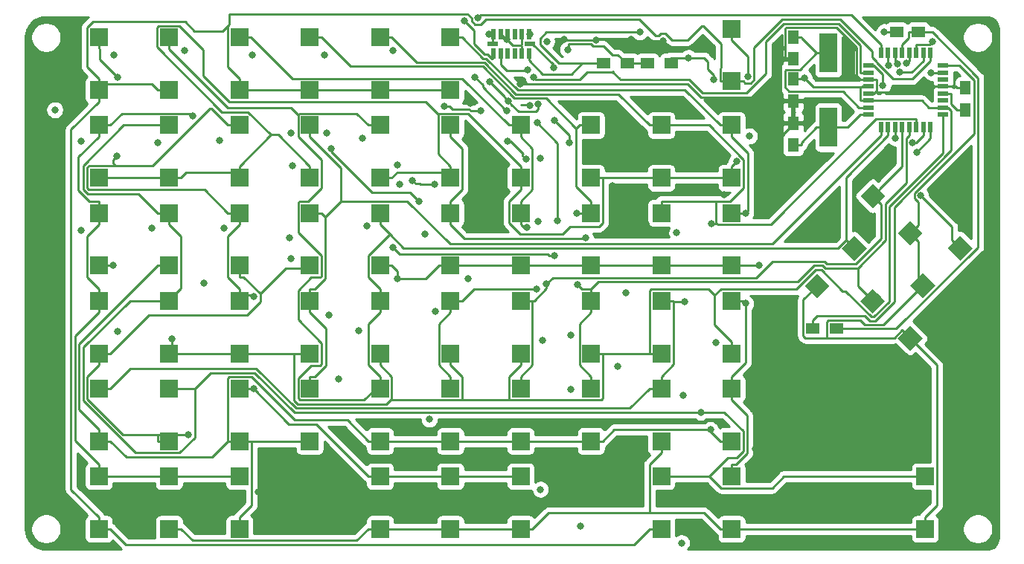
<source format=gbr>
G04 #@! TF.GenerationSoftware,KiCad,Pcbnew,(5.1.0)-1*
G04 #@! TF.CreationDate,2019-08-29T13:47:09+02:00*
G04 #@! TF.ProjectId,atkeyboard,61746b65-7962-46f6-9172-642e6b696361,rev?*
G04 #@! TF.SameCoordinates,Original*
G04 #@! TF.FileFunction,Copper,L1,Top*
G04 #@! TF.FilePolarity,Positive*
%FSLAX46Y46*%
G04 Gerber Fmt 4.6, Leading zero omitted, Abs format (unit mm)*
G04 Created by KiCad (PCBNEW (5.1.0)-1) date 2019-08-29 13:47:09*
%MOMM*%
%LPD*%
G04 APERTURE LIST*
%ADD10R,1.145000X0.550000*%
%ADD11R,0.550000X1.145000*%
%ADD12R,2.000000X2.000000*%
%ADD13R,1.500000X1.250000*%
%ADD14R,1.250000X1.500000*%
%ADD15R,1.500000X1.300000*%
%ADD16R,0.600000X1.200000*%
%ADD17R,1.200000X0.600000*%
%ADD18C,2.000000*%
%ADD19C,0.100000*%
%ADD20R,2.000000X4.500000*%
%ADD21C,0.800000*%
%ADD22C,0.250000*%
%ADD23C,0.254000*%
G04 APERTURE END LIST*
D10*
X146029100Y-95707200D03*
X141829100Y-95707200D03*
D11*
X141929100Y-96807200D03*
X142729100Y-96807200D03*
X145929100Y-96807200D03*
X145129100Y-96807200D03*
X144329100Y-96807200D03*
X143529100Y-96807200D03*
X143529100Y-94607200D03*
X144329100Y-94607200D03*
X145129100Y-94607200D03*
X145929100Y-94607200D03*
X142729100Y-94607200D03*
X141929100Y-94607200D03*
D12*
X105000000Y-95000000D03*
X105000000Y-101000000D03*
X169000000Y-94000000D03*
X169000000Y-100000000D03*
D13*
X187750000Y-94400000D03*
X190250000Y-94400000D03*
D14*
X176000000Y-107250000D03*
X176000000Y-104750000D03*
X176000000Y-99750000D03*
X176000000Y-102250000D03*
X176000000Y-94950000D03*
X176000000Y-97450000D03*
X195600000Y-100750000D03*
X195600000Y-103250000D03*
D15*
X180950000Y-128200000D03*
X178250000Y-128200000D03*
D16*
X186000000Y-96750000D03*
X186800000Y-96750000D03*
X187600000Y-96750000D03*
X188400000Y-96750000D03*
X189200000Y-96750000D03*
X190000000Y-96750000D03*
X190800000Y-96750000D03*
X191600000Y-96750000D03*
D17*
X193050000Y-98200000D03*
X193050000Y-99000000D03*
X193050000Y-99800000D03*
X193050000Y-100600000D03*
X193050000Y-101400000D03*
X193050000Y-102200000D03*
X193050000Y-103000000D03*
X193050000Y-103800000D03*
D16*
X191600000Y-105250000D03*
X190800000Y-105250000D03*
X190000000Y-105250000D03*
X189200000Y-105250000D03*
X188400000Y-105250000D03*
X187600000Y-105250000D03*
X186800000Y-105250000D03*
X186000000Y-105250000D03*
D17*
X184550000Y-103800000D03*
X184550000Y-103000000D03*
X184550000Y-102200000D03*
X184550000Y-101400000D03*
X184550000Y-100600000D03*
X184550000Y-99800000D03*
X184550000Y-99000000D03*
X184550000Y-98200000D03*
D12*
X191000000Y-151000000D03*
X191000000Y-145000000D03*
X97000000Y-125000000D03*
X97000000Y-131000000D03*
X113000000Y-145000000D03*
X113000000Y-151000000D03*
X161000000Y-151000000D03*
X161000000Y-145000000D03*
X137000000Y-135000000D03*
X137000000Y-141000000D03*
X169000000Y-125000000D03*
X169000000Y-131000000D03*
X121000000Y-141000000D03*
X121000000Y-135000000D03*
X97000000Y-145000000D03*
X97000000Y-151000000D03*
X113000000Y-125000000D03*
X113000000Y-131000000D03*
D18*
X189292893Y-129292893D03*
D19*
G36*
X189292893Y-130707107D02*
G01*
X187878679Y-129292893D01*
X189292893Y-127878679D01*
X190707107Y-129292893D01*
X189292893Y-130707107D01*
X189292893Y-130707107D01*
G37*
D18*
X185050253Y-125050253D03*
D19*
G36*
X185050253Y-126464467D02*
G01*
X183636039Y-125050253D01*
X185050253Y-123636039D01*
X186464467Y-125050253D01*
X185050253Y-126464467D01*
X185050253Y-126464467D01*
G37*
D12*
X113000000Y-115000000D03*
X113000000Y-121000000D03*
X97000000Y-95000000D03*
X97000000Y-101000000D03*
X97000000Y-141000000D03*
X97000000Y-135000000D03*
X121000000Y-131000000D03*
X121000000Y-125000000D03*
X113000000Y-101000000D03*
X113000000Y-95000000D03*
X121000000Y-95000000D03*
X121000000Y-101000000D03*
X129000000Y-101000000D03*
X129000000Y-95000000D03*
X137000000Y-95000000D03*
X137000000Y-101000000D03*
X129000000Y-125000000D03*
X129000000Y-131000000D03*
X137000000Y-125000000D03*
X137000000Y-131000000D03*
X153000000Y-115000000D03*
X153000000Y-121000000D03*
X145000000Y-131000000D03*
X145000000Y-125000000D03*
X153000000Y-125000000D03*
X153000000Y-131000000D03*
X161000000Y-131000000D03*
X161000000Y-125000000D03*
D18*
X178707107Y-123292893D03*
D19*
G36*
X177292893Y-123292893D02*
G01*
X178707107Y-121878679D01*
X180121321Y-123292893D01*
X178707107Y-124707107D01*
X177292893Y-123292893D01*
X177292893Y-123292893D01*
G37*
D18*
X182949747Y-119050253D03*
D19*
G36*
X181535533Y-119050253D02*
G01*
X182949747Y-117636039D01*
X184363961Y-119050253D01*
X182949747Y-120464467D01*
X181535533Y-119050253D01*
X181535533Y-119050253D01*
G37*
D12*
X153000000Y-135000000D03*
X153000000Y-141000000D03*
X145000000Y-141000000D03*
X145000000Y-135000000D03*
X161000000Y-121000000D03*
X161000000Y-115000000D03*
X169000000Y-121000000D03*
X169000000Y-115000000D03*
X97000000Y-115000000D03*
X97000000Y-121000000D03*
X121000000Y-121000000D03*
X121000000Y-115000000D03*
X169000000Y-141000000D03*
X169000000Y-135000000D03*
D18*
X190757107Y-123242893D03*
D19*
G36*
X189342893Y-123242893D02*
G01*
X190757107Y-121828679D01*
X192171321Y-123242893D01*
X190757107Y-124657107D01*
X189342893Y-123242893D01*
X189342893Y-123242893D01*
G37*
D18*
X194999747Y-119000253D03*
D19*
G36*
X193585533Y-119000253D02*
G01*
X194999747Y-117586039D01*
X196413961Y-119000253D01*
X194999747Y-120414467D01*
X193585533Y-119000253D01*
X193585533Y-119000253D01*
G37*
D12*
X105000000Y-131000000D03*
X105000000Y-125000000D03*
X105000000Y-151000000D03*
X105000000Y-145000000D03*
X169000000Y-145000000D03*
X169000000Y-151000000D03*
X129000000Y-145000000D03*
X129000000Y-151000000D03*
X137000000Y-151000000D03*
X137000000Y-145000000D03*
X145000000Y-145000000D03*
X145000000Y-151000000D03*
X161000000Y-135000000D03*
X161000000Y-141000000D03*
X129000000Y-121000000D03*
X129000000Y-115000000D03*
X145000000Y-115000000D03*
X145000000Y-121000000D03*
D18*
X185050253Y-113050253D03*
D19*
G36*
X185050253Y-114464467D02*
G01*
X183636039Y-113050253D01*
X185050253Y-111636039D01*
X186464467Y-113050253D01*
X185050253Y-114464467D01*
X185050253Y-114464467D01*
G37*
D18*
X189292893Y-117292893D03*
D19*
G36*
X189292893Y-118707107D02*
G01*
X187878679Y-117292893D01*
X189292893Y-115878679D01*
X190707107Y-117292893D01*
X189292893Y-118707107D01*
X189292893Y-118707107D01*
G37*
D12*
X129000000Y-135000000D03*
X129000000Y-141000000D03*
X105000000Y-121000000D03*
X105000000Y-115000000D03*
X113000000Y-135000000D03*
X113000000Y-141000000D03*
D20*
X180000000Y-105250000D03*
X180000000Y-96750000D03*
D12*
X137000000Y-121000000D03*
X137000000Y-115000000D03*
X105000000Y-141000000D03*
X105000000Y-135000000D03*
X97000000Y-111000000D03*
X97000000Y-105000000D03*
X105000000Y-111000000D03*
X105000000Y-105000000D03*
X113000000Y-111000000D03*
X113000000Y-105000000D03*
X121000000Y-105000000D03*
X121000000Y-111000000D03*
X129000000Y-111000000D03*
X129000000Y-105000000D03*
X137000000Y-105000000D03*
X137000000Y-111000000D03*
X145000000Y-111000000D03*
X145000000Y-105000000D03*
X153000000Y-105000000D03*
X153000000Y-111000000D03*
X161000000Y-111000000D03*
X161000000Y-105000000D03*
X169000000Y-105000000D03*
X169000000Y-111000000D03*
D15*
X159406600Y-97967800D03*
X162106600Y-97967800D03*
X154428200Y-97967800D03*
X157128200Y-97967800D03*
D21*
X92000000Y-103250000D03*
X139000000Y-122500000D03*
X109000000Y-123000000D03*
X156000000Y-132500000D03*
X157000000Y-124100000D03*
X131250000Y-111750000D03*
X98750000Y-97000000D03*
X106750000Y-96500000D03*
X114500000Y-97000000D03*
X122700000Y-97000000D03*
X130500000Y-96500000D03*
X131000000Y-109500000D03*
X127000000Y-106500000D03*
X110750000Y-106750000D03*
X103750000Y-107000000D03*
X95000000Y-106800000D03*
X95000000Y-117000000D03*
X103000000Y-116750000D03*
X111250000Y-116750000D03*
X127500000Y-116500000D03*
X134100000Y-117400000D03*
X135250000Y-126250000D03*
X126600000Y-128400000D03*
X123200000Y-126600000D03*
X99100000Y-128500000D03*
X124300000Y-133900000D03*
X147250000Y-146500000D03*
X147500000Y-129500000D03*
X147250000Y-108750000D03*
X147000000Y-116000000D03*
X150700000Y-128900000D03*
X150700000Y-135100000D03*
X162750000Y-117250000D03*
X163500000Y-135750000D03*
X167250000Y-129750000D03*
X171000000Y-106250000D03*
X134600000Y-138500000D03*
X151800000Y-150700000D03*
X163300000Y-152600000D03*
X118700000Y-117800000D03*
X118900000Y-120200000D03*
X118900000Y-105900000D03*
X122900000Y-105900000D03*
X119000000Y-109600000D03*
X152565100Y-102654100D03*
X186202500Y-100451300D03*
X165488500Y-137707400D03*
X140131500Y-92779800D03*
X107688200Y-103959600D03*
X130970800Y-122478900D03*
X107181800Y-140224800D03*
X190056900Y-108063400D03*
X172128700Y-121000000D03*
X191702500Y-99000000D03*
X166575000Y-139674700D03*
X170837100Y-99457000D03*
X146802100Y-123674700D03*
X187600000Y-106450500D03*
X190507200Y-113040600D03*
X152358200Y-117815400D03*
X170601800Y-125320100D03*
X189593000Y-107016400D03*
X170601800Y-115000000D03*
X98628900Y-121000000D03*
X105310500Y-129362400D03*
X186377100Y-94348100D03*
X139250000Y-102500000D03*
X122250000Y-143500000D03*
X161250000Y-102500000D03*
X178500000Y-148000000D03*
X196250000Y-130750000D03*
X195000000Y-111500000D03*
X139000000Y-106250000D03*
X115100000Y-146750000D03*
X107000000Y-146500000D03*
X98750000Y-146750000D03*
X155000000Y-107250000D03*
X159250000Y-116250000D03*
X171700000Y-141900000D03*
X161213800Y-95351600D03*
X157530800Y-95199200D03*
X149936200Y-95199200D03*
X153581100Y-95275400D03*
X91440000Y-144780000D03*
X144961900Y-100279000D03*
X134000000Y-143500000D03*
X174750000Y-110750000D03*
X180500000Y-113500000D03*
X146000000Y-102750000D03*
X138100000Y-138900000D03*
X152800000Y-147800000D03*
X184200000Y-110600000D03*
X151100000Y-139000000D03*
X126580900Y-141859000D03*
X155435300Y-111925100D03*
X195600000Y-100750000D03*
X166687500Y-96185000D03*
X182765700Y-96304100D03*
X139433300Y-111760000D03*
X142011400Y-111785400D03*
X168122600Y-112877600D03*
X143425000Y-95249986D03*
X177249800Y-99616400D03*
X147950000Y-95460000D03*
X150355300Y-96367600D03*
X146004102Y-94607200D03*
X132664200Y-111290100D03*
X135191500Y-111721900D03*
X139816847Y-99557847D03*
X143425000Y-103314500D03*
X143497300Y-106857800D03*
X141425300Y-94607200D03*
X145600300Y-108877100D03*
X114604700Y-124559100D03*
X114604700Y-135000000D03*
X136347200Y-102870000D03*
X140462000Y-103314500D03*
X143560800Y-102247700D03*
X146456400Y-99554000D03*
X146992763Y-102629900D03*
X141443347Y-100085253D03*
X99110800Y-99568000D03*
X99034600Y-108534200D03*
X151384900Y-115000000D03*
X151451500Y-123188800D03*
X163640000Y-125084000D03*
X166706900Y-116203100D03*
X145701200Y-116667000D03*
X147944000Y-123072800D03*
X186839800Y-98156700D03*
X187880000Y-97984300D03*
X188906300Y-97956300D03*
X164084000Y-97307400D03*
X148729700Y-98448000D03*
X148831300Y-104470200D03*
X150545800Y-107022900D03*
X166949700Y-99834700D03*
X191827000Y-95513600D03*
X158546800Y-94393900D03*
X188161100Y-98986000D03*
X169551800Y-109147100D03*
X138569700Y-93075010D03*
X145770600Y-98717100D03*
X146875500Y-104724200D03*
X149186900Y-115887500D03*
X148818600Y-119837200D03*
X130479800Y-118960900D03*
X133451600Y-113715800D03*
X123431300Y-107696000D03*
D22*
X193050000Y-98200000D02*
X194899200Y-98200000D01*
X194899200Y-98200000D02*
X196559300Y-99860100D01*
X196559300Y-99860100D02*
X196559300Y-105962800D01*
X196559300Y-105962800D02*
X189781900Y-112740200D01*
X189781900Y-112740200D02*
X189781900Y-113341000D01*
X189781900Y-113341000D02*
X190229900Y-113789000D01*
X190229900Y-113789000D02*
X190230000Y-113789000D01*
X190230000Y-113789000D02*
X190230000Y-116355800D01*
X137000000Y-151000000D02*
X145000000Y-151000000D01*
X129000000Y-151000000D02*
X137000000Y-151000000D01*
X191000000Y-151000000D02*
X191000000Y-149674700D01*
X191000000Y-149674700D02*
X192325400Y-148349300D01*
X192325400Y-148349300D02*
X192325400Y-132325400D01*
X192325400Y-132325400D02*
X189292900Y-129292900D01*
X169000000Y-151000000D02*
X191000000Y-151000000D01*
X179787000Y-129220300D02*
X177363600Y-129220300D01*
X177363600Y-129220300D02*
X177145700Y-129002400D01*
X177145700Y-129002400D02*
X177145700Y-124854300D01*
X177145700Y-124854300D02*
X178707100Y-123292900D01*
X188355800Y-128355800D02*
X187491300Y-129220300D01*
X187491300Y-129220300D02*
X179787000Y-129220300D01*
X179787000Y-129220300D02*
X179787000Y-127411800D01*
X179787000Y-127411800D02*
X179974100Y-127224700D01*
X179974100Y-127224700D02*
X183619900Y-127224700D01*
X183619900Y-127224700D02*
X184144800Y-127749600D01*
X184144800Y-127749600D02*
X186250400Y-127749600D01*
X186250400Y-127749600D02*
X190522900Y-123477100D01*
X189292900Y-129292900D02*
X188355800Y-128355800D01*
X189292900Y-117292900D02*
X190230000Y-116355800D01*
X189292900Y-117292900D02*
X190230000Y-118230000D01*
X190522900Y-123477100D02*
X190230000Y-123184200D01*
X190230000Y-123184200D02*
X190230000Y-118230000D01*
X159655100Y-149184700D02*
X159655100Y-143670200D01*
X159655100Y-143670200D02*
X161000000Y-142325300D01*
X146325300Y-151000000D02*
X148140600Y-149184700D01*
X148140600Y-149184700D02*
X159655100Y-149184700D01*
X167674700Y-151000000D02*
X165859400Y-149184700D01*
X165859400Y-149184700D02*
X159655100Y-149184700D01*
X161000000Y-141000000D02*
X161000000Y-142325300D01*
X145000000Y-151000000D02*
X146325300Y-151000000D01*
X169000000Y-151000000D02*
X167674700Y-151000000D01*
X190757100Y-123242900D02*
X190522900Y-123477100D01*
X129000000Y-151000000D02*
X127674700Y-151000000D01*
X105000000Y-151000000D02*
X106325300Y-151000000D01*
X106325300Y-151000000D02*
X107650600Y-152325300D01*
X107650600Y-152325300D02*
X126349400Y-152325300D01*
X126349400Y-152325300D02*
X127674700Y-151000000D01*
X107913800Y-135000000D02*
X107913800Y-140582000D01*
X107913800Y-140582000D02*
X106170400Y-142325400D01*
X106170400Y-142325400D02*
X101173600Y-142325400D01*
X101173600Y-142325400D02*
X95224300Y-136376100D01*
X95224300Y-136376100D02*
X95224300Y-130315600D01*
X95224300Y-130315600D02*
X100550300Y-124989600D01*
X100550300Y-124989600D02*
X105000000Y-124989600D01*
X166466400Y-145000000D02*
X168536900Y-142929500D01*
X168536900Y-142929500D02*
X169564000Y-142929500D01*
X169564000Y-142929500D02*
X170325300Y-142168200D01*
X170325300Y-142168200D02*
X170325300Y-139859500D01*
X170325300Y-139859500D02*
X168173200Y-137707400D01*
X168173200Y-137707400D02*
X165488500Y-137707400D01*
X184550000Y-98200000D02*
X185187900Y-98200000D01*
X185187900Y-98200000D02*
X186202500Y-99214600D01*
X186202500Y-99214600D02*
X186202500Y-100451300D01*
X107913800Y-135000000D02*
X109716200Y-133197600D01*
X109716200Y-133197600D02*
X114744100Y-133197600D01*
X114744100Y-133197600D02*
X119253900Y-137707400D01*
X119253900Y-137707400D02*
X165488500Y-137707400D01*
X106325300Y-135000000D02*
X107913800Y-135000000D01*
X105000000Y-124989600D02*
X105000000Y-124917100D01*
X105000000Y-125000000D02*
X105000000Y-124989600D01*
X105000000Y-115000000D02*
X103674700Y-115000000D01*
X105000000Y-105000000D02*
X99834800Y-105000000D01*
X99834800Y-105000000D02*
X95211500Y-109623300D01*
X95211500Y-109623300D02*
X95211500Y-112336400D01*
X95211500Y-112336400D02*
X95728600Y-112853500D01*
X95728600Y-112853500D02*
X101528200Y-112853500D01*
X101528200Y-112853500D02*
X103674700Y-115000000D01*
X105000000Y-124917100D02*
X106325300Y-123591800D01*
X106325300Y-123591800D02*
X106325300Y-117650600D01*
X106325300Y-117650600D02*
X105000000Y-116325300D01*
X105000000Y-115000000D02*
X105000000Y-116325300D01*
X166466400Y-145000000D02*
X167791700Y-146325300D01*
X167791700Y-146325300D02*
X173627200Y-146325300D01*
X173627200Y-146325300D02*
X174952500Y-145000000D01*
X174952500Y-145000000D02*
X189674700Y-145000000D01*
X162325300Y-145000000D02*
X166466400Y-145000000D01*
X191000000Y-145000000D02*
X189674700Y-145000000D01*
X105000000Y-135000000D02*
X106325300Y-135000000D01*
X161000000Y-145000000D02*
X162325300Y-145000000D01*
X97000000Y-126325300D02*
X94291500Y-129033800D01*
X94291500Y-129033800D02*
X94291500Y-140966200D01*
X94291500Y-140966200D02*
X97000000Y-143674700D01*
X186000000Y-95824700D02*
X182630700Y-92455400D01*
X182630700Y-92455400D02*
X140455900Y-92455400D01*
X140455900Y-92455400D02*
X140131500Y-92779800D01*
X97000000Y-105000000D02*
X98325300Y-105000000D01*
X98325300Y-105000000D02*
X99650700Y-103674600D01*
X99650700Y-103674600D02*
X107403200Y-103674600D01*
X107403200Y-103674600D02*
X107688200Y-103959600D01*
X97000000Y-105331300D02*
X97000000Y-105000000D01*
X186000000Y-96750000D02*
X186000000Y-95824700D01*
X97000000Y-105331300D02*
X97000000Y-106325300D01*
X97000000Y-115000000D02*
X97000000Y-113674700D01*
X97000000Y-106325300D02*
X94687200Y-108638100D01*
X94687200Y-108638100D02*
X94687200Y-112449000D01*
X94687200Y-112449000D02*
X95912900Y-113674700D01*
X95912900Y-113674700D02*
X97000000Y-113674700D01*
X97000000Y-125000000D02*
X97000000Y-123674700D01*
X97000000Y-115000000D02*
X97000000Y-116325300D01*
X97000000Y-116325300D02*
X95674700Y-117650600D01*
X95674700Y-117650600D02*
X95674700Y-122349400D01*
X95674700Y-122349400D02*
X97000000Y-123674700D01*
X105000000Y-145000000D02*
X98325300Y-145000000D01*
X111674700Y-145000000D02*
X105000000Y-145000000D01*
X97000000Y-145000000D02*
X98325300Y-145000000D01*
X97000000Y-145000000D02*
X97000000Y-143674700D01*
X97000000Y-125000000D02*
X97000000Y-126325300D01*
X113000000Y-145000000D02*
X111674700Y-145000000D01*
X191600000Y-105250000D02*
X191600000Y-106520300D01*
X191600000Y-106520300D02*
X190056900Y-108063400D01*
X172128700Y-121000000D02*
X169000000Y-121000000D01*
X153000000Y-121000000D02*
X161000000Y-121000000D01*
X145000000Y-121000000D02*
X153000000Y-121000000D01*
X103674700Y-140224800D02*
X107181800Y-140224800D01*
X137000000Y-121000000D02*
X135674700Y-121000000D01*
X135674700Y-121000000D02*
X134195800Y-122478900D01*
X134195800Y-122478900D02*
X130970800Y-122478900D01*
X145000000Y-121000000D02*
X137000000Y-121000000D01*
X130325300Y-121000000D02*
X130970800Y-121645500D01*
X130970800Y-121645500D02*
X130970800Y-122478900D01*
X97000000Y-132325300D02*
X95674700Y-133650600D01*
X95674700Y-133650600D02*
X95674700Y-136189600D01*
X95674700Y-136189600D02*
X99709900Y-140224800D01*
X99709900Y-140224800D02*
X103674700Y-140224800D01*
X103674700Y-141000000D02*
X103674700Y-140224800D01*
X105000000Y-141000000D02*
X103674700Y-141000000D01*
X129000000Y-121000000D02*
X130325300Y-121000000D01*
X115373500Y-124217900D02*
X115373500Y-125139800D01*
X115373500Y-125139800D02*
X113869300Y-126644000D01*
X113869300Y-126644000D02*
X102681300Y-126644000D01*
X102681300Y-126644000D02*
X98325300Y-131000000D01*
X113000000Y-122325300D02*
X113480900Y-122325300D01*
X113480900Y-122325300D02*
X115373500Y-124217900D01*
X121000000Y-121331300D02*
X118260100Y-121331300D01*
X118260100Y-121331300D02*
X115373500Y-124217900D01*
X121000000Y-121000000D02*
X121000000Y-121331300D01*
X97000000Y-131000000D02*
X97000000Y-132325300D01*
X97000000Y-131000000D02*
X98325300Y-131000000D01*
X113000000Y-121000000D02*
X113000000Y-122325300D01*
X161000000Y-121000000D02*
X169000000Y-121000000D01*
X97000000Y-141000000D02*
X97000000Y-139674700D01*
X105000000Y-121000000D02*
X103674700Y-121000000D01*
X103674700Y-121000000D02*
X94741900Y-129932800D01*
X94741900Y-129932800D02*
X94741900Y-137416600D01*
X94741900Y-137416600D02*
X97000000Y-139674700D01*
X97000000Y-141000000D02*
X98325300Y-141000000D01*
X154325300Y-141000000D02*
X155650600Y-139674700D01*
X155650600Y-139674700D02*
X166575000Y-139674700D01*
X166575000Y-139674700D02*
X166575000Y-139900300D01*
X166575000Y-139900300D02*
X167674700Y-141000000D01*
X193050000Y-99000000D02*
X191702500Y-99000000D01*
X169000000Y-141000000D02*
X167674700Y-141000000D01*
X153000000Y-141000000D02*
X154325300Y-141000000D01*
X145000000Y-141000000D02*
X153000000Y-141000000D01*
X98325300Y-141000000D02*
X100118400Y-142793100D01*
X100118400Y-142793100D02*
X109881600Y-142793100D01*
X109881600Y-142793100D02*
X111674700Y-141000000D01*
X137000000Y-141000000D02*
X145000000Y-141000000D01*
X111674700Y-141000000D02*
X111674700Y-133799000D01*
X111674700Y-133799000D02*
X111818500Y-133655200D01*
X111818500Y-133655200D02*
X114375100Y-133655200D01*
X114375100Y-133655200D02*
X119312400Y-138592500D01*
X119312400Y-138592500D02*
X125267200Y-138592500D01*
X125267200Y-138592500D02*
X127674700Y-141000000D01*
X129000000Y-141000000D02*
X127674700Y-141000000D01*
X114350800Y-141000000D02*
X121000000Y-141000000D01*
X113000000Y-141000000D02*
X114350800Y-141000000D01*
X114350800Y-141000000D02*
X114350800Y-148323900D01*
X114350800Y-148323900D02*
X113000000Y-149674700D01*
X113000000Y-151000000D02*
X113000000Y-149674700D01*
X113000000Y-141000000D02*
X111674700Y-141000000D01*
X137000000Y-141000000D02*
X129000000Y-141000000D01*
X105000000Y-101000000D02*
X103674700Y-101000000D01*
X97000000Y-100337300D02*
X103012000Y-100337300D01*
X103012000Y-100337300D02*
X103674700Y-101000000D01*
X97000000Y-100337300D02*
X97000000Y-99674700D01*
X97000000Y-101000000D02*
X97000000Y-100337300D01*
X96320500Y-93219000D02*
X95674700Y-93864800D01*
X95674700Y-93864800D02*
X95674700Y-98349400D01*
X95674700Y-98349400D02*
X97000000Y-99674700D01*
X111663100Y-93668900D02*
X111663100Y-98337800D01*
X111663100Y-98337800D02*
X113000000Y-99674700D01*
X97000000Y-102325300D02*
X93841200Y-105484100D01*
X93841200Y-105484100D02*
X93841200Y-146515900D01*
X93841200Y-146515900D02*
X97000000Y-149674700D01*
X169000000Y-100000000D02*
X170325300Y-100000000D01*
X170325300Y-100000000D02*
X170507900Y-100182600D01*
X170507900Y-100182600D02*
X171188500Y-100182600D01*
X171188500Y-100182600D02*
X171562400Y-99808700D01*
X171562400Y-99808700D02*
X171562400Y-96143900D01*
X171562400Y-96143900D02*
X174750000Y-92956300D01*
X174750000Y-92956300D02*
X181336100Y-92956300D01*
X181336100Y-92956300D02*
X184987500Y-96607700D01*
X184987500Y-96607700D02*
X184987500Y-97244600D01*
X184987500Y-97244600D02*
X185475400Y-97732500D01*
X185475400Y-97732500D02*
X185475400Y-97834200D01*
X185475400Y-97834200D02*
X187369200Y-99728000D01*
X187369200Y-99728000D02*
X189547300Y-99728000D01*
X189547300Y-99728000D02*
X191600000Y-97675300D01*
X113000000Y-101000000D02*
X113000000Y-99674700D01*
X113000000Y-101000000D02*
X121000000Y-101000000D01*
X191600000Y-96750000D02*
X191600000Y-97675300D01*
X97000000Y-151000000D02*
X98325300Y-151000000D01*
X161000000Y-151000000D02*
X159674700Y-151000000D01*
X159674700Y-151000000D02*
X157890200Y-152784500D01*
X157890200Y-152784500D02*
X100109800Y-152784500D01*
X100109800Y-152784500D02*
X98325300Y-151000000D01*
X97000000Y-101000000D02*
X97000000Y-102325300D01*
X97000000Y-151000000D02*
X97000000Y-149674700D01*
X121000000Y-101000000D02*
X129000000Y-101000000D01*
X129000000Y-101000000D02*
X137000000Y-101000000D01*
X106089690Y-93224590D02*
X106826290Y-93224590D01*
X96320500Y-93219000D02*
X106084100Y-93219000D01*
X106084100Y-93219000D02*
X106089690Y-93224590D01*
X106826290Y-93224590D02*
X107899200Y-94297500D01*
X111034500Y-94297500D02*
X111663100Y-93668900D01*
X107899200Y-94297500D02*
X111034500Y-94297500D01*
X165728700Y-93668900D02*
X165601600Y-93668900D01*
X167767000Y-95707200D02*
X165728700Y-93668900D01*
X167767000Y-98399600D02*
X167767000Y-95707200D01*
X167674700Y-98491900D02*
X167767000Y-98399600D01*
X165601600Y-93668900D02*
X163982400Y-95288100D01*
X167674700Y-100000000D02*
X167674700Y-98491900D01*
X163982400Y-95288100D02*
X162223302Y-95288100D01*
X161461302Y-94526100D02*
X160966298Y-94526100D01*
X160343998Y-94786598D02*
X158470600Y-92913200D01*
X160966298Y-94526100D02*
X160705800Y-94786598D01*
X169000000Y-100000000D02*
X167674700Y-100000000D01*
X160705800Y-94786598D02*
X160343998Y-94786598D01*
X162223302Y-95288100D02*
X161461302Y-94526100D01*
X139783499Y-93504801D02*
X140479501Y-93504801D01*
X140479501Y-93504801D02*
X141071102Y-92913200D01*
X111823500Y-93508500D02*
X111823500Y-92350010D01*
X111663100Y-93668900D02*
X111823500Y-93508500D01*
X141071102Y-92913200D02*
X158470600Y-92913200D01*
X111823500Y-92350010D02*
X138946310Y-92350010D01*
X138946310Y-92350010D02*
X139406499Y-92810199D01*
X139406499Y-92810199D02*
X139406499Y-93127801D01*
X139406499Y-93127801D02*
X139783499Y-93504801D01*
X170837100Y-99457000D02*
X170837100Y-97162400D01*
X170837100Y-97162400D02*
X169000000Y-95325300D01*
X169000000Y-94000000D02*
X169000000Y-95325300D01*
X146802100Y-123674700D02*
X139650600Y-123674700D01*
X139650600Y-123674700D02*
X138325300Y-125000000D01*
X137000000Y-125000000D02*
X138325300Y-125000000D01*
X187600000Y-106450500D02*
X187600000Y-105250000D01*
X194062500Y-118063100D02*
X194062500Y-116595900D01*
X194062500Y-116595900D02*
X190507200Y-113040600D01*
X152358200Y-117815400D02*
X152295100Y-117878500D01*
X152295100Y-117878500D02*
X138553200Y-117878500D01*
X138553200Y-117878500D02*
X137000000Y-116325300D01*
X194999700Y-119000300D02*
X194062500Y-118063100D01*
X137000000Y-115000000D02*
X137000000Y-116325300D01*
X137000000Y-114337300D02*
X137000000Y-115000000D01*
X137000000Y-114337300D02*
X137000000Y-113674700D01*
X137000000Y-126325300D02*
X135674700Y-127650600D01*
X135674700Y-127650600D02*
X135674700Y-132349400D01*
X135674700Y-132349400D02*
X137000000Y-133674700D01*
X137000000Y-105000000D02*
X137000000Y-106325300D01*
X137000000Y-113674700D02*
X138325300Y-112349400D01*
X138325300Y-112349400D02*
X138325300Y-107650600D01*
X138325300Y-107650600D02*
X137000000Y-106325300D01*
X137000000Y-125000000D02*
X137000000Y-126325300D01*
X137000000Y-135000000D02*
X137000000Y-133674700D01*
X138325300Y-95000000D02*
X140725900Y-97400600D01*
X140725900Y-97400600D02*
X141057800Y-97400600D01*
X141057800Y-97400600D02*
X144661500Y-101004300D01*
X144661500Y-101004300D02*
X163679000Y-101004300D01*
X163679000Y-101004300D02*
X167674700Y-105000000D01*
X169000000Y-135000000D02*
X169000000Y-133674700D01*
X169000000Y-133674700D02*
X170601800Y-132072900D01*
X170601800Y-132072900D02*
X170601800Y-125320100D01*
X169000000Y-135000000D02*
X169000000Y-135662600D01*
X169000000Y-125000000D02*
X170325300Y-125000000D01*
X169000000Y-135662600D02*
X169000000Y-136325300D01*
X170325300Y-125000000D02*
X170325300Y-125043600D01*
X170325300Y-125043600D02*
X170601800Y-125320100D01*
X190800000Y-105250000D02*
X190800000Y-106175300D01*
X189593000Y-107016400D02*
X189958900Y-107016400D01*
X189958900Y-107016400D02*
X190800000Y-106175300D01*
X170601800Y-115000000D02*
X170826000Y-114775800D01*
X170826000Y-114775800D02*
X170826000Y-108151300D01*
X170826000Y-108151300D02*
X169000000Y-106325300D01*
X169000000Y-105000000D02*
X169000000Y-106325300D01*
X169000000Y-105000000D02*
X167674700Y-105000000D01*
X170325300Y-115000000D02*
X170601800Y-115000000D01*
X137000000Y-95000000D02*
X138325300Y-95000000D01*
X169000000Y-143674700D02*
X169477700Y-143674700D01*
X169477700Y-143674700D02*
X170775600Y-142376800D01*
X170775600Y-142376800D02*
X170775600Y-138100900D01*
X170775600Y-138100900D02*
X169000000Y-136325300D01*
X169000000Y-145000000D02*
X169000000Y-143674700D01*
X169000000Y-115000000D02*
X170325300Y-115000000D01*
X167061900Y-124383800D02*
X167771000Y-123674700D01*
X167771000Y-123674700D02*
X176356900Y-123674700D01*
X176356900Y-123674700D02*
X178523300Y-121508300D01*
X178523300Y-121508300D02*
X179213200Y-121508300D01*
X179213200Y-121508300D02*
X181590400Y-123885500D01*
X181590400Y-123885500D02*
X181941900Y-123885500D01*
X181941900Y-123885500D02*
X184889800Y-126833400D01*
X184889800Y-126833400D02*
X185189100Y-126833400D01*
X185189100Y-126833400D02*
X186948500Y-125074000D01*
X186948500Y-125074000D02*
X186948500Y-114299800D01*
X186948500Y-114299800D02*
X193050000Y-108198300D01*
X193050000Y-108198300D02*
X193050000Y-103800000D01*
X130325300Y-136179200D02*
X129713300Y-136791200D01*
X129713300Y-136791200D02*
X119616800Y-136791200D01*
X119616800Y-136791200D02*
X119168400Y-136342800D01*
X119168400Y-136342800D02*
X119168400Y-131000000D01*
X159674700Y-131000000D02*
X159674700Y-123827100D01*
X159674700Y-123827100D02*
X159856700Y-123645100D01*
X159856700Y-123645100D02*
X166323200Y-123645100D01*
X166323200Y-123645100D02*
X167061900Y-124383800D01*
X169000000Y-129674700D02*
X167061900Y-127736600D01*
X167061900Y-127736600D02*
X167061900Y-124383800D01*
X154325300Y-131000000D02*
X159674700Y-131000000D01*
X161000000Y-131000000D02*
X159674700Y-131000000D01*
X154325300Y-131000000D02*
X154325300Y-136135900D01*
X154325300Y-136135900D02*
X154135900Y-136325300D01*
X154135900Y-136325300D02*
X143642800Y-136325300D01*
X143642800Y-136325300D02*
X143642800Y-136325200D01*
X169000000Y-131000000D02*
X169000000Y-129674700D01*
X143642800Y-136325200D02*
X143642800Y-133682500D01*
X143642800Y-133682500D02*
X145000000Y-132325300D01*
X138372700Y-136325200D02*
X143642800Y-136325200D01*
X130325300Y-136179200D02*
X130325300Y-133650600D01*
X130325300Y-133650600D02*
X129000000Y-132325300D01*
X138372700Y-136325200D02*
X138372600Y-136325300D01*
X138372600Y-136325300D02*
X130471400Y-136325300D01*
X130471400Y-136325300D02*
X130325300Y-136179200D01*
X137000000Y-132325300D02*
X138372700Y-133698000D01*
X138372700Y-133698000D02*
X138372700Y-136325200D01*
X119168400Y-131000000D02*
X119674700Y-131000000D01*
X113000000Y-131000000D02*
X119168400Y-131000000D01*
X129000000Y-131000000D02*
X129000000Y-132325300D01*
X105310500Y-131000000D02*
X113000000Y-131000000D01*
X121000000Y-131000000D02*
X119674700Y-131000000D01*
X105310500Y-131000000D02*
X105310500Y-129362400D01*
X98325300Y-121000000D02*
X98628900Y-121000000D01*
X137000000Y-131000000D02*
X137000000Y-132325300D01*
X145000000Y-131000000D02*
X145000000Y-132325300D01*
X105310500Y-131000000D02*
X105000000Y-131000000D01*
X97000000Y-121000000D02*
X98325300Y-121000000D01*
X153000000Y-131000000D02*
X154325300Y-131000000D01*
X186674700Y-94400000D02*
X186622800Y-94348100D01*
X186622800Y-94348100D02*
X186377100Y-94348100D01*
X187750000Y-94400000D02*
X186674700Y-94400000D01*
X180950000Y-128200000D02*
X182025300Y-128200000D01*
X190250000Y-94400000D02*
X191829200Y-94400000D01*
X191829200Y-94400000D02*
X197030900Y-99601700D01*
X197030900Y-99601700D02*
X197030900Y-118898700D01*
X197030900Y-118898700D02*
X187729600Y-128200000D01*
X187729600Y-128200000D02*
X182025300Y-128200000D01*
X190012500Y-94400000D02*
X190250000Y-94400000D01*
X190012500Y-94400000D02*
X189174700Y-94400000D01*
X189174700Y-94400000D02*
X189174700Y-95050000D01*
X189174700Y-95050000D02*
X188400000Y-95824700D01*
X188400000Y-96750000D02*
X188400000Y-95824700D01*
X118350000Y-143500000D02*
X115100000Y-146750000D01*
X122250000Y-143500000D02*
X118350000Y-143500000D01*
X174547800Y-101748100D02*
X174547800Y-97951900D01*
X174547800Y-97951900D02*
X175049700Y-97450000D01*
X175049700Y-102250000D02*
X174547800Y-101748100D01*
X144961900Y-100279000D02*
X163966500Y-100279000D01*
X163966500Y-100279000D02*
X165486300Y-101798800D01*
X165486300Y-101798800D02*
X174497100Y-101798800D01*
X174497100Y-101798800D02*
X174547800Y-101748100D01*
X175049700Y-97450000D02*
X175049700Y-94031600D01*
X175049700Y-94031600D02*
X175206700Y-93874600D01*
X175206700Y-93874600D02*
X180904200Y-93874600D01*
X180904200Y-93874600D02*
X183174400Y-96144800D01*
X183174400Y-96144800D02*
X183174400Y-99349700D01*
X183174400Y-99349700D02*
X183624700Y-99800000D01*
X184550000Y-99800000D02*
X183624700Y-99800000D01*
X185475300Y-101087500D02*
X185595400Y-101207600D01*
X185595400Y-101207600D02*
X191517100Y-101207600D01*
X191517100Y-101207600D02*
X192124700Y-100600000D01*
X185475300Y-99800000D02*
X185475300Y-101087500D01*
X185475300Y-101087500D02*
X185162800Y-101400000D01*
X184550000Y-99800000D02*
X185475300Y-99800000D01*
X176000000Y-97450000D02*
X175049700Y-97450000D01*
X193050000Y-100600000D02*
X192124700Y-100600000D01*
X184550000Y-101400000D02*
X185162800Y-101400000D01*
X176000000Y-102250000D02*
X175049700Y-102250000D01*
X176000000Y-102250000D02*
X176000000Y-104750000D01*
X195600000Y-100750000D02*
X194649700Y-100750000D01*
X193050000Y-100600000D02*
X194499700Y-100600000D01*
X194499700Y-100600000D02*
X194649700Y-100750000D01*
X174750000Y-110184315D02*
X174200000Y-109634315D01*
X174750000Y-110750000D02*
X174750000Y-110184315D01*
X176000000Y-104875000D02*
X176000000Y-104750000D01*
X174200000Y-106675000D02*
X176000000Y-104875000D01*
X174200000Y-109634315D02*
X174200000Y-106675000D01*
X138100000Y-138900000D02*
X151000000Y-138900000D01*
X151000000Y-138900000D02*
X151100000Y-139000000D01*
X159250000Y-116250000D02*
X155435300Y-112435300D01*
X155435300Y-112435300D02*
X155435300Y-111925100D01*
X157683200Y-95351600D02*
X157530800Y-95199200D01*
X161213800Y-95351600D02*
X157683200Y-95351600D01*
X153657300Y-95199200D02*
X153581100Y-95275400D01*
X157530800Y-95199200D02*
X153657300Y-95199200D01*
X150012400Y-95275400D02*
X149936200Y-95199200D01*
X153581100Y-95275400D02*
X150012400Y-95275400D01*
X162087490Y-96225290D02*
X163210310Y-96225290D01*
X161213800Y-95351600D02*
X162087490Y-96225290D01*
X163441890Y-96185000D02*
X166687500Y-96185000D01*
X163210310Y-96225290D02*
X163401600Y-96225290D01*
X163401600Y-96225290D02*
X163441890Y-96185000D01*
X139433300Y-111760000D02*
X141986000Y-111760000D01*
X141986000Y-111760000D02*
X142011400Y-111785400D01*
X144084713Y-95909699D02*
X143425000Y-95249986D01*
X145054099Y-95909699D02*
X144084713Y-95909699D01*
X145129100Y-96807200D02*
X145129100Y-95984700D01*
X145129100Y-95984700D02*
X145054099Y-95909699D01*
X143371886Y-95249986D02*
X142729100Y-94607200D01*
X143425000Y-95249986D02*
X143371886Y-95249986D01*
X145129100Y-95834698D02*
X145129100Y-94607200D01*
X145054099Y-95909699D02*
X145129100Y-95834698D01*
X143529100Y-95145886D02*
X143425000Y-95249986D01*
X143529100Y-94607200D02*
X143529100Y-95145886D01*
X195600000Y-103250000D02*
X194649700Y-103250000D01*
X193050000Y-101400000D02*
X193975300Y-101400000D01*
X193975300Y-101400000D02*
X193975300Y-102575600D01*
X193975300Y-102575600D02*
X194649700Y-103250000D01*
X178250000Y-127224700D02*
X178742100Y-126732600D01*
X178742100Y-126732600D02*
X184152100Y-126732600D01*
X184152100Y-126732600D02*
X184718700Y-127299200D01*
X184718700Y-127299200D02*
X185365200Y-127299200D01*
X185365200Y-127299200D02*
X187550700Y-125113700D01*
X187550700Y-125113700D02*
X187550700Y-114334500D01*
X187550700Y-114334500D02*
X194003900Y-107881300D01*
X194003900Y-107881300D02*
X194003900Y-103372400D01*
X194003900Y-103372400D02*
X193631500Y-103000000D01*
X193631500Y-103000000D02*
X193050000Y-103000000D01*
X183624700Y-100638900D02*
X178272300Y-100638900D01*
X178272300Y-100638900D02*
X177249800Y-99616400D01*
X183865600Y-100600000D02*
X183826700Y-100638900D01*
X183826700Y-100638900D02*
X183624700Y-100638900D01*
X183624700Y-100638900D02*
X183624700Y-102200000D01*
X176950300Y-99750000D02*
X177116200Y-99750000D01*
X177116200Y-99750000D02*
X177249800Y-99616400D01*
X176000000Y-99750000D02*
X176950300Y-99750000D01*
X178250000Y-128200000D02*
X178250000Y-127224700D01*
X184550000Y-102200000D02*
X190646400Y-102200000D01*
X190646400Y-102200000D02*
X191446400Y-103000000D01*
X191446400Y-103000000D02*
X193050000Y-103000000D01*
X184550000Y-100600000D02*
X183865600Y-100600000D01*
X184550000Y-102200000D02*
X183624700Y-102200000D01*
X154428200Y-97967800D02*
X154101800Y-97967800D01*
X157128200Y-97967800D02*
X159406600Y-97967800D01*
X157028200Y-97967800D02*
X156053199Y-96992799D01*
X157128200Y-97967800D02*
X157028200Y-97967800D01*
X156053199Y-96992799D02*
X155400099Y-96992799D01*
X154407701Y-96000401D02*
X153233099Y-96000401D01*
X155400099Y-96992799D02*
X154407701Y-96000401D01*
X153233099Y-96000401D02*
X152958108Y-95725410D01*
X152958108Y-95725410D02*
X150482992Y-95725410D01*
X150482992Y-95725410D02*
X150482992Y-96239908D01*
X150482992Y-96239908D02*
X150355300Y-96367600D01*
X141829100Y-94707200D02*
X141929100Y-94607200D01*
X141829100Y-95707200D02*
X141829100Y-94707200D01*
X145929100Y-94607200D02*
X146004102Y-94607200D01*
X141829100Y-95707200D02*
X141531600Y-95707200D01*
X133064199Y-111690099D02*
X133546799Y-111690099D01*
X132664200Y-111290100D02*
X133064199Y-111690099D01*
X133546799Y-111690099D02*
X133578600Y-111721900D01*
X133578600Y-111721900D02*
X135191500Y-111721900D01*
X139816847Y-99557847D02*
X140677900Y-100418900D01*
X140677900Y-100418900D02*
X140677900Y-100634800D01*
X140677900Y-100634800D02*
X143357600Y-103314500D01*
X143357600Y-103314500D02*
X143425000Y-103314500D01*
X143497300Y-106857800D02*
X143822791Y-106857800D01*
X143822791Y-106857800D02*
X145250890Y-108285899D01*
X141929100Y-94607200D02*
X141425300Y-94607200D01*
X145200301Y-108336488D02*
X145250890Y-108285899D01*
X145200301Y-108477101D02*
X145200301Y-108336488D01*
X145600300Y-108877100D02*
X145200301Y-108477101D01*
X184550000Y-103000000D02*
X183499700Y-103000000D01*
X183499700Y-103000000D02*
X181674300Y-101174600D01*
X181674300Y-101174600D02*
X175547200Y-101174600D01*
X175547200Y-101174600D02*
X175049600Y-100677000D01*
X175049600Y-100677000D02*
X175049600Y-98779300D01*
X175049600Y-98779300D02*
X175154300Y-98674600D01*
X175154300Y-98674600D02*
X176750100Y-98674600D01*
X176750100Y-98674600D02*
X178674700Y-96750000D01*
X176000000Y-94950000D02*
X176950300Y-94950000D01*
X180000000Y-96750000D02*
X178674700Y-96750000D01*
X178674700Y-96750000D02*
X176950300Y-95025600D01*
X176950300Y-95025600D02*
X176950300Y-94950000D01*
X176000000Y-107250000D02*
X176950300Y-107250000D01*
X180000000Y-105250000D02*
X178674700Y-105250000D01*
X178674700Y-105250000D02*
X176950300Y-106974400D01*
X176950300Y-106974400D02*
X176950300Y-107250000D01*
X183624700Y-103800000D02*
X182174700Y-105250000D01*
X182174700Y-105250000D02*
X180000000Y-105250000D01*
X184550000Y-103800000D02*
X183624700Y-103800000D01*
X124551300Y-113674600D02*
X122775600Y-115450300D01*
X186000000Y-106175300D02*
X173630300Y-118545000D01*
X173630300Y-118545000D02*
X136978900Y-118545000D01*
X136978900Y-118545000D02*
X132108500Y-113674600D01*
X132108500Y-113674600D02*
X124551300Y-113674600D01*
X121000000Y-106325300D02*
X124551300Y-109876600D01*
X124551300Y-109876600D02*
X124551300Y-113674600D01*
X121000000Y-105000000D02*
X121000000Y-106325300D01*
X122775600Y-115450300D02*
X122325300Y-115000000D01*
X121000000Y-123674700D02*
X121557300Y-123674700D01*
X121557300Y-123674700D02*
X122775600Y-122456400D01*
X122775600Y-122456400D02*
X122775600Y-115450300D01*
X186000000Y-105250000D02*
X186000000Y-106175300D01*
X121000000Y-133674700D02*
X121557300Y-133674700D01*
X121557300Y-133674700D02*
X122808700Y-132423300D01*
X122808700Y-132423300D02*
X122808700Y-128134000D01*
X122808700Y-128134000D02*
X121000000Y-126325300D01*
X121000000Y-115000000D02*
X122325300Y-115000000D01*
X121000000Y-125000000D02*
X121000000Y-123674700D01*
X121000000Y-125000000D02*
X121000000Y-126325300D01*
X121000000Y-135000000D02*
X121000000Y-133674700D01*
X111674700Y-105000000D02*
X109789000Y-103114300D01*
X109789000Y-103114300D02*
X109625200Y-103114300D01*
X109625200Y-103114300D02*
X109603600Y-103092600D01*
X109603600Y-103092600D02*
X103119700Y-109576500D01*
X95895200Y-109576500D02*
X95674600Y-109797100D01*
X95674600Y-109797100D02*
X95674600Y-112162600D01*
X95674600Y-112162600D02*
X95837400Y-112325400D01*
X95837400Y-112325400D02*
X109000100Y-112325400D01*
X109000100Y-112325400D02*
X111674700Y-115000000D01*
X113000000Y-105000000D02*
X111674700Y-105000000D01*
X113000000Y-115000000D02*
X111674700Y-115000000D01*
X114604700Y-135000000D02*
X118647500Y-139042800D01*
X118647500Y-139042800D02*
X121717500Y-139042800D01*
X121717500Y-139042800D02*
X127674700Y-145000000D01*
X113000000Y-124337300D02*
X114382900Y-124337300D01*
X114382900Y-124337300D02*
X114604700Y-124559100D01*
X113000000Y-124337300D02*
X113000000Y-123674700D01*
X113000000Y-125000000D02*
X113000000Y-124337300D01*
X129000000Y-145000000D02*
X127674700Y-145000000D01*
X137000000Y-145000000D02*
X129000000Y-145000000D01*
X114325300Y-135000000D02*
X114604700Y-135000000D01*
X113000000Y-135000000D02*
X114325300Y-135000000D01*
X113000000Y-116325300D02*
X111630000Y-117695300D01*
X111630000Y-117695300D02*
X111630000Y-122304700D01*
X111630000Y-122304700D02*
X113000000Y-123674700D01*
X113000000Y-115000000D02*
X113000000Y-116325300D01*
X145000000Y-145000000D02*
X137000000Y-145000000D01*
X155503201Y-98877801D02*
X155438201Y-98942801D01*
X139276210Y-103314500D02*
X140462000Y-103314500D01*
X139186301Y-103224591D02*
X139276210Y-103314500D01*
X137267476Y-103224591D02*
X139186301Y-103224591D01*
X136347200Y-102870000D02*
X136912885Y-102870000D01*
X136912885Y-102870000D02*
X137267476Y-103224591D01*
X143129000Y-101815900D02*
X143560800Y-102247700D01*
X155438201Y-98942801D02*
X152567999Y-98942801D01*
X152567999Y-98942801D02*
X151681810Y-99828990D01*
X151681810Y-99828990D02*
X146731390Y-99828990D01*
X146731390Y-99828990D02*
X146456400Y-99554000D01*
X143960799Y-102647699D02*
X143560800Y-102247700D01*
X144788101Y-103475001D02*
X143960799Y-102647699D01*
X146713347Y-103475001D02*
X144788101Y-103475001D01*
X146992763Y-103195585D02*
X146713347Y-103475001D01*
X146992763Y-102629900D02*
X146992763Y-103195585D01*
X174935400Y-93407800D02*
X181150700Y-93407800D01*
X172906800Y-95436400D02*
X174935400Y-93407800D01*
X183624700Y-99000000D02*
X184550000Y-99000000D01*
X156248100Y-99752700D02*
X156248100Y-99828990D01*
X155438201Y-98942801D02*
X156248100Y-99752700D01*
X156248100Y-99828990D02*
X164152901Y-99828991D01*
X183624700Y-95881800D02*
X183624700Y-99000000D01*
X181150700Y-93407800D02*
X183624700Y-95881800D01*
X164152901Y-99828991D02*
X165663710Y-101339800D01*
X172906800Y-99133100D02*
X172906800Y-95436400D01*
X165663710Y-101339800D02*
X170700100Y-101339800D01*
X170700100Y-101339800D02*
X172906800Y-99133100D01*
X143129000Y-101815900D02*
X143129000Y-101770906D01*
X143129000Y-101770906D02*
X141443347Y-100085253D01*
X97000000Y-96250000D02*
X97078800Y-96328800D01*
X97000000Y-95000000D02*
X97000000Y-96250000D01*
X97078800Y-96328800D02*
X97078800Y-97536000D01*
X97078800Y-97536000D02*
X99110800Y-99568000D01*
X98634601Y-109315301D02*
X98895800Y-109576500D01*
X98634601Y-108934199D02*
X98634601Y-109315301D01*
X99034600Y-108534200D02*
X98634601Y-108934199D01*
X103119700Y-109576500D02*
X98895800Y-109576500D01*
X98895800Y-109576500D02*
X95895200Y-109576500D01*
X151320000Y-105354700D02*
X151320000Y-111994700D01*
X151320000Y-111994700D02*
X153000000Y-113674700D01*
X122325300Y-95000000D02*
X125626500Y-98301200D01*
X125626500Y-98301200D02*
X140684600Y-98301200D01*
X140684600Y-98301200D02*
X144288300Y-101904900D01*
X144288300Y-101904900D02*
X147870200Y-101904900D01*
X147870200Y-101904900D02*
X151320000Y-105354700D01*
X151674700Y-105000000D02*
X151320000Y-105354700D01*
X153000000Y-105000000D02*
X151674700Y-105000000D01*
X189200000Y-105250000D02*
X189200000Y-106175300D01*
X183340900Y-121283200D02*
X179625000Y-121283200D01*
X179625000Y-121283200D02*
X179341300Y-120999500D01*
X179341300Y-120999500D02*
X178395200Y-120999500D01*
X178395200Y-120999500D02*
X176550500Y-122844200D01*
X176550500Y-122844200D02*
X153830500Y-122844200D01*
X153830500Y-122844200D02*
X153000000Y-123674700D01*
X189200000Y-106175300D02*
X188867600Y-106507700D01*
X188867600Y-106507700D02*
X188867600Y-111584400D01*
X188867600Y-111584400D02*
X186498100Y-113953900D01*
X186498100Y-113953900D02*
X186498100Y-118126000D01*
X186498100Y-118126000D02*
X183340900Y-121283200D01*
X185050300Y-125050300D02*
X183340900Y-123340900D01*
X183340900Y-123340900D02*
X183340900Y-121283200D01*
X151674700Y-115000000D02*
X151384900Y-115000000D01*
X153000000Y-125000000D02*
X153000000Y-123674700D01*
X151451500Y-123188800D02*
X151937400Y-123674700D01*
X151937400Y-123674700D02*
X153000000Y-123674700D01*
X153000000Y-135000000D02*
X153000000Y-133674700D01*
X153000000Y-125000000D02*
X153000000Y-126325300D01*
X153000000Y-126325300D02*
X151674700Y-127650600D01*
X151674700Y-127650600D02*
X151674700Y-132349400D01*
X151674700Y-132349400D02*
X153000000Y-133674700D01*
X153000000Y-115000000D02*
X151674700Y-115000000D01*
X153000000Y-115000000D02*
X153000000Y-113674700D01*
X121000000Y-95000000D02*
X122325300Y-95000000D01*
X130325300Y-95000000D02*
X133176200Y-97850900D01*
X133176200Y-97850900D02*
X140871200Y-97850900D01*
X140871200Y-97850900D02*
X144474900Y-101454600D01*
X144474900Y-101454600D02*
X156129300Y-101454600D01*
X156129300Y-101454600D02*
X159674700Y-105000000D01*
X167240600Y-113674700D02*
X168824500Y-113674700D01*
X168824500Y-113674700D02*
X170348200Y-112151000D01*
X170348200Y-112151000D02*
X170348200Y-108917700D01*
X170348200Y-108917700D02*
X166430500Y-105000000D01*
X166430500Y-105000000D02*
X162325300Y-105000000D01*
X190000000Y-104324700D02*
X185448700Y-104324700D01*
X185448700Y-104324700D02*
X173438100Y-116335300D01*
X173438100Y-116335300D02*
X167424300Y-116335300D01*
X167424300Y-116335300D02*
X167240600Y-116151600D01*
X167240600Y-113674700D02*
X161000000Y-113674700D01*
X167240600Y-113674700D02*
X167240600Y-116151600D01*
X190000000Y-105250000D02*
X190000000Y-104324700D01*
X167240600Y-116151600D02*
X167189100Y-116203100D01*
X167189100Y-116203100D02*
X166706900Y-116203100D01*
X161000000Y-125000000D02*
X162325300Y-125000000D01*
X162409300Y-125084000D02*
X162325300Y-125000000D01*
X163640000Y-125084000D02*
X162409300Y-125084000D01*
X162409300Y-125084000D02*
X162409300Y-132265400D01*
X162409300Y-132265400D02*
X161000000Y-133674700D01*
X161000000Y-135000000D02*
X159674700Y-135000000D01*
X97000000Y-135000000D02*
X98325300Y-135000000D01*
X98325300Y-135000000D02*
X100590900Y-132734400D01*
X100590900Y-132734400D02*
X114917800Y-132734400D01*
X114917800Y-132734400D02*
X119440400Y-137257000D01*
X119440400Y-137257000D02*
X157417700Y-137257000D01*
X157417700Y-137257000D02*
X159674700Y-135000000D01*
X161000000Y-135000000D02*
X161000000Y-133674700D01*
X161000000Y-105000000D02*
X162325300Y-105000000D01*
X129000000Y-95000000D02*
X130325300Y-95000000D01*
X161000000Y-105000000D02*
X159674700Y-105000000D01*
X161000000Y-115000000D02*
X161000000Y-113674700D01*
X130101300Y-117426600D02*
X131670100Y-118995400D01*
X131670100Y-118995400D02*
X181130200Y-118995400D01*
X181130200Y-118995400D02*
X182012500Y-118113100D01*
X129000000Y-116212700D02*
X129000000Y-116325300D01*
X129000000Y-116325300D02*
X130101300Y-117426600D01*
X129000000Y-123674700D02*
X127674700Y-122349400D01*
X127674700Y-122349400D02*
X127674700Y-119853200D01*
X127674700Y-119853200D02*
X130101300Y-117426600D01*
X186800000Y-106175300D02*
X182012500Y-110962800D01*
X182012500Y-110962800D02*
X182012500Y-118113100D01*
X129000000Y-115000000D02*
X129000000Y-116212700D01*
X119674600Y-103826200D02*
X119674600Y-106325400D01*
X119674600Y-106325400D02*
X122325400Y-108976200D01*
X122325400Y-108976200D02*
X122325400Y-112190800D01*
X122325400Y-112190800D02*
X120841600Y-113674600D01*
X120841600Y-113674600D02*
X119826200Y-113674600D01*
X119826200Y-113674600D02*
X119674600Y-113826200D01*
X119674600Y-113826200D02*
X119674600Y-117214500D01*
X119674600Y-117214500D02*
X122325300Y-119865200D01*
X122325300Y-119865200D02*
X122325300Y-122199500D01*
X122325300Y-122199500D02*
X122175400Y-122349400D01*
X122175400Y-122349400D02*
X121125700Y-122349400D01*
X121125700Y-122349400D02*
X119674600Y-123800500D01*
X119674600Y-123800500D02*
X119674600Y-127171700D01*
X119674600Y-127171700D02*
X122325300Y-129822400D01*
X122325300Y-129822400D02*
X122325300Y-132222500D01*
X122325300Y-132222500D02*
X122171000Y-132376800D01*
X122171000Y-132376800D02*
X121163100Y-132376800D01*
X121163100Y-132376800D02*
X119674600Y-133865300D01*
X119674600Y-133865300D02*
X119674600Y-136139800D01*
X119674600Y-136139800D02*
X119860200Y-136325400D01*
X119860200Y-136325400D02*
X127178100Y-136325400D01*
X127178100Y-136325400D02*
X129000000Y-134503500D01*
X127674700Y-105000000D02*
X126349300Y-103674600D01*
X126349300Y-103674600D02*
X119826200Y-103674600D01*
X119826200Y-103674600D02*
X119674600Y-103826200D01*
X119674600Y-103826200D02*
X118830800Y-102982400D01*
X118830800Y-102982400D02*
X111657100Y-102982400D01*
X111657100Y-102982400D02*
X105000000Y-96325300D01*
X129000000Y-105000000D02*
X127674700Y-105000000D01*
X105000000Y-95000000D02*
X105000000Y-96325300D01*
X129000000Y-134503500D02*
X129000000Y-133674700D01*
X129000000Y-135000000D02*
X129000000Y-134503500D01*
X129000000Y-125000000D02*
X129000000Y-123674700D01*
X182949700Y-119050300D02*
X182012500Y-118113100D01*
X129000000Y-126325300D02*
X127674700Y-127650600D01*
X127674700Y-127650600D02*
X127674700Y-132349400D01*
X127674700Y-132349400D02*
X129000000Y-133674700D01*
X129000000Y-125000000D02*
X129000000Y-126325300D01*
X186800000Y-105250000D02*
X186800000Y-106175300D01*
X146325300Y-125000000D02*
X146570100Y-125000000D01*
X146570100Y-125000000D02*
X147944000Y-123626100D01*
X147944000Y-123626100D02*
X147944000Y-123072800D01*
X185987400Y-113987400D02*
X185987400Y-117925100D01*
X185987400Y-117925100D02*
X183093400Y-120819100D01*
X183093400Y-120819100D02*
X179797800Y-120819100D01*
X179797800Y-120819100D02*
X179527800Y-120549100D01*
X179527800Y-120549100D02*
X173605600Y-120549100D01*
X173605600Y-120549100D02*
X171792800Y-122361900D01*
X171792800Y-122361900D02*
X148654900Y-122361900D01*
X148654900Y-122361900D02*
X147944000Y-123072800D01*
X188400000Y-106175300D02*
X188400000Y-109700600D01*
X188400000Y-109700600D02*
X185987500Y-112113100D01*
X145701200Y-116667000D02*
X145341700Y-116667000D01*
X145341700Y-116667000D02*
X145000000Y-116325300D01*
X145000000Y-105000000D02*
X143674700Y-105000000D01*
X145000000Y-105000000D02*
X145000000Y-106325300D01*
X145000000Y-106325300D02*
X146325300Y-107650600D01*
X146325300Y-107650600D02*
X146325300Y-112349400D01*
X146325300Y-112349400D02*
X145000000Y-113674700D01*
X143674700Y-105000000D02*
X138349300Y-99674600D01*
X138349300Y-99674600D02*
X118999900Y-99674600D01*
X118999900Y-99674600D02*
X114325300Y-95000000D01*
X113000000Y-95000000D02*
X114325300Y-95000000D01*
X145000000Y-135000000D02*
X145000000Y-133674700D01*
X145000000Y-133674700D02*
X146325300Y-132349400D01*
X146325300Y-132349400D02*
X146325300Y-125000000D01*
X145000000Y-125000000D02*
X146325300Y-125000000D01*
X145000000Y-115000000D02*
X145000000Y-116325300D01*
X145000000Y-115000000D02*
X145000000Y-113674700D01*
X185050300Y-113050300D02*
X185987500Y-112113100D01*
X185050300Y-113050300D02*
X185987400Y-113987400D01*
X188400000Y-105250000D02*
X188400000Y-106175300D01*
X186839800Y-98156700D02*
X186800000Y-98116900D01*
X186800000Y-98116900D02*
X186800000Y-97675300D01*
X186800000Y-96750000D02*
X186800000Y-97675300D01*
X187880000Y-97984300D02*
X187600000Y-97704300D01*
X187600000Y-97704300D02*
X187600000Y-96750000D01*
X189200000Y-96750000D02*
X189200000Y-97675300D01*
X189200000Y-97675300D02*
X189187300Y-97675300D01*
X189187300Y-97675300D02*
X188906300Y-97956300D01*
X162052002Y-97307400D02*
X164084000Y-97307400D01*
X162106600Y-97967800D02*
X162006600Y-97967800D01*
X148729700Y-98110300D02*
X148729700Y-98448000D01*
X146029100Y-95707200D02*
X146326600Y-95707200D01*
X146326600Y-95707200D02*
X148729700Y-98110300D01*
X148831300Y-104470200D02*
X150545800Y-106184700D01*
X150545800Y-106184700D02*
X150545800Y-107022900D01*
X166949700Y-99269015D02*
X166306500Y-98625815D01*
X166949700Y-99834700D02*
X166949700Y-99269015D01*
X166306500Y-98625815D02*
X166306500Y-97739200D01*
X165874700Y-97307400D02*
X164084000Y-97307400D01*
X166306500Y-97739200D02*
X165874700Y-97307400D01*
X191827000Y-95513600D02*
X191515900Y-95824700D01*
X191515900Y-95824700D02*
X190000000Y-95824700D01*
X190000000Y-96750000D02*
X190000000Y-95824700D01*
X147224999Y-95808001D02*
X149384798Y-97967800D01*
X147224999Y-95111999D02*
X147224999Y-95808001D01*
X147943098Y-94393900D02*
X147224999Y-95111999D01*
X158546800Y-94393900D02*
X147943098Y-94393900D01*
X145929100Y-97629700D02*
X147472400Y-99173000D01*
X145929100Y-96807200D02*
X145929100Y-97629700D01*
X150788400Y-99173000D02*
X151993600Y-97967800D01*
X147472400Y-99173000D02*
X150788400Y-99173000D01*
X149384798Y-97967800D02*
X151993600Y-97967800D01*
X151993600Y-97967800D02*
X154428200Y-97967800D01*
X116576100Y-106098600D02*
X113965400Y-103488000D01*
X113965400Y-103488000D02*
X111014200Y-103488000D01*
X111014200Y-103488000D02*
X103626500Y-96100300D01*
X103801500Y-93674600D02*
X106184100Y-93674600D01*
X106184100Y-93674600D02*
X108902900Y-96393400D01*
X108902900Y-96393400D02*
X108902900Y-99363000D01*
X108902900Y-99363000D02*
X111865200Y-102325300D01*
X111865200Y-102325300D02*
X134173900Y-102325300D01*
X134173900Y-102325300D02*
X135598900Y-103750300D01*
X169000000Y-111000000D02*
X169000000Y-109674700D01*
X169000000Y-109674700D02*
X169024200Y-109674700D01*
X169024200Y-109674700D02*
X169551800Y-109147100D01*
X161000000Y-111000000D02*
X169000000Y-111000000D01*
X190800000Y-96750000D02*
X190800000Y-97675300D01*
X188161100Y-98986000D02*
X189489300Y-98986000D01*
X189489300Y-98986000D02*
X190800000Y-97675300D01*
X154325300Y-111000000D02*
X154325300Y-116161300D01*
X154325300Y-116161300D02*
X153937100Y-116549500D01*
X153937100Y-116549500D02*
X150599400Y-116549500D01*
X150599400Y-116549500D02*
X149756500Y-117392400D01*
X149756500Y-117392400D02*
X144921900Y-117392400D01*
X144921900Y-117392400D02*
X143674700Y-116145200D01*
X143674700Y-116145200D02*
X143674700Y-113650600D01*
X143674700Y-113650600D02*
X145000000Y-112325300D01*
X145000000Y-111000000D02*
X145000000Y-112325300D01*
X154325300Y-111000000D02*
X161000000Y-111000000D01*
X145000000Y-111000000D02*
X145000000Y-109674700D01*
X135598900Y-103750300D02*
X135598900Y-108273600D01*
X135598900Y-108273600D02*
X137000000Y-109674700D01*
X145000000Y-109674700D02*
X138999900Y-103674600D01*
X138999900Y-103674600D02*
X135674600Y-103674600D01*
X135674600Y-103674600D02*
X135598900Y-103750300D01*
X105000000Y-111000000D02*
X106325300Y-111000000D01*
X113000000Y-110400800D02*
X106924500Y-110400800D01*
X106924500Y-110400800D02*
X106325300Y-111000000D01*
X113000000Y-110400800D02*
X113000000Y-109674700D01*
X113000000Y-111000000D02*
X113000000Y-110400800D01*
X121000000Y-109674700D02*
X117426400Y-106101100D01*
X117426400Y-106101100D02*
X116578500Y-106101100D01*
X116578500Y-106101100D02*
X116576100Y-106098600D01*
X116576100Y-106098600D02*
X113000000Y-109674700D01*
X129000000Y-111000000D02*
X130325300Y-111000000D01*
X137000000Y-110337300D02*
X130988000Y-110337300D01*
X130988000Y-110337300D02*
X130325300Y-111000000D01*
X137000000Y-110337300D02*
X137000000Y-109674700D01*
X137000000Y-111000000D02*
X137000000Y-110337300D01*
X153000000Y-111000000D02*
X154325300Y-111000000D01*
X121000000Y-111000000D02*
X121000000Y-109674700D01*
X97000000Y-111000000D02*
X105000000Y-111000000D01*
X103626500Y-93849600D02*
X103626500Y-96100300D01*
X103801500Y-93674600D02*
X103626500Y-93849600D01*
X141929100Y-97237300D02*
X141929100Y-96807200D01*
X139703290Y-94208600D02*
X139703290Y-95741580D01*
X138569700Y-93075010D02*
X139703290Y-94208600D01*
X139703290Y-95741580D02*
X140912300Y-96950590D01*
X140912300Y-96950590D02*
X141244201Y-96950591D01*
X141244201Y-96950591D02*
X141730005Y-97436395D01*
X141730005Y-97436395D02*
X141929100Y-97237300D01*
X142729100Y-96807200D02*
X142729100Y-98063200D01*
X142729100Y-98063200D02*
X143408400Y-98742500D01*
X143408400Y-98742500D02*
X145745200Y-98742500D01*
X145745200Y-98742500D02*
X145770600Y-98717100D01*
X146875500Y-104724200D02*
X149186900Y-107035600D01*
X149186900Y-107035600D02*
X149186900Y-115887500D01*
X131193899Y-119674999D02*
X130479800Y-118960900D01*
X148090714Y-119674999D02*
X131193899Y-119674999D01*
X148818600Y-119837200D02*
X148252915Y-119837200D01*
X148252915Y-119837200D02*
X148090714Y-119674999D01*
X133451600Y-113715800D02*
X132372100Y-112636300D01*
X123431300Y-108016302D02*
X123431300Y-107696000D01*
X132372100Y-112636300D02*
X128051298Y-112636300D01*
X128051298Y-112636300D02*
X123431300Y-108016302D01*
D23*
G36*
X198259659Y-92688625D02*
G01*
X198509429Y-92764035D01*
X198739792Y-92886522D01*
X198941980Y-93051422D01*
X199108286Y-93252450D01*
X199232378Y-93481954D01*
X199309531Y-93731195D01*
X199340000Y-94021088D01*
X199340001Y-151967711D01*
X199311375Y-152259660D01*
X199235965Y-152509429D01*
X199113477Y-152739794D01*
X198948579Y-152941979D01*
X198747546Y-153108288D01*
X198518046Y-153232378D01*
X198268805Y-153309531D01*
X197978911Y-153340000D01*
X164023711Y-153340000D01*
X164103937Y-153259774D01*
X164217205Y-153090256D01*
X164295226Y-152901898D01*
X164335000Y-152701939D01*
X164335000Y-152498061D01*
X164295226Y-152298102D01*
X164217205Y-152109744D01*
X164103937Y-151940226D01*
X163959774Y-151796063D01*
X163790256Y-151682795D01*
X163601898Y-151604774D01*
X163401939Y-151565000D01*
X163198061Y-151565000D01*
X162998102Y-151604774D01*
X162809744Y-151682795D01*
X162640226Y-151796063D01*
X162638072Y-151798217D01*
X162638072Y-150000000D01*
X162632626Y-149944700D01*
X165544599Y-149944700D01*
X167110900Y-151511002D01*
X167134699Y-151540001D01*
X167163697Y-151563799D01*
X167250423Y-151634974D01*
X167353979Y-151690326D01*
X167361928Y-151694575D01*
X167361928Y-152000000D01*
X167374188Y-152124482D01*
X167410498Y-152244180D01*
X167469463Y-152354494D01*
X167548815Y-152451185D01*
X167645506Y-152530537D01*
X167755820Y-152589502D01*
X167875518Y-152625812D01*
X168000000Y-152638072D01*
X170000000Y-152638072D01*
X170124482Y-152625812D01*
X170244180Y-152589502D01*
X170354494Y-152530537D01*
X170451185Y-152451185D01*
X170530537Y-152354494D01*
X170589502Y-152244180D01*
X170625812Y-152124482D01*
X170638072Y-152000000D01*
X170638072Y-151760000D01*
X189361928Y-151760000D01*
X189361928Y-152000000D01*
X189374188Y-152124482D01*
X189410498Y-152244180D01*
X189469463Y-152354494D01*
X189548815Y-152451185D01*
X189645506Y-152530537D01*
X189755820Y-152589502D01*
X189875518Y-152625812D01*
X190000000Y-152638072D01*
X192000000Y-152638072D01*
X192124482Y-152625812D01*
X192244180Y-152589502D01*
X192354494Y-152530537D01*
X192451185Y-152451185D01*
X192530537Y-152354494D01*
X192589502Y-152244180D01*
X192625812Y-152124482D01*
X192638072Y-152000000D01*
X192638072Y-150829117D01*
X195265000Y-150829117D01*
X195265000Y-151170883D01*
X195331675Y-151506081D01*
X195462463Y-151821831D01*
X195652337Y-152105998D01*
X195894002Y-152347663D01*
X196178169Y-152537537D01*
X196493919Y-152668325D01*
X196829117Y-152735000D01*
X197170883Y-152735000D01*
X197506081Y-152668325D01*
X197821831Y-152537537D01*
X198105998Y-152347663D01*
X198347663Y-152105998D01*
X198537537Y-151821831D01*
X198668325Y-151506081D01*
X198735000Y-151170883D01*
X198735000Y-150829117D01*
X198668325Y-150493919D01*
X198537537Y-150178169D01*
X198347663Y-149894002D01*
X198105998Y-149652337D01*
X197821831Y-149462463D01*
X197506081Y-149331675D01*
X197170883Y-149265000D01*
X196829117Y-149265000D01*
X196493919Y-149331675D01*
X196178169Y-149462463D01*
X195894002Y-149652337D01*
X195652337Y-149894002D01*
X195462463Y-150178169D01*
X195331675Y-150493919D01*
X195265000Y-150829117D01*
X192638072Y-150829117D01*
X192638072Y-150000000D01*
X192625812Y-149875518D01*
X192589502Y-149755820D01*
X192530537Y-149645506D01*
X192451185Y-149548815D01*
X192354494Y-149469463D01*
X192305974Y-149443528D01*
X192836404Y-148913098D01*
X192865401Y-148889301D01*
X192960374Y-148773576D01*
X193030946Y-148641547D01*
X193074403Y-148498286D01*
X193085400Y-148386633D01*
X193085400Y-148386625D01*
X193089076Y-148349300D01*
X193085400Y-148311975D01*
X193085400Y-132362733D01*
X193089077Y-132325400D01*
X193074403Y-132176414D01*
X193030946Y-132033153D01*
X192960374Y-131901124D01*
X192889199Y-131814397D01*
X192865401Y-131785399D01*
X192836403Y-131761601D01*
X190988586Y-129913784D01*
X191158292Y-129744078D01*
X191237644Y-129647387D01*
X191296609Y-129537073D01*
X191332919Y-129417375D01*
X191345179Y-129292893D01*
X191332919Y-129168411D01*
X191296609Y-129048713D01*
X191237644Y-128938399D01*
X191158292Y-128841708D01*
X189744078Y-127427494D01*
X189652260Y-127352141D01*
X197541903Y-119462499D01*
X197570901Y-119438701D01*
X197665874Y-119322976D01*
X197736446Y-119190947D01*
X197779903Y-119047686D01*
X197790900Y-118936033D01*
X197794577Y-118898700D01*
X197790900Y-118861367D01*
X197790900Y-99639025D01*
X197794576Y-99601700D01*
X197790900Y-99564375D01*
X197790900Y-99564367D01*
X197779903Y-99452714D01*
X197736446Y-99309453D01*
X197665874Y-99177424D01*
X197570901Y-99061699D01*
X197541904Y-99037902D01*
X193333119Y-94829117D01*
X195265000Y-94829117D01*
X195265000Y-95170883D01*
X195331675Y-95506081D01*
X195462463Y-95821831D01*
X195652337Y-96105998D01*
X195894002Y-96347663D01*
X196178169Y-96537537D01*
X196493919Y-96668325D01*
X196829117Y-96735000D01*
X197170883Y-96735000D01*
X197506081Y-96668325D01*
X197821831Y-96537537D01*
X198105998Y-96347663D01*
X198347663Y-96105998D01*
X198537537Y-95821831D01*
X198668325Y-95506081D01*
X198735000Y-95170883D01*
X198735000Y-94829117D01*
X198668325Y-94493919D01*
X198537537Y-94178169D01*
X198347663Y-93894002D01*
X198105998Y-93652337D01*
X197821831Y-93462463D01*
X197506081Y-93331675D01*
X197170883Y-93265000D01*
X196829117Y-93265000D01*
X196493919Y-93331675D01*
X196178169Y-93462463D01*
X195894002Y-93652337D01*
X195652337Y-93894002D01*
X195462463Y-94178169D01*
X195331675Y-94493919D01*
X195265000Y-94829117D01*
X193333119Y-94829117D01*
X192393004Y-93889003D01*
X192369201Y-93859999D01*
X192253476Y-93765026D01*
X192121447Y-93694454D01*
X191978186Y-93650997D01*
X191866533Y-93640000D01*
X191866522Y-93640000D01*
X191829200Y-93636324D01*
X191791878Y-93640000D01*
X191622621Y-93640000D01*
X191589502Y-93530820D01*
X191530537Y-93420506D01*
X191451185Y-93323815D01*
X191354494Y-93244463D01*
X191244180Y-93185498D01*
X191124482Y-93149188D01*
X191000000Y-93136928D01*
X189500000Y-93136928D01*
X189375518Y-93149188D01*
X189255820Y-93185498D01*
X189145506Y-93244463D01*
X189048815Y-93323815D01*
X189000000Y-93383296D01*
X188951185Y-93323815D01*
X188854494Y-93244463D01*
X188744180Y-93185498D01*
X188624482Y-93149188D01*
X188500000Y-93136928D01*
X187000000Y-93136928D01*
X186875518Y-93149188D01*
X186755820Y-93185498D01*
X186645506Y-93244463D01*
X186548815Y-93323815D01*
X186546583Y-93326535D01*
X186479039Y-93313100D01*
X186275161Y-93313100D01*
X186075202Y-93352874D01*
X185886844Y-93430895D01*
X185717326Y-93544163D01*
X185573163Y-93688326D01*
X185459895Y-93857844D01*
X185381874Y-94046202D01*
X185367677Y-94117575D01*
X183910101Y-92660000D01*
X197967721Y-92660000D01*
X198259659Y-92688625D01*
X198259659Y-92688625D01*
G37*
X198259659Y-92688625D02*
X198509429Y-92764035D01*
X198739792Y-92886522D01*
X198941980Y-93051422D01*
X199108286Y-93252450D01*
X199232378Y-93481954D01*
X199309531Y-93731195D01*
X199340000Y-94021088D01*
X199340001Y-151967711D01*
X199311375Y-152259660D01*
X199235965Y-152509429D01*
X199113477Y-152739794D01*
X198948579Y-152941979D01*
X198747546Y-153108288D01*
X198518046Y-153232378D01*
X198268805Y-153309531D01*
X197978911Y-153340000D01*
X164023711Y-153340000D01*
X164103937Y-153259774D01*
X164217205Y-153090256D01*
X164295226Y-152901898D01*
X164335000Y-152701939D01*
X164335000Y-152498061D01*
X164295226Y-152298102D01*
X164217205Y-152109744D01*
X164103937Y-151940226D01*
X163959774Y-151796063D01*
X163790256Y-151682795D01*
X163601898Y-151604774D01*
X163401939Y-151565000D01*
X163198061Y-151565000D01*
X162998102Y-151604774D01*
X162809744Y-151682795D01*
X162640226Y-151796063D01*
X162638072Y-151798217D01*
X162638072Y-150000000D01*
X162632626Y-149944700D01*
X165544599Y-149944700D01*
X167110900Y-151511002D01*
X167134699Y-151540001D01*
X167163697Y-151563799D01*
X167250423Y-151634974D01*
X167353979Y-151690326D01*
X167361928Y-151694575D01*
X167361928Y-152000000D01*
X167374188Y-152124482D01*
X167410498Y-152244180D01*
X167469463Y-152354494D01*
X167548815Y-152451185D01*
X167645506Y-152530537D01*
X167755820Y-152589502D01*
X167875518Y-152625812D01*
X168000000Y-152638072D01*
X170000000Y-152638072D01*
X170124482Y-152625812D01*
X170244180Y-152589502D01*
X170354494Y-152530537D01*
X170451185Y-152451185D01*
X170530537Y-152354494D01*
X170589502Y-152244180D01*
X170625812Y-152124482D01*
X170638072Y-152000000D01*
X170638072Y-151760000D01*
X189361928Y-151760000D01*
X189361928Y-152000000D01*
X189374188Y-152124482D01*
X189410498Y-152244180D01*
X189469463Y-152354494D01*
X189548815Y-152451185D01*
X189645506Y-152530537D01*
X189755820Y-152589502D01*
X189875518Y-152625812D01*
X190000000Y-152638072D01*
X192000000Y-152638072D01*
X192124482Y-152625812D01*
X192244180Y-152589502D01*
X192354494Y-152530537D01*
X192451185Y-152451185D01*
X192530537Y-152354494D01*
X192589502Y-152244180D01*
X192625812Y-152124482D01*
X192638072Y-152000000D01*
X192638072Y-150829117D01*
X195265000Y-150829117D01*
X195265000Y-151170883D01*
X195331675Y-151506081D01*
X195462463Y-151821831D01*
X195652337Y-152105998D01*
X195894002Y-152347663D01*
X196178169Y-152537537D01*
X196493919Y-152668325D01*
X196829117Y-152735000D01*
X197170883Y-152735000D01*
X197506081Y-152668325D01*
X197821831Y-152537537D01*
X198105998Y-152347663D01*
X198347663Y-152105998D01*
X198537537Y-151821831D01*
X198668325Y-151506081D01*
X198735000Y-151170883D01*
X198735000Y-150829117D01*
X198668325Y-150493919D01*
X198537537Y-150178169D01*
X198347663Y-149894002D01*
X198105998Y-149652337D01*
X197821831Y-149462463D01*
X197506081Y-149331675D01*
X197170883Y-149265000D01*
X196829117Y-149265000D01*
X196493919Y-149331675D01*
X196178169Y-149462463D01*
X195894002Y-149652337D01*
X195652337Y-149894002D01*
X195462463Y-150178169D01*
X195331675Y-150493919D01*
X195265000Y-150829117D01*
X192638072Y-150829117D01*
X192638072Y-150000000D01*
X192625812Y-149875518D01*
X192589502Y-149755820D01*
X192530537Y-149645506D01*
X192451185Y-149548815D01*
X192354494Y-149469463D01*
X192305974Y-149443528D01*
X192836404Y-148913098D01*
X192865401Y-148889301D01*
X192960374Y-148773576D01*
X193030946Y-148641547D01*
X193074403Y-148498286D01*
X193085400Y-148386633D01*
X193085400Y-148386625D01*
X193089076Y-148349300D01*
X193085400Y-148311975D01*
X193085400Y-132362733D01*
X193089077Y-132325400D01*
X193074403Y-132176414D01*
X193030946Y-132033153D01*
X192960374Y-131901124D01*
X192889199Y-131814397D01*
X192865401Y-131785399D01*
X192836403Y-131761601D01*
X190988586Y-129913784D01*
X191158292Y-129744078D01*
X191237644Y-129647387D01*
X191296609Y-129537073D01*
X191332919Y-129417375D01*
X191345179Y-129292893D01*
X191332919Y-129168411D01*
X191296609Y-129048713D01*
X191237644Y-128938399D01*
X191158292Y-128841708D01*
X189744078Y-127427494D01*
X189652260Y-127352141D01*
X197541903Y-119462499D01*
X197570901Y-119438701D01*
X197665874Y-119322976D01*
X197736446Y-119190947D01*
X197779903Y-119047686D01*
X197790900Y-118936033D01*
X197794577Y-118898700D01*
X197790900Y-118861367D01*
X197790900Y-99639025D01*
X197794576Y-99601700D01*
X197790900Y-99564375D01*
X197790900Y-99564367D01*
X197779903Y-99452714D01*
X197736446Y-99309453D01*
X197665874Y-99177424D01*
X197570901Y-99061699D01*
X197541904Y-99037902D01*
X193333119Y-94829117D01*
X195265000Y-94829117D01*
X195265000Y-95170883D01*
X195331675Y-95506081D01*
X195462463Y-95821831D01*
X195652337Y-96105998D01*
X195894002Y-96347663D01*
X196178169Y-96537537D01*
X196493919Y-96668325D01*
X196829117Y-96735000D01*
X197170883Y-96735000D01*
X197506081Y-96668325D01*
X197821831Y-96537537D01*
X198105998Y-96347663D01*
X198347663Y-96105998D01*
X198537537Y-95821831D01*
X198668325Y-95506081D01*
X198735000Y-95170883D01*
X198735000Y-94829117D01*
X198668325Y-94493919D01*
X198537537Y-94178169D01*
X198347663Y-93894002D01*
X198105998Y-93652337D01*
X197821831Y-93462463D01*
X197506081Y-93331675D01*
X197170883Y-93265000D01*
X196829117Y-93265000D01*
X196493919Y-93331675D01*
X196178169Y-93462463D01*
X195894002Y-93652337D01*
X195652337Y-93894002D01*
X195462463Y-94178169D01*
X195331675Y-94493919D01*
X195265000Y-94829117D01*
X193333119Y-94829117D01*
X192393004Y-93889003D01*
X192369201Y-93859999D01*
X192253476Y-93765026D01*
X192121447Y-93694454D01*
X191978186Y-93650997D01*
X191866533Y-93640000D01*
X191866522Y-93640000D01*
X191829200Y-93636324D01*
X191791878Y-93640000D01*
X191622621Y-93640000D01*
X191589502Y-93530820D01*
X191530537Y-93420506D01*
X191451185Y-93323815D01*
X191354494Y-93244463D01*
X191244180Y-93185498D01*
X191124482Y-93149188D01*
X191000000Y-93136928D01*
X189500000Y-93136928D01*
X189375518Y-93149188D01*
X189255820Y-93185498D01*
X189145506Y-93244463D01*
X189048815Y-93323815D01*
X189000000Y-93383296D01*
X188951185Y-93323815D01*
X188854494Y-93244463D01*
X188744180Y-93185498D01*
X188624482Y-93149188D01*
X188500000Y-93136928D01*
X187000000Y-93136928D01*
X186875518Y-93149188D01*
X186755820Y-93185498D01*
X186645506Y-93244463D01*
X186548815Y-93323815D01*
X186546583Y-93326535D01*
X186479039Y-93313100D01*
X186275161Y-93313100D01*
X186075202Y-93352874D01*
X185886844Y-93430895D01*
X185717326Y-93544163D01*
X185573163Y-93688326D01*
X185459895Y-93857844D01*
X185381874Y-94046202D01*
X185367677Y-94117575D01*
X183910101Y-92660000D01*
X197967721Y-92660000D01*
X198259659Y-92688625D01*
G36*
X95780499Y-92678999D02*
G01*
X95756700Y-92707998D01*
X95163702Y-93300997D01*
X95134699Y-93324799D01*
X95079571Y-93391974D01*
X95039726Y-93440524D01*
X94982013Y-93548497D01*
X94969154Y-93572554D01*
X94925697Y-93715815D01*
X94914700Y-93827468D01*
X94914700Y-93827478D01*
X94911024Y-93864800D01*
X94914700Y-93902123D01*
X94914701Y-98312068D01*
X94911024Y-98349400D01*
X94914701Y-98386733D01*
X94925698Y-98498386D01*
X94933118Y-98522847D01*
X94969154Y-98641646D01*
X95039726Y-98773676D01*
X95109999Y-98859303D01*
X95134700Y-98889401D01*
X95163698Y-98913199D01*
X95694026Y-99443528D01*
X95645506Y-99469463D01*
X95548815Y-99548815D01*
X95469463Y-99645506D01*
X95410498Y-99755820D01*
X95374188Y-99875518D01*
X95361928Y-100000000D01*
X95361928Y-102000000D01*
X95374188Y-102124482D01*
X95410498Y-102244180D01*
X95469463Y-102354494D01*
X95548815Y-102451185D01*
X95645506Y-102530537D01*
X95694026Y-102556472D01*
X93330203Y-104920296D01*
X93301199Y-104944099D01*
X93255323Y-105000000D01*
X93206226Y-105059824D01*
X93184209Y-105101015D01*
X93135654Y-105191854D01*
X93092197Y-105335115D01*
X93081200Y-105446768D01*
X93081200Y-105446778D01*
X93077524Y-105484100D01*
X93081200Y-105521422D01*
X93081201Y-146478567D01*
X93077524Y-146515900D01*
X93081201Y-146553233D01*
X93088350Y-146625812D01*
X93092198Y-146664885D01*
X93135654Y-146808146D01*
X93206226Y-146940176D01*
X93277401Y-147026902D01*
X93301200Y-147055901D01*
X93330198Y-147079699D01*
X95694026Y-149443528D01*
X95645506Y-149469463D01*
X95548815Y-149548815D01*
X95469463Y-149645506D01*
X95410498Y-149755820D01*
X95374188Y-149875518D01*
X95361928Y-150000000D01*
X95361928Y-152000000D01*
X95374188Y-152124482D01*
X95410498Y-152244180D01*
X95469463Y-152354494D01*
X95548815Y-152451185D01*
X95645506Y-152530537D01*
X95755820Y-152589502D01*
X95875518Y-152625812D01*
X96000000Y-152638072D01*
X98000000Y-152638072D01*
X98124482Y-152625812D01*
X98244180Y-152589502D01*
X98354494Y-152530537D01*
X98451185Y-152451185D01*
X98530537Y-152354494D01*
X98556472Y-152305974D01*
X99546001Y-153295503D01*
X99569799Y-153324501D01*
X99588685Y-153340000D01*
X91032279Y-153340000D01*
X90546106Y-153292330D01*
X90109503Y-153160512D01*
X89706814Y-152946399D01*
X89353387Y-152658150D01*
X89062673Y-152306739D01*
X88845760Y-151905564D01*
X88710894Y-151469886D01*
X88660000Y-150985664D01*
X88660000Y-150829117D01*
X89265000Y-150829117D01*
X89265000Y-151170883D01*
X89331675Y-151506081D01*
X89462463Y-151821831D01*
X89652337Y-152105998D01*
X89894002Y-152347663D01*
X90178169Y-152537537D01*
X90493919Y-152668325D01*
X90829117Y-152735000D01*
X91170883Y-152735000D01*
X91506081Y-152668325D01*
X91821831Y-152537537D01*
X92105998Y-152347663D01*
X92347663Y-152105998D01*
X92537537Y-151821831D01*
X92668325Y-151506081D01*
X92735000Y-151170883D01*
X92735000Y-150829117D01*
X92668325Y-150493919D01*
X92537537Y-150178169D01*
X92347663Y-149894002D01*
X92105998Y-149652337D01*
X91821831Y-149462463D01*
X91506081Y-149331675D01*
X91170883Y-149265000D01*
X90829117Y-149265000D01*
X90493919Y-149331675D01*
X90178169Y-149462463D01*
X89894002Y-149652337D01*
X89652337Y-149894002D01*
X89462463Y-150178169D01*
X89331675Y-150493919D01*
X89265000Y-150829117D01*
X88660000Y-150829117D01*
X88660000Y-103148061D01*
X90965000Y-103148061D01*
X90965000Y-103351939D01*
X91004774Y-103551898D01*
X91082795Y-103740256D01*
X91196063Y-103909774D01*
X91340226Y-104053937D01*
X91509744Y-104167205D01*
X91698102Y-104245226D01*
X91898061Y-104285000D01*
X92101939Y-104285000D01*
X92301898Y-104245226D01*
X92490256Y-104167205D01*
X92659774Y-104053937D01*
X92803937Y-103909774D01*
X92917205Y-103740256D01*
X92995226Y-103551898D01*
X93035000Y-103351939D01*
X93035000Y-103148061D01*
X92995226Y-102948102D01*
X92917205Y-102759744D01*
X92803937Y-102590226D01*
X92659774Y-102446063D01*
X92490256Y-102332795D01*
X92301898Y-102254774D01*
X92101939Y-102215000D01*
X91898061Y-102215000D01*
X91698102Y-102254774D01*
X91509744Y-102332795D01*
X91340226Y-102446063D01*
X91196063Y-102590226D01*
X91082795Y-102759744D01*
X91004774Y-102948102D01*
X90965000Y-103148061D01*
X88660000Y-103148061D01*
X88660000Y-95032279D01*
X88679920Y-94829117D01*
X89265000Y-94829117D01*
X89265000Y-95170883D01*
X89331675Y-95506081D01*
X89462463Y-95821831D01*
X89652337Y-96105998D01*
X89894002Y-96347663D01*
X90178169Y-96537537D01*
X90493919Y-96668325D01*
X90829117Y-96735000D01*
X91170883Y-96735000D01*
X91506081Y-96668325D01*
X91821831Y-96537537D01*
X92105998Y-96347663D01*
X92347663Y-96105998D01*
X92537537Y-95821831D01*
X92668325Y-95506081D01*
X92735000Y-95170883D01*
X92735000Y-94829117D01*
X92668325Y-94493919D01*
X92537537Y-94178169D01*
X92347663Y-93894002D01*
X92105998Y-93652337D01*
X91821831Y-93462463D01*
X91506081Y-93331675D01*
X91170883Y-93265000D01*
X90829117Y-93265000D01*
X90493919Y-93331675D01*
X90178169Y-93462463D01*
X89894002Y-93652337D01*
X89652337Y-93894002D01*
X89462463Y-94178169D01*
X89331675Y-94493919D01*
X89265000Y-94829117D01*
X88679920Y-94829117D01*
X88707670Y-94546107D01*
X88839489Y-94109502D01*
X89053600Y-93706815D01*
X89341848Y-93353388D01*
X89693261Y-93062673D01*
X90094439Y-92845758D01*
X90530113Y-92710894D01*
X91014344Y-92660000D01*
X95803649Y-92660000D01*
X95780499Y-92678999D01*
X95780499Y-92678999D01*
G37*
X95780499Y-92678999D02*
X95756700Y-92707998D01*
X95163702Y-93300997D01*
X95134699Y-93324799D01*
X95079571Y-93391974D01*
X95039726Y-93440524D01*
X94982013Y-93548497D01*
X94969154Y-93572554D01*
X94925697Y-93715815D01*
X94914700Y-93827468D01*
X94914700Y-93827478D01*
X94911024Y-93864800D01*
X94914700Y-93902123D01*
X94914701Y-98312068D01*
X94911024Y-98349400D01*
X94914701Y-98386733D01*
X94925698Y-98498386D01*
X94933118Y-98522847D01*
X94969154Y-98641646D01*
X95039726Y-98773676D01*
X95109999Y-98859303D01*
X95134700Y-98889401D01*
X95163698Y-98913199D01*
X95694026Y-99443528D01*
X95645506Y-99469463D01*
X95548815Y-99548815D01*
X95469463Y-99645506D01*
X95410498Y-99755820D01*
X95374188Y-99875518D01*
X95361928Y-100000000D01*
X95361928Y-102000000D01*
X95374188Y-102124482D01*
X95410498Y-102244180D01*
X95469463Y-102354494D01*
X95548815Y-102451185D01*
X95645506Y-102530537D01*
X95694026Y-102556472D01*
X93330203Y-104920296D01*
X93301199Y-104944099D01*
X93255323Y-105000000D01*
X93206226Y-105059824D01*
X93184209Y-105101015D01*
X93135654Y-105191854D01*
X93092197Y-105335115D01*
X93081200Y-105446768D01*
X93081200Y-105446778D01*
X93077524Y-105484100D01*
X93081200Y-105521422D01*
X93081201Y-146478567D01*
X93077524Y-146515900D01*
X93081201Y-146553233D01*
X93088350Y-146625812D01*
X93092198Y-146664885D01*
X93135654Y-146808146D01*
X93206226Y-146940176D01*
X93277401Y-147026902D01*
X93301200Y-147055901D01*
X93330198Y-147079699D01*
X95694026Y-149443528D01*
X95645506Y-149469463D01*
X95548815Y-149548815D01*
X95469463Y-149645506D01*
X95410498Y-149755820D01*
X95374188Y-149875518D01*
X95361928Y-150000000D01*
X95361928Y-152000000D01*
X95374188Y-152124482D01*
X95410498Y-152244180D01*
X95469463Y-152354494D01*
X95548815Y-152451185D01*
X95645506Y-152530537D01*
X95755820Y-152589502D01*
X95875518Y-152625812D01*
X96000000Y-152638072D01*
X98000000Y-152638072D01*
X98124482Y-152625812D01*
X98244180Y-152589502D01*
X98354494Y-152530537D01*
X98451185Y-152451185D01*
X98530537Y-152354494D01*
X98556472Y-152305974D01*
X99546001Y-153295503D01*
X99569799Y-153324501D01*
X99588685Y-153340000D01*
X91032279Y-153340000D01*
X90546106Y-153292330D01*
X90109503Y-153160512D01*
X89706814Y-152946399D01*
X89353387Y-152658150D01*
X89062673Y-152306739D01*
X88845760Y-151905564D01*
X88710894Y-151469886D01*
X88660000Y-150985664D01*
X88660000Y-150829117D01*
X89265000Y-150829117D01*
X89265000Y-151170883D01*
X89331675Y-151506081D01*
X89462463Y-151821831D01*
X89652337Y-152105998D01*
X89894002Y-152347663D01*
X90178169Y-152537537D01*
X90493919Y-152668325D01*
X90829117Y-152735000D01*
X91170883Y-152735000D01*
X91506081Y-152668325D01*
X91821831Y-152537537D01*
X92105998Y-152347663D01*
X92347663Y-152105998D01*
X92537537Y-151821831D01*
X92668325Y-151506081D01*
X92735000Y-151170883D01*
X92735000Y-150829117D01*
X92668325Y-150493919D01*
X92537537Y-150178169D01*
X92347663Y-149894002D01*
X92105998Y-149652337D01*
X91821831Y-149462463D01*
X91506081Y-149331675D01*
X91170883Y-149265000D01*
X90829117Y-149265000D01*
X90493919Y-149331675D01*
X90178169Y-149462463D01*
X89894002Y-149652337D01*
X89652337Y-149894002D01*
X89462463Y-150178169D01*
X89331675Y-150493919D01*
X89265000Y-150829117D01*
X88660000Y-150829117D01*
X88660000Y-103148061D01*
X90965000Y-103148061D01*
X90965000Y-103351939D01*
X91004774Y-103551898D01*
X91082795Y-103740256D01*
X91196063Y-103909774D01*
X91340226Y-104053937D01*
X91509744Y-104167205D01*
X91698102Y-104245226D01*
X91898061Y-104285000D01*
X92101939Y-104285000D01*
X92301898Y-104245226D01*
X92490256Y-104167205D01*
X92659774Y-104053937D01*
X92803937Y-103909774D01*
X92917205Y-103740256D01*
X92995226Y-103551898D01*
X93035000Y-103351939D01*
X93035000Y-103148061D01*
X92995226Y-102948102D01*
X92917205Y-102759744D01*
X92803937Y-102590226D01*
X92659774Y-102446063D01*
X92490256Y-102332795D01*
X92301898Y-102254774D01*
X92101939Y-102215000D01*
X91898061Y-102215000D01*
X91698102Y-102254774D01*
X91509744Y-102332795D01*
X91340226Y-102446063D01*
X91196063Y-102590226D01*
X91082795Y-102759744D01*
X91004774Y-102948102D01*
X90965000Y-103148061D01*
X88660000Y-103148061D01*
X88660000Y-95032279D01*
X88679920Y-94829117D01*
X89265000Y-94829117D01*
X89265000Y-95170883D01*
X89331675Y-95506081D01*
X89462463Y-95821831D01*
X89652337Y-96105998D01*
X89894002Y-96347663D01*
X90178169Y-96537537D01*
X90493919Y-96668325D01*
X90829117Y-96735000D01*
X91170883Y-96735000D01*
X91506081Y-96668325D01*
X91821831Y-96537537D01*
X92105998Y-96347663D01*
X92347663Y-96105998D01*
X92537537Y-95821831D01*
X92668325Y-95506081D01*
X92735000Y-95170883D01*
X92735000Y-94829117D01*
X92668325Y-94493919D01*
X92537537Y-94178169D01*
X92347663Y-93894002D01*
X92105998Y-93652337D01*
X91821831Y-93462463D01*
X91506081Y-93331675D01*
X91170883Y-93265000D01*
X90829117Y-93265000D01*
X90493919Y-93331675D01*
X90178169Y-93462463D01*
X89894002Y-93652337D01*
X89652337Y-93894002D01*
X89462463Y-94178169D01*
X89331675Y-94493919D01*
X89265000Y-94829117D01*
X88679920Y-94829117D01*
X88707670Y-94546107D01*
X88839489Y-94109502D01*
X89053600Y-93706815D01*
X89341848Y-93353388D01*
X89693261Y-93062673D01*
X90094439Y-92845758D01*
X90530113Y-92710894D01*
X91014344Y-92660000D01*
X95803649Y-92660000D01*
X95780499Y-92678999D01*
G36*
X95694026Y-143443528D02*
G01*
X95645506Y-143469463D01*
X95548815Y-143548815D01*
X95469463Y-143645506D01*
X95410498Y-143755820D01*
X95374188Y-143875518D01*
X95361928Y-144000000D01*
X95361928Y-146000000D01*
X95374188Y-146124482D01*
X95410498Y-146244180D01*
X95469463Y-146354494D01*
X95548815Y-146451185D01*
X95645506Y-146530537D01*
X95755820Y-146589502D01*
X95875518Y-146625812D01*
X96000000Y-146638072D01*
X98000000Y-146638072D01*
X98124482Y-146625812D01*
X98244180Y-146589502D01*
X98354494Y-146530537D01*
X98451185Y-146451185D01*
X98530537Y-146354494D01*
X98589502Y-146244180D01*
X98625812Y-146124482D01*
X98638072Y-146000000D01*
X98638072Y-145760000D01*
X103361928Y-145760000D01*
X103361928Y-146000000D01*
X103374188Y-146124482D01*
X103410498Y-146244180D01*
X103469463Y-146354494D01*
X103548815Y-146451185D01*
X103645506Y-146530537D01*
X103755820Y-146589502D01*
X103875518Y-146625812D01*
X104000000Y-146638072D01*
X106000000Y-146638072D01*
X106124482Y-146625812D01*
X106244180Y-146589502D01*
X106354494Y-146530537D01*
X106451185Y-146451185D01*
X106530537Y-146354494D01*
X106589502Y-146244180D01*
X106625812Y-146124482D01*
X106638072Y-146000000D01*
X106638072Y-145760000D01*
X111361928Y-145760000D01*
X111361928Y-146000000D01*
X111374188Y-146124482D01*
X111410498Y-146244180D01*
X111469463Y-146354494D01*
X111548815Y-146451185D01*
X111645506Y-146530537D01*
X111755820Y-146589502D01*
X111875518Y-146625812D01*
X112000000Y-146638072D01*
X113590801Y-146638072D01*
X113590801Y-148009097D01*
X112488998Y-149110901D01*
X112460000Y-149134699D01*
X112436202Y-149163697D01*
X112436201Y-149163698D01*
X112365026Y-149250424D01*
X112305425Y-149361928D01*
X112000000Y-149361928D01*
X111875518Y-149374188D01*
X111755820Y-149410498D01*
X111645506Y-149469463D01*
X111548815Y-149548815D01*
X111469463Y-149645506D01*
X111410498Y-149755820D01*
X111374188Y-149875518D01*
X111361928Y-150000000D01*
X111361928Y-151565300D01*
X107965402Y-151565300D01*
X106889104Y-150489003D01*
X106865301Y-150459999D01*
X106749576Y-150365026D01*
X106638072Y-150305425D01*
X106638072Y-150000000D01*
X106625812Y-149875518D01*
X106589502Y-149755820D01*
X106530537Y-149645506D01*
X106451185Y-149548815D01*
X106354494Y-149469463D01*
X106244180Y-149410498D01*
X106124482Y-149374188D01*
X106000000Y-149361928D01*
X104000000Y-149361928D01*
X103875518Y-149374188D01*
X103755820Y-149410498D01*
X103645506Y-149469463D01*
X103548815Y-149548815D01*
X103469463Y-149645506D01*
X103410498Y-149755820D01*
X103374188Y-149875518D01*
X103361928Y-150000000D01*
X103361928Y-152000000D01*
X103364341Y-152024500D01*
X100424602Y-152024500D01*
X98889104Y-150489003D01*
X98865301Y-150459999D01*
X98749576Y-150365026D01*
X98638072Y-150305425D01*
X98638072Y-150000000D01*
X98625812Y-149875518D01*
X98589502Y-149755820D01*
X98530537Y-149645506D01*
X98451185Y-149548815D01*
X98354494Y-149469463D01*
X98244180Y-149410498D01*
X98124482Y-149374188D01*
X98000000Y-149361928D01*
X97694575Y-149361928D01*
X97634974Y-149250424D01*
X97540001Y-149134699D01*
X97511003Y-149110901D01*
X94601200Y-146201099D01*
X94601200Y-142350702D01*
X95694026Y-143443528D01*
X95694026Y-143443528D01*
G37*
X95694026Y-143443528D02*
X95645506Y-143469463D01*
X95548815Y-143548815D01*
X95469463Y-143645506D01*
X95410498Y-143755820D01*
X95374188Y-143875518D01*
X95361928Y-144000000D01*
X95361928Y-146000000D01*
X95374188Y-146124482D01*
X95410498Y-146244180D01*
X95469463Y-146354494D01*
X95548815Y-146451185D01*
X95645506Y-146530537D01*
X95755820Y-146589502D01*
X95875518Y-146625812D01*
X96000000Y-146638072D01*
X98000000Y-146638072D01*
X98124482Y-146625812D01*
X98244180Y-146589502D01*
X98354494Y-146530537D01*
X98451185Y-146451185D01*
X98530537Y-146354494D01*
X98589502Y-146244180D01*
X98625812Y-146124482D01*
X98638072Y-146000000D01*
X98638072Y-145760000D01*
X103361928Y-145760000D01*
X103361928Y-146000000D01*
X103374188Y-146124482D01*
X103410498Y-146244180D01*
X103469463Y-146354494D01*
X103548815Y-146451185D01*
X103645506Y-146530537D01*
X103755820Y-146589502D01*
X103875518Y-146625812D01*
X104000000Y-146638072D01*
X106000000Y-146638072D01*
X106124482Y-146625812D01*
X106244180Y-146589502D01*
X106354494Y-146530537D01*
X106451185Y-146451185D01*
X106530537Y-146354494D01*
X106589502Y-146244180D01*
X106625812Y-146124482D01*
X106638072Y-146000000D01*
X106638072Y-145760000D01*
X111361928Y-145760000D01*
X111361928Y-146000000D01*
X111374188Y-146124482D01*
X111410498Y-146244180D01*
X111469463Y-146354494D01*
X111548815Y-146451185D01*
X111645506Y-146530537D01*
X111755820Y-146589502D01*
X111875518Y-146625812D01*
X112000000Y-146638072D01*
X113590801Y-146638072D01*
X113590801Y-148009097D01*
X112488998Y-149110901D01*
X112460000Y-149134699D01*
X112436202Y-149163697D01*
X112436201Y-149163698D01*
X112365026Y-149250424D01*
X112305425Y-149361928D01*
X112000000Y-149361928D01*
X111875518Y-149374188D01*
X111755820Y-149410498D01*
X111645506Y-149469463D01*
X111548815Y-149548815D01*
X111469463Y-149645506D01*
X111410498Y-149755820D01*
X111374188Y-149875518D01*
X111361928Y-150000000D01*
X111361928Y-151565300D01*
X107965402Y-151565300D01*
X106889104Y-150489003D01*
X106865301Y-150459999D01*
X106749576Y-150365026D01*
X106638072Y-150305425D01*
X106638072Y-150000000D01*
X106625812Y-149875518D01*
X106589502Y-149755820D01*
X106530537Y-149645506D01*
X106451185Y-149548815D01*
X106354494Y-149469463D01*
X106244180Y-149410498D01*
X106124482Y-149374188D01*
X106000000Y-149361928D01*
X104000000Y-149361928D01*
X103875518Y-149374188D01*
X103755820Y-149410498D01*
X103645506Y-149469463D01*
X103548815Y-149548815D01*
X103469463Y-149645506D01*
X103410498Y-149755820D01*
X103374188Y-149875518D01*
X103361928Y-150000000D01*
X103361928Y-152000000D01*
X103364341Y-152024500D01*
X100424602Y-152024500D01*
X98889104Y-150489003D01*
X98865301Y-150459999D01*
X98749576Y-150365026D01*
X98638072Y-150305425D01*
X98638072Y-150000000D01*
X98625812Y-149875518D01*
X98589502Y-149755820D01*
X98530537Y-149645506D01*
X98451185Y-149548815D01*
X98354494Y-149469463D01*
X98244180Y-149410498D01*
X98124482Y-149374188D01*
X98000000Y-149361928D01*
X97694575Y-149361928D01*
X97634974Y-149250424D01*
X97540001Y-149134699D01*
X97511003Y-149110901D01*
X94601200Y-146201099D01*
X94601200Y-142350702D01*
X95694026Y-143443528D01*
G36*
X127110900Y-141511002D02*
G01*
X127134699Y-141540001D01*
X127163697Y-141563799D01*
X127250423Y-141634974D01*
X127353979Y-141690326D01*
X127361928Y-141694575D01*
X127361928Y-142000000D01*
X127374188Y-142124482D01*
X127410498Y-142244180D01*
X127469463Y-142354494D01*
X127548815Y-142451185D01*
X127645506Y-142530537D01*
X127755820Y-142589502D01*
X127875518Y-142625812D01*
X128000000Y-142638072D01*
X130000000Y-142638072D01*
X130124482Y-142625812D01*
X130244180Y-142589502D01*
X130354494Y-142530537D01*
X130451185Y-142451185D01*
X130530537Y-142354494D01*
X130589502Y-142244180D01*
X130625812Y-142124482D01*
X130638072Y-142000000D01*
X130638072Y-141760000D01*
X135361928Y-141760000D01*
X135361928Y-142000000D01*
X135374188Y-142124482D01*
X135410498Y-142244180D01*
X135469463Y-142354494D01*
X135548815Y-142451185D01*
X135645506Y-142530537D01*
X135755820Y-142589502D01*
X135875518Y-142625812D01*
X136000000Y-142638072D01*
X138000000Y-142638072D01*
X138124482Y-142625812D01*
X138244180Y-142589502D01*
X138354494Y-142530537D01*
X138451185Y-142451185D01*
X138530537Y-142354494D01*
X138589502Y-142244180D01*
X138625812Y-142124482D01*
X138638072Y-142000000D01*
X138638072Y-141760000D01*
X143361928Y-141760000D01*
X143361928Y-142000000D01*
X143374188Y-142124482D01*
X143410498Y-142244180D01*
X143469463Y-142354494D01*
X143548815Y-142451185D01*
X143645506Y-142530537D01*
X143755820Y-142589502D01*
X143875518Y-142625812D01*
X144000000Y-142638072D01*
X146000000Y-142638072D01*
X146124482Y-142625812D01*
X146244180Y-142589502D01*
X146354494Y-142530537D01*
X146451185Y-142451185D01*
X146530537Y-142354494D01*
X146589502Y-142244180D01*
X146625812Y-142124482D01*
X146638072Y-142000000D01*
X146638072Y-141760000D01*
X151361928Y-141760000D01*
X151361928Y-142000000D01*
X151374188Y-142124482D01*
X151410498Y-142244180D01*
X151469463Y-142354494D01*
X151548815Y-142451185D01*
X151645506Y-142530537D01*
X151755820Y-142589502D01*
X151875518Y-142625812D01*
X152000000Y-142638072D01*
X154000000Y-142638072D01*
X154124482Y-142625812D01*
X154244180Y-142589502D01*
X154354494Y-142530537D01*
X154451185Y-142451185D01*
X154530537Y-142354494D01*
X154589502Y-142244180D01*
X154625812Y-142124482D01*
X154638072Y-142000000D01*
X154638072Y-141694575D01*
X154749576Y-141634974D01*
X154865301Y-141540001D01*
X154889104Y-141510997D01*
X155965402Y-140434700D01*
X159361928Y-140434700D01*
X159361928Y-142000000D01*
X159374188Y-142124482D01*
X159410498Y-142244180D01*
X159469463Y-142354494D01*
X159548815Y-142451185D01*
X159645506Y-142530537D01*
X159694026Y-142556472D01*
X159144098Y-143106401D01*
X159115100Y-143130199D01*
X159091302Y-143159197D01*
X159091301Y-143159198D01*
X159020126Y-143245924D01*
X158949554Y-143377954D01*
X158934351Y-143428074D01*
X158906098Y-143521214D01*
X158902595Y-143556776D01*
X158891424Y-143670200D01*
X158895101Y-143707532D01*
X158895100Y-148424700D01*
X148177923Y-148424700D01*
X148140600Y-148421024D01*
X148103277Y-148424700D01*
X148103267Y-148424700D01*
X147991614Y-148435697D01*
X147848353Y-148479154D01*
X147716323Y-148549726D01*
X147635390Y-148616147D01*
X147600599Y-148644699D01*
X147576801Y-148673697D01*
X146556472Y-149694026D01*
X146530537Y-149645506D01*
X146451185Y-149548815D01*
X146354494Y-149469463D01*
X146244180Y-149410498D01*
X146124482Y-149374188D01*
X146000000Y-149361928D01*
X144000000Y-149361928D01*
X143875518Y-149374188D01*
X143755820Y-149410498D01*
X143645506Y-149469463D01*
X143548815Y-149548815D01*
X143469463Y-149645506D01*
X143410498Y-149755820D01*
X143374188Y-149875518D01*
X143361928Y-150000000D01*
X143361928Y-150240000D01*
X138638072Y-150240000D01*
X138638072Y-150000000D01*
X138625812Y-149875518D01*
X138589502Y-149755820D01*
X138530537Y-149645506D01*
X138451185Y-149548815D01*
X138354494Y-149469463D01*
X138244180Y-149410498D01*
X138124482Y-149374188D01*
X138000000Y-149361928D01*
X136000000Y-149361928D01*
X135875518Y-149374188D01*
X135755820Y-149410498D01*
X135645506Y-149469463D01*
X135548815Y-149548815D01*
X135469463Y-149645506D01*
X135410498Y-149755820D01*
X135374188Y-149875518D01*
X135361928Y-150000000D01*
X135361928Y-150240000D01*
X130638072Y-150240000D01*
X130638072Y-150000000D01*
X130625812Y-149875518D01*
X130589502Y-149755820D01*
X130530537Y-149645506D01*
X130451185Y-149548815D01*
X130354494Y-149469463D01*
X130244180Y-149410498D01*
X130124482Y-149374188D01*
X130000000Y-149361928D01*
X128000000Y-149361928D01*
X127875518Y-149374188D01*
X127755820Y-149410498D01*
X127645506Y-149469463D01*
X127548815Y-149548815D01*
X127469463Y-149645506D01*
X127410498Y-149755820D01*
X127374188Y-149875518D01*
X127361928Y-150000000D01*
X127361928Y-150305425D01*
X127250424Y-150365026D01*
X127134699Y-150459999D01*
X127110901Y-150488997D01*
X126034599Y-151565300D01*
X114638072Y-151565300D01*
X114638072Y-150000000D01*
X114625812Y-149875518D01*
X114589502Y-149755820D01*
X114530537Y-149645506D01*
X114451185Y-149548815D01*
X114354494Y-149469463D01*
X114305974Y-149443528D01*
X114861803Y-148887699D01*
X114890801Y-148863901D01*
X114985774Y-148748176D01*
X115056346Y-148616147D01*
X115099803Y-148472886D01*
X115110800Y-148361233D01*
X115110800Y-148361225D01*
X115114476Y-148323900D01*
X115110800Y-148286575D01*
X115110800Y-141760000D01*
X119361928Y-141760000D01*
X119361928Y-142000000D01*
X119374188Y-142124482D01*
X119410498Y-142244180D01*
X119469463Y-142354494D01*
X119548815Y-142451185D01*
X119645506Y-142530537D01*
X119755820Y-142589502D01*
X119875518Y-142625812D01*
X120000000Y-142638072D01*
X122000000Y-142638072D01*
X122124482Y-142625812D01*
X122244180Y-142589502D01*
X122354494Y-142530537D01*
X122451185Y-142451185D01*
X122530537Y-142354494D01*
X122589502Y-142244180D01*
X122625812Y-142124482D01*
X122638072Y-142000000D01*
X122638072Y-141038173D01*
X127110900Y-145511002D01*
X127134699Y-145540001D01*
X127163697Y-145563799D01*
X127250423Y-145634974D01*
X127353979Y-145690326D01*
X127361928Y-145694575D01*
X127361928Y-146000000D01*
X127374188Y-146124482D01*
X127410498Y-146244180D01*
X127469463Y-146354494D01*
X127548815Y-146451185D01*
X127645506Y-146530537D01*
X127755820Y-146589502D01*
X127875518Y-146625812D01*
X128000000Y-146638072D01*
X130000000Y-146638072D01*
X130124482Y-146625812D01*
X130244180Y-146589502D01*
X130354494Y-146530537D01*
X130451185Y-146451185D01*
X130530537Y-146354494D01*
X130589502Y-146244180D01*
X130625812Y-146124482D01*
X130638072Y-146000000D01*
X130638072Y-145760000D01*
X135361928Y-145760000D01*
X135361928Y-146000000D01*
X135374188Y-146124482D01*
X135410498Y-146244180D01*
X135469463Y-146354494D01*
X135548815Y-146451185D01*
X135645506Y-146530537D01*
X135755820Y-146589502D01*
X135875518Y-146625812D01*
X136000000Y-146638072D01*
X138000000Y-146638072D01*
X138124482Y-146625812D01*
X138244180Y-146589502D01*
X138354494Y-146530537D01*
X138451185Y-146451185D01*
X138530537Y-146354494D01*
X138589502Y-146244180D01*
X138625812Y-146124482D01*
X138638072Y-146000000D01*
X138638072Y-145760000D01*
X143361928Y-145760000D01*
X143361928Y-146000000D01*
X143374188Y-146124482D01*
X143410498Y-146244180D01*
X143469463Y-146354494D01*
X143548815Y-146451185D01*
X143645506Y-146530537D01*
X143755820Y-146589502D01*
X143875518Y-146625812D01*
X144000000Y-146638072D01*
X146000000Y-146638072D01*
X146124482Y-146625812D01*
X146215000Y-146598354D01*
X146215000Y-146601939D01*
X146254774Y-146801898D01*
X146332795Y-146990256D01*
X146446063Y-147159774D01*
X146590226Y-147303937D01*
X146759744Y-147417205D01*
X146948102Y-147495226D01*
X147148061Y-147535000D01*
X147351939Y-147535000D01*
X147551898Y-147495226D01*
X147740256Y-147417205D01*
X147909774Y-147303937D01*
X148053937Y-147159774D01*
X148167205Y-146990256D01*
X148245226Y-146801898D01*
X148285000Y-146601939D01*
X148285000Y-146398061D01*
X148245226Y-146198102D01*
X148167205Y-146009744D01*
X148053937Y-145840226D01*
X147909774Y-145696063D01*
X147740256Y-145582795D01*
X147551898Y-145504774D01*
X147351939Y-145465000D01*
X147148061Y-145465000D01*
X146948102Y-145504774D01*
X146759744Y-145582795D01*
X146638072Y-145664093D01*
X146638072Y-144000000D01*
X146625812Y-143875518D01*
X146589502Y-143755820D01*
X146530537Y-143645506D01*
X146451185Y-143548815D01*
X146354494Y-143469463D01*
X146244180Y-143410498D01*
X146124482Y-143374188D01*
X146000000Y-143361928D01*
X144000000Y-143361928D01*
X143875518Y-143374188D01*
X143755820Y-143410498D01*
X143645506Y-143469463D01*
X143548815Y-143548815D01*
X143469463Y-143645506D01*
X143410498Y-143755820D01*
X143374188Y-143875518D01*
X143361928Y-144000000D01*
X143361928Y-144240000D01*
X138638072Y-144240000D01*
X138638072Y-144000000D01*
X138625812Y-143875518D01*
X138589502Y-143755820D01*
X138530537Y-143645506D01*
X138451185Y-143548815D01*
X138354494Y-143469463D01*
X138244180Y-143410498D01*
X138124482Y-143374188D01*
X138000000Y-143361928D01*
X136000000Y-143361928D01*
X135875518Y-143374188D01*
X135755820Y-143410498D01*
X135645506Y-143469463D01*
X135548815Y-143548815D01*
X135469463Y-143645506D01*
X135410498Y-143755820D01*
X135374188Y-143875518D01*
X135361928Y-144000000D01*
X135361928Y-144240000D01*
X130638072Y-144240000D01*
X130638072Y-144000000D01*
X130625812Y-143875518D01*
X130589502Y-143755820D01*
X130530537Y-143645506D01*
X130451185Y-143548815D01*
X130354494Y-143469463D01*
X130244180Y-143410498D01*
X130124482Y-143374188D01*
X130000000Y-143361928D01*
X128000000Y-143361928D01*
X127875518Y-143374188D01*
X127755820Y-143410498D01*
X127645506Y-143469463D01*
X127548815Y-143548815D01*
X127469463Y-143645506D01*
X127443528Y-143694026D01*
X123102001Y-139352500D01*
X124952399Y-139352500D01*
X127110900Y-141511002D01*
X127110900Y-141511002D01*
G37*
X127110900Y-141511002D02*
X127134699Y-141540001D01*
X127163697Y-141563799D01*
X127250423Y-141634974D01*
X127353979Y-141690326D01*
X127361928Y-141694575D01*
X127361928Y-142000000D01*
X127374188Y-142124482D01*
X127410498Y-142244180D01*
X127469463Y-142354494D01*
X127548815Y-142451185D01*
X127645506Y-142530537D01*
X127755820Y-142589502D01*
X127875518Y-142625812D01*
X128000000Y-142638072D01*
X130000000Y-142638072D01*
X130124482Y-142625812D01*
X130244180Y-142589502D01*
X130354494Y-142530537D01*
X130451185Y-142451185D01*
X130530537Y-142354494D01*
X130589502Y-142244180D01*
X130625812Y-142124482D01*
X130638072Y-142000000D01*
X130638072Y-141760000D01*
X135361928Y-141760000D01*
X135361928Y-142000000D01*
X135374188Y-142124482D01*
X135410498Y-142244180D01*
X135469463Y-142354494D01*
X135548815Y-142451185D01*
X135645506Y-142530537D01*
X135755820Y-142589502D01*
X135875518Y-142625812D01*
X136000000Y-142638072D01*
X138000000Y-142638072D01*
X138124482Y-142625812D01*
X138244180Y-142589502D01*
X138354494Y-142530537D01*
X138451185Y-142451185D01*
X138530537Y-142354494D01*
X138589502Y-142244180D01*
X138625812Y-142124482D01*
X138638072Y-142000000D01*
X138638072Y-141760000D01*
X143361928Y-141760000D01*
X143361928Y-142000000D01*
X143374188Y-142124482D01*
X143410498Y-142244180D01*
X143469463Y-142354494D01*
X143548815Y-142451185D01*
X143645506Y-142530537D01*
X143755820Y-142589502D01*
X143875518Y-142625812D01*
X144000000Y-142638072D01*
X146000000Y-142638072D01*
X146124482Y-142625812D01*
X146244180Y-142589502D01*
X146354494Y-142530537D01*
X146451185Y-142451185D01*
X146530537Y-142354494D01*
X146589502Y-142244180D01*
X146625812Y-142124482D01*
X146638072Y-142000000D01*
X146638072Y-141760000D01*
X151361928Y-141760000D01*
X151361928Y-142000000D01*
X151374188Y-142124482D01*
X151410498Y-142244180D01*
X151469463Y-142354494D01*
X151548815Y-142451185D01*
X151645506Y-142530537D01*
X151755820Y-142589502D01*
X151875518Y-142625812D01*
X152000000Y-142638072D01*
X154000000Y-142638072D01*
X154124482Y-142625812D01*
X154244180Y-142589502D01*
X154354494Y-142530537D01*
X154451185Y-142451185D01*
X154530537Y-142354494D01*
X154589502Y-142244180D01*
X154625812Y-142124482D01*
X154638072Y-142000000D01*
X154638072Y-141694575D01*
X154749576Y-141634974D01*
X154865301Y-141540001D01*
X154889104Y-141510997D01*
X155965402Y-140434700D01*
X159361928Y-140434700D01*
X159361928Y-142000000D01*
X159374188Y-142124482D01*
X159410498Y-142244180D01*
X159469463Y-142354494D01*
X159548815Y-142451185D01*
X159645506Y-142530537D01*
X159694026Y-142556472D01*
X159144098Y-143106401D01*
X159115100Y-143130199D01*
X159091302Y-143159197D01*
X159091301Y-143159198D01*
X159020126Y-143245924D01*
X158949554Y-143377954D01*
X158934351Y-143428074D01*
X158906098Y-143521214D01*
X158902595Y-143556776D01*
X158891424Y-143670200D01*
X158895101Y-143707532D01*
X158895100Y-148424700D01*
X148177923Y-148424700D01*
X148140600Y-148421024D01*
X148103277Y-148424700D01*
X148103267Y-148424700D01*
X147991614Y-148435697D01*
X147848353Y-148479154D01*
X147716323Y-148549726D01*
X147635390Y-148616147D01*
X147600599Y-148644699D01*
X147576801Y-148673697D01*
X146556472Y-149694026D01*
X146530537Y-149645506D01*
X146451185Y-149548815D01*
X146354494Y-149469463D01*
X146244180Y-149410498D01*
X146124482Y-149374188D01*
X146000000Y-149361928D01*
X144000000Y-149361928D01*
X143875518Y-149374188D01*
X143755820Y-149410498D01*
X143645506Y-149469463D01*
X143548815Y-149548815D01*
X143469463Y-149645506D01*
X143410498Y-149755820D01*
X143374188Y-149875518D01*
X143361928Y-150000000D01*
X143361928Y-150240000D01*
X138638072Y-150240000D01*
X138638072Y-150000000D01*
X138625812Y-149875518D01*
X138589502Y-149755820D01*
X138530537Y-149645506D01*
X138451185Y-149548815D01*
X138354494Y-149469463D01*
X138244180Y-149410498D01*
X138124482Y-149374188D01*
X138000000Y-149361928D01*
X136000000Y-149361928D01*
X135875518Y-149374188D01*
X135755820Y-149410498D01*
X135645506Y-149469463D01*
X135548815Y-149548815D01*
X135469463Y-149645506D01*
X135410498Y-149755820D01*
X135374188Y-149875518D01*
X135361928Y-150000000D01*
X135361928Y-150240000D01*
X130638072Y-150240000D01*
X130638072Y-150000000D01*
X130625812Y-149875518D01*
X130589502Y-149755820D01*
X130530537Y-149645506D01*
X130451185Y-149548815D01*
X130354494Y-149469463D01*
X130244180Y-149410498D01*
X130124482Y-149374188D01*
X130000000Y-149361928D01*
X128000000Y-149361928D01*
X127875518Y-149374188D01*
X127755820Y-149410498D01*
X127645506Y-149469463D01*
X127548815Y-149548815D01*
X127469463Y-149645506D01*
X127410498Y-149755820D01*
X127374188Y-149875518D01*
X127361928Y-150000000D01*
X127361928Y-150305425D01*
X127250424Y-150365026D01*
X127134699Y-150459999D01*
X127110901Y-150488997D01*
X126034599Y-151565300D01*
X114638072Y-151565300D01*
X114638072Y-150000000D01*
X114625812Y-149875518D01*
X114589502Y-149755820D01*
X114530537Y-149645506D01*
X114451185Y-149548815D01*
X114354494Y-149469463D01*
X114305974Y-149443528D01*
X114861803Y-148887699D01*
X114890801Y-148863901D01*
X114985774Y-148748176D01*
X115056346Y-148616147D01*
X115099803Y-148472886D01*
X115110800Y-148361233D01*
X115110800Y-148361225D01*
X115114476Y-148323900D01*
X115110800Y-148286575D01*
X115110800Y-141760000D01*
X119361928Y-141760000D01*
X119361928Y-142000000D01*
X119374188Y-142124482D01*
X119410498Y-142244180D01*
X119469463Y-142354494D01*
X119548815Y-142451185D01*
X119645506Y-142530537D01*
X119755820Y-142589502D01*
X119875518Y-142625812D01*
X120000000Y-142638072D01*
X122000000Y-142638072D01*
X122124482Y-142625812D01*
X122244180Y-142589502D01*
X122354494Y-142530537D01*
X122451185Y-142451185D01*
X122530537Y-142354494D01*
X122589502Y-142244180D01*
X122625812Y-142124482D01*
X122638072Y-142000000D01*
X122638072Y-141038173D01*
X127110900Y-145511002D01*
X127134699Y-145540001D01*
X127163697Y-145563799D01*
X127250423Y-145634974D01*
X127353979Y-145690326D01*
X127361928Y-145694575D01*
X127361928Y-146000000D01*
X127374188Y-146124482D01*
X127410498Y-146244180D01*
X127469463Y-146354494D01*
X127548815Y-146451185D01*
X127645506Y-146530537D01*
X127755820Y-146589502D01*
X127875518Y-146625812D01*
X128000000Y-146638072D01*
X130000000Y-146638072D01*
X130124482Y-146625812D01*
X130244180Y-146589502D01*
X130354494Y-146530537D01*
X130451185Y-146451185D01*
X130530537Y-146354494D01*
X130589502Y-146244180D01*
X130625812Y-146124482D01*
X130638072Y-146000000D01*
X130638072Y-145760000D01*
X135361928Y-145760000D01*
X135361928Y-146000000D01*
X135374188Y-146124482D01*
X135410498Y-146244180D01*
X135469463Y-146354494D01*
X135548815Y-146451185D01*
X135645506Y-146530537D01*
X135755820Y-146589502D01*
X135875518Y-146625812D01*
X136000000Y-146638072D01*
X138000000Y-146638072D01*
X138124482Y-146625812D01*
X138244180Y-146589502D01*
X138354494Y-146530537D01*
X138451185Y-146451185D01*
X138530537Y-146354494D01*
X138589502Y-146244180D01*
X138625812Y-146124482D01*
X138638072Y-146000000D01*
X138638072Y-145760000D01*
X143361928Y-145760000D01*
X143361928Y-146000000D01*
X143374188Y-146124482D01*
X143410498Y-146244180D01*
X143469463Y-146354494D01*
X143548815Y-146451185D01*
X143645506Y-146530537D01*
X143755820Y-146589502D01*
X143875518Y-146625812D01*
X144000000Y-146638072D01*
X146000000Y-146638072D01*
X146124482Y-146625812D01*
X146215000Y-146598354D01*
X146215000Y-146601939D01*
X146254774Y-146801898D01*
X146332795Y-146990256D01*
X146446063Y-147159774D01*
X146590226Y-147303937D01*
X146759744Y-147417205D01*
X146948102Y-147495226D01*
X147148061Y-147535000D01*
X147351939Y-147535000D01*
X147551898Y-147495226D01*
X147740256Y-147417205D01*
X147909774Y-147303937D01*
X148053937Y-147159774D01*
X148167205Y-146990256D01*
X148245226Y-146801898D01*
X148285000Y-146601939D01*
X148285000Y-146398061D01*
X148245226Y-146198102D01*
X148167205Y-146009744D01*
X148053937Y-145840226D01*
X147909774Y-145696063D01*
X147740256Y-145582795D01*
X147551898Y-145504774D01*
X147351939Y-145465000D01*
X147148061Y-145465000D01*
X146948102Y-145504774D01*
X146759744Y-145582795D01*
X146638072Y-145664093D01*
X146638072Y-144000000D01*
X146625812Y-143875518D01*
X146589502Y-143755820D01*
X146530537Y-143645506D01*
X146451185Y-143548815D01*
X146354494Y-143469463D01*
X146244180Y-143410498D01*
X146124482Y-143374188D01*
X146000000Y-143361928D01*
X144000000Y-143361928D01*
X143875518Y-143374188D01*
X143755820Y-143410498D01*
X143645506Y-143469463D01*
X143548815Y-143548815D01*
X143469463Y-143645506D01*
X143410498Y-143755820D01*
X143374188Y-143875518D01*
X143361928Y-144000000D01*
X143361928Y-144240000D01*
X138638072Y-144240000D01*
X138638072Y-144000000D01*
X138625812Y-143875518D01*
X138589502Y-143755820D01*
X138530537Y-143645506D01*
X138451185Y-143548815D01*
X138354494Y-143469463D01*
X138244180Y-143410498D01*
X138124482Y-143374188D01*
X138000000Y-143361928D01*
X136000000Y-143361928D01*
X135875518Y-143374188D01*
X135755820Y-143410498D01*
X135645506Y-143469463D01*
X135548815Y-143548815D01*
X135469463Y-143645506D01*
X135410498Y-143755820D01*
X135374188Y-143875518D01*
X135361928Y-144000000D01*
X135361928Y-144240000D01*
X130638072Y-144240000D01*
X130638072Y-144000000D01*
X130625812Y-143875518D01*
X130589502Y-143755820D01*
X130530537Y-143645506D01*
X130451185Y-143548815D01*
X130354494Y-143469463D01*
X130244180Y-143410498D01*
X130124482Y-143374188D01*
X130000000Y-143361928D01*
X128000000Y-143361928D01*
X127875518Y-143374188D01*
X127755820Y-143410498D01*
X127645506Y-143469463D01*
X127548815Y-143548815D01*
X127469463Y-143645506D01*
X127443528Y-143694026D01*
X123102001Y-139352500D01*
X124952399Y-139352500D01*
X127110900Y-141511002D01*
G36*
X167227901Y-146836303D02*
G01*
X167251699Y-146865301D01*
X167367424Y-146960274D01*
X167499453Y-147030846D01*
X167642714Y-147074303D01*
X167754367Y-147085300D01*
X167754376Y-147085300D01*
X167791699Y-147088976D01*
X167829022Y-147085300D01*
X173589878Y-147085300D01*
X173627200Y-147088976D01*
X173664522Y-147085300D01*
X173664533Y-147085300D01*
X173776186Y-147074303D01*
X173919447Y-147030846D01*
X174051476Y-146960274D01*
X174167201Y-146865301D01*
X174191004Y-146836297D01*
X175267302Y-145760000D01*
X189361928Y-145760000D01*
X189361928Y-146000000D01*
X189374188Y-146124482D01*
X189410498Y-146244180D01*
X189469463Y-146354494D01*
X189548815Y-146451185D01*
X189645506Y-146530537D01*
X189755820Y-146589502D01*
X189875518Y-146625812D01*
X190000000Y-146638072D01*
X191565400Y-146638072D01*
X191565400Y-148034498D01*
X190488998Y-149110901D01*
X190460000Y-149134699D01*
X190436202Y-149163697D01*
X190436201Y-149163698D01*
X190365026Y-149250424D01*
X190305425Y-149361928D01*
X190000000Y-149361928D01*
X189875518Y-149374188D01*
X189755820Y-149410498D01*
X189645506Y-149469463D01*
X189548815Y-149548815D01*
X189469463Y-149645506D01*
X189410498Y-149755820D01*
X189374188Y-149875518D01*
X189361928Y-150000000D01*
X189361928Y-150240000D01*
X170638072Y-150240000D01*
X170638072Y-150000000D01*
X170625812Y-149875518D01*
X170589502Y-149755820D01*
X170530537Y-149645506D01*
X170451185Y-149548815D01*
X170354494Y-149469463D01*
X170244180Y-149410498D01*
X170124482Y-149374188D01*
X170000000Y-149361928D01*
X168000000Y-149361928D01*
X167875518Y-149374188D01*
X167755820Y-149410498D01*
X167645506Y-149469463D01*
X167548815Y-149548815D01*
X167469463Y-149645506D01*
X167443528Y-149694026D01*
X166423204Y-148673703D01*
X166399401Y-148644699D01*
X166283676Y-148549726D01*
X166151647Y-148479154D01*
X166008386Y-148435697D01*
X165896733Y-148424700D01*
X165896722Y-148424700D01*
X165859400Y-148421024D01*
X165822078Y-148424700D01*
X160415100Y-148424700D01*
X160415100Y-146638072D01*
X162000000Y-146638072D01*
X162124482Y-146625812D01*
X162244180Y-146589502D01*
X162354494Y-146530537D01*
X162451185Y-146451185D01*
X162530537Y-146354494D01*
X162589502Y-146244180D01*
X162625812Y-146124482D01*
X162638072Y-146000000D01*
X162638072Y-145760000D01*
X166151599Y-145760000D01*
X167227901Y-146836303D01*
X167227901Y-146836303D01*
G37*
X167227901Y-146836303D02*
X167251699Y-146865301D01*
X167367424Y-146960274D01*
X167499453Y-147030846D01*
X167642714Y-147074303D01*
X167754367Y-147085300D01*
X167754376Y-147085300D01*
X167791699Y-147088976D01*
X167829022Y-147085300D01*
X173589878Y-147085300D01*
X173627200Y-147088976D01*
X173664522Y-147085300D01*
X173664533Y-147085300D01*
X173776186Y-147074303D01*
X173919447Y-147030846D01*
X174051476Y-146960274D01*
X174167201Y-146865301D01*
X174191004Y-146836297D01*
X175267302Y-145760000D01*
X189361928Y-145760000D01*
X189361928Y-146000000D01*
X189374188Y-146124482D01*
X189410498Y-146244180D01*
X189469463Y-146354494D01*
X189548815Y-146451185D01*
X189645506Y-146530537D01*
X189755820Y-146589502D01*
X189875518Y-146625812D01*
X190000000Y-146638072D01*
X191565400Y-146638072D01*
X191565400Y-148034498D01*
X190488998Y-149110901D01*
X190460000Y-149134699D01*
X190436202Y-149163697D01*
X190436201Y-149163698D01*
X190365026Y-149250424D01*
X190305425Y-149361928D01*
X190000000Y-149361928D01*
X189875518Y-149374188D01*
X189755820Y-149410498D01*
X189645506Y-149469463D01*
X189548815Y-149548815D01*
X189469463Y-149645506D01*
X189410498Y-149755820D01*
X189374188Y-149875518D01*
X189361928Y-150000000D01*
X189361928Y-150240000D01*
X170638072Y-150240000D01*
X170638072Y-150000000D01*
X170625812Y-149875518D01*
X170589502Y-149755820D01*
X170530537Y-149645506D01*
X170451185Y-149548815D01*
X170354494Y-149469463D01*
X170244180Y-149410498D01*
X170124482Y-149374188D01*
X170000000Y-149361928D01*
X168000000Y-149361928D01*
X167875518Y-149374188D01*
X167755820Y-149410498D01*
X167645506Y-149469463D01*
X167548815Y-149548815D01*
X167469463Y-149645506D01*
X167443528Y-149694026D01*
X166423204Y-148673703D01*
X166399401Y-148644699D01*
X166283676Y-148549726D01*
X166151647Y-148479154D01*
X166008386Y-148435697D01*
X165896733Y-148424700D01*
X165896722Y-148424700D01*
X165859400Y-148421024D01*
X165822078Y-148424700D01*
X160415100Y-148424700D01*
X160415100Y-146638072D01*
X162000000Y-146638072D01*
X162124482Y-146625812D01*
X162244180Y-146589502D01*
X162354494Y-146530537D01*
X162451185Y-146451185D01*
X162530537Y-146354494D01*
X162589502Y-146244180D01*
X162625812Y-146124482D01*
X162638072Y-146000000D01*
X162638072Y-145760000D01*
X166151599Y-145760000D01*
X167227901Y-146836303D01*
G36*
X176510726Y-124430024D02*
G01*
X176440154Y-124562054D01*
X176419681Y-124629547D01*
X176399597Y-124695759D01*
X176396698Y-124705315D01*
X176382024Y-124854300D01*
X176385701Y-124891632D01*
X176385700Y-128965077D01*
X176382024Y-129002400D01*
X176385700Y-129039722D01*
X176385700Y-129039732D01*
X176396697Y-129151385D01*
X176436439Y-129282399D01*
X176440154Y-129294646D01*
X176510726Y-129426676D01*
X176536496Y-129458076D01*
X176605699Y-129542401D01*
X176634703Y-129566204D01*
X176799796Y-129731297D01*
X176823599Y-129760301D01*
X176939324Y-129855274D01*
X177071353Y-129925846D01*
X177214614Y-129969303D01*
X177326267Y-129980300D01*
X177326276Y-129980300D01*
X177363599Y-129983976D01*
X177400922Y-129980300D01*
X179749667Y-129980300D01*
X179787000Y-129983977D01*
X179824333Y-129980300D01*
X187453978Y-129980300D01*
X187491300Y-129983976D01*
X187528622Y-129980300D01*
X187528633Y-129980300D01*
X187640286Y-129969303D01*
X187649825Y-129966409D01*
X188841708Y-131158292D01*
X188938399Y-131237644D01*
X189048713Y-131296609D01*
X189168411Y-131332919D01*
X189292893Y-131345179D01*
X189417375Y-131332919D01*
X189537073Y-131296609D01*
X189647387Y-131237644D01*
X189744078Y-131158292D01*
X189913784Y-130988586D01*
X191565401Y-132640203D01*
X191565400Y-143361928D01*
X190000000Y-143361928D01*
X189875518Y-143374188D01*
X189755820Y-143410498D01*
X189645506Y-143469463D01*
X189548815Y-143548815D01*
X189469463Y-143645506D01*
X189410498Y-143755820D01*
X189374188Y-143875518D01*
X189361928Y-144000000D01*
X189361928Y-144240000D01*
X174989822Y-144240000D01*
X174952499Y-144236324D01*
X174915176Y-144240000D01*
X174915167Y-144240000D01*
X174803514Y-144250997D01*
X174660253Y-144294454D01*
X174528224Y-144365026D01*
X174412499Y-144459999D01*
X174388701Y-144488997D01*
X173312399Y-145565300D01*
X170638072Y-145565300D01*
X170638072Y-144000000D01*
X170625812Y-143875518D01*
X170589502Y-143755820D01*
X170548357Y-143678844D01*
X171286604Y-142940598D01*
X171315601Y-142916801D01*
X171410574Y-142801076D01*
X171481146Y-142669047D01*
X171524603Y-142525786D01*
X171535600Y-142414133D01*
X171535600Y-142414125D01*
X171539276Y-142376800D01*
X171535600Y-142339475D01*
X171535600Y-138138233D01*
X171539277Y-138100900D01*
X171524603Y-137951914D01*
X171481146Y-137808653D01*
X171410574Y-137676624D01*
X171339399Y-137589897D01*
X171315601Y-137560899D01*
X171286603Y-137537101D01*
X170305974Y-136556472D01*
X170354494Y-136530537D01*
X170451185Y-136451185D01*
X170530537Y-136354494D01*
X170589502Y-136244180D01*
X170625812Y-136124482D01*
X170638072Y-136000000D01*
X170638072Y-134000000D01*
X170625812Y-133875518D01*
X170589502Y-133755820D01*
X170530537Y-133645506D01*
X170451185Y-133548815D01*
X170354494Y-133469463D01*
X170305974Y-133443528D01*
X171112804Y-132636698D01*
X171141801Y-132612901D01*
X171236774Y-132497176D01*
X171307346Y-132365147D01*
X171350803Y-132221886D01*
X171361800Y-132110233D01*
X171361800Y-132110224D01*
X171365476Y-132072901D01*
X171361800Y-132035578D01*
X171361800Y-126023811D01*
X171405737Y-125979874D01*
X171519005Y-125810356D01*
X171597026Y-125621998D01*
X171636800Y-125422039D01*
X171636800Y-125218161D01*
X171597026Y-125018202D01*
X171519005Y-124829844D01*
X171405737Y-124660326D01*
X171261574Y-124516163D01*
X171139656Y-124434700D01*
X176319578Y-124434700D01*
X176356900Y-124438376D01*
X176394222Y-124434700D01*
X176394233Y-124434700D01*
X176505886Y-124423703D01*
X176519237Y-124419653D01*
X176510726Y-124430024D01*
X176510726Y-124430024D01*
G37*
X176510726Y-124430024D02*
X176440154Y-124562054D01*
X176419681Y-124629547D01*
X176399597Y-124695759D01*
X176396698Y-124705315D01*
X176382024Y-124854300D01*
X176385701Y-124891632D01*
X176385700Y-128965077D01*
X176382024Y-129002400D01*
X176385700Y-129039722D01*
X176385700Y-129039732D01*
X176396697Y-129151385D01*
X176436439Y-129282399D01*
X176440154Y-129294646D01*
X176510726Y-129426676D01*
X176536496Y-129458076D01*
X176605699Y-129542401D01*
X176634703Y-129566204D01*
X176799796Y-129731297D01*
X176823599Y-129760301D01*
X176939324Y-129855274D01*
X177071353Y-129925846D01*
X177214614Y-129969303D01*
X177326267Y-129980300D01*
X177326276Y-129980300D01*
X177363599Y-129983976D01*
X177400922Y-129980300D01*
X179749667Y-129980300D01*
X179787000Y-129983977D01*
X179824333Y-129980300D01*
X187453978Y-129980300D01*
X187491300Y-129983976D01*
X187528622Y-129980300D01*
X187528633Y-129980300D01*
X187640286Y-129969303D01*
X187649825Y-129966409D01*
X188841708Y-131158292D01*
X188938399Y-131237644D01*
X189048713Y-131296609D01*
X189168411Y-131332919D01*
X189292893Y-131345179D01*
X189417375Y-131332919D01*
X189537073Y-131296609D01*
X189647387Y-131237644D01*
X189744078Y-131158292D01*
X189913784Y-130988586D01*
X191565401Y-132640203D01*
X191565400Y-143361928D01*
X190000000Y-143361928D01*
X189875518Y-143374188D01*
X189755820Y-143410498D01*
X189645506Y-143469463D01*
X189548815Y-143548815D01*
X189469463Y-143645506D01*
X189410498Y-143755820D01*
X189374188Y-143875518D01*
X189361928Y-144000000D01*
X189361928Y-144240000D01*
X174989822Y-144240000D01*
X174952499Y-144236324D01*
X174915176Y-144240000D01*
X174915167Y-144240000D01*
X174803514Y-144250997D01*
X174660253Y-144294454D01*
X174528224Y-144365026D01*
X174412499Y-144459999D01*
X174388701Y-144488997D01*
X173312399Y-145565300D01*
X170638072Y-145565300D01*
X170638072Y-144000000D01*
X170625812Y-143875518D01*
X170589502Y-143755820D01*
X170548357Y-143678844D01*
X171286604Y-142940598D01*
X171315601Y-142916801D01*
X171410574Y-142801076D01*
X171481146Y-142669047D01*
X171524603Y-142525786D01*
X171535600Y-142414133D01*
X171535600Y-142414125D01*
X171539276Y-142376800D01*
X171535600Y-142339475D01*
X171535600Y-138138233D01*
X171539277Y-138100900D01*
X171524603Y-137951914D01*
X171481146Y-137808653D01*
X171410574Y-137676624D01*
X171339399Y-137589897D01*
X171315601Y-137560899D01*
X171286603Y-137537101D01*
X170305974Y-136556472D01*
X170354494Y-136530537D01*
X170451185Y-136451185D01*
X170530537Y-136354494D01*
X170589502Y-136244180D01*
X170625812Y-136124482D01*
X170638072Y-136000000D01*
X170638072Y-134000000D01*
X170625812Y-133875518D01*
X170589502Y-133755820D01*
X170530537Y-133645506D01*
X170451185Y-133548815D01*
X170354494Y-133469463D01*
X170305974Y-133443528D01*
X171112804Y-132636698D01*
X171141801Y-132612901D01*
X171236774Y-132497176D01*
X171307346Y-132365147D01*
X171350803Y-132221886D01*
X171361800Y-132110233D01*
X171361800Y-132110224D01*
X171365476Y-132072901D01*
X171361800Y-132035578D01*
X171361800Y-126023811D01*
X171405737Y-125979874D01*
X171519005Y-125810356D01*
X171597026Y-125621998D01*
X171636800Y-125422039D01*
X171636800Y-125218161D01*
X171597026Y-125018202D01*
X171519005Y-124829844D01*
X171405737Y-124660326D01*
X171261574Y-124516163D01*
X171139656Y-124434700D01*
X176319578Y-124434700D01*
X176356900Y-124438376D01*
X176394222Y-124434700D01*
X176394233Y-124434700D01*
X176505886Y-124423703D01*
X176519237Y-124419653D01*
X176510726Y-124430024D01*
G36*
X133565000Y-138601939D02*
G01*
X133604774Y-138801898D01*
X133682795Y-138990256D01*
X133796063Y-139159774D01*
X133940226Y-139303937D01*
X134109744Y-139417205D01*
X134298102Y-139495226D01*
X134498061Y-139535000D01*
X134701939Y-139535000D01*
X134901898Y-139495226D01*
X135090256Y-139417205D01*
X135259774Y-139303937D01*
X135403937Y-139159774D01*
X135517205Y-138990256D01*
X135595226Y-138801898D01*
X135635000Y-138601939D01*
X135635000Y-138467400D01*
X164784789Y-138467400D01*
X164828726Y-138511337D01*
X164998244Y-138624605D01*
X165186602Y-138702626D01*
X165386561Y-138742400D01*
X165590439Y-138742400D01*
X165790398Y-138702626D01*
X165978756Y-138624605D01*
X166148274Y-138511337D01*
X166192211Y-138467400D01*
X167858399Y-138467400D01*
X168752926Y-139361928D01*
X168000000Y-139361928D01*
X167875518Y-139374188D01*
X167755820Y-139410498D01*
X167645506Y-139469463D01*
X167597319Y-139509009D01*
X167570226Y-139372802D01*
X167492205Y-139184444D01*
X167378937Y-139014926D01*
X167234774Y-138870763D01*
X167065256Y-138757495D01*
X166876898Y-138679474D01*
X166676939Y-138639700D01*
X166473061Y-138639700D01*
X166273102Y-138679474D01*
X166084744Y-138757495D01*
X165915226Y-138870763D01*
X165871289Y-138914700D01*
X155687922Y-138914700D01*
X155650599Y-138911024D01*
X155613276Y-138914700D01*
X155613267Y-138914700D01*
X155501614Y-138925697D01*
X155358353Y-138969154D01*
X155226324Y-139039726D01*
X155110599Y-139134699D01*
X155086801Y-139163697D01*
X154556472Y-139694026D01*
X154530537Y-139645506D01*
X154451185Y-139548815D01*
X154354494Y-139469463D01*
X154244180Y-139410498D01*
X154124482Y-139374188D01*
X154000000Y-139361928D01*
X152000000Y-139361928D01*
X151875518Y-139374188D01*
X151755820Y-139410498D01*
X151645506Y-139469463D01*
X151548815Y-139548815D01*
X151469463Y-139645506D01*
X151410498Y-139755820D01*
X151374188Y-139875518D01*
X151361928Y-140000000D01*
X151361928Y-140240000D01*
X146638072Y-140240000D01*
X146638072Y-140000000D01*
X146625812Y-139875518D01*
X146589502Y-139755820D01*
X146530537Y-139645506D01*
X146451185Y-139548815D01*
X146354494Y-139469463D01*
X146244180Y-139410498D01*
X146124482Y-139374188D01*
X146000000Y-139361928D01*
X144000000Y-139361928D01*
X143875518Y-139374188D01*
X143755820Y-139410498D01*
X143645506Y-139469463D01*
X143548815Y-139548815D01*
X143469463Y-139645506D01*
X143410498Y-139755820D01*
X143374188Y-139875518D01*
X143361928Y-140000000D01*
X143361928Y-140240000D01*
X138638072Y-140240000D01*
X138638072Y-140000000D01*
X138625812Y-139875518D01*
X138589502Y-139755820D01*
X138530537Y-139645506D01*
X138451185Y-139548815D01*
X138354494Y-139469463D01*
X138244180Y-139410498D01*
X138124482Y-139374188D01*
X138000000Y-139361928D01*
X136000000Y-139361928D01*
X135875518Y-139374188D01*
X135755820Y-139410498D01*
X135645506Y-139469463D01*
X135548815Y-139548815D01*
X135469463Y-139645506D01*
X135410498Y-139755820D01*
X135374188Y-139875518D01*
X135361928Y-140000000D01*
X135361928Y-140240000D01*
X130638072Y-140240000D01*
X130638072Y-140000000D01*
X130625812Y-139875518D01*
X130589502Y-139755820D01*
X130530537Y-139645506D01*
X130451185Y-139548815D01*
X130354494Y-139469463D01*
X130244180Y-139410498D01*
X130124482Y-139374188D01*
X130000000Y-139361928D01*
X128000000Y-139361928D01*
X127875518Y-139374188D01*
X127755820Y-139410498D01*
X127645506Y-139469463D01*
X127548815Y-139548815D01*
X127469463Y-139645506D01*
X127443528Y-139694026D01*
X126216901Y-138467400D01*
X133565000Y-138467400D01*
X133565000Y-138601939D01*
X133565000Y-138601939D01*
G37*
X133565000Y-138601939D02*
X133604774Y-138801898D01*
X133682795Y-138990256D01*
X133796063Y-139159774D01*
X133940226Y-139303937D01*
X134109744Y-139417205D01*
X134298102Y-139495226D01*
X134498061Y-139535000D01*
X134701939Y-139535000D01*
X134901898Y-139495226D01*
X135090256Y-139417205D01*
X135259774Y-139303937D01*
X135403937Y-139159774D01*
X135517205Y-138990256D01*
X135595226Y-138801898D01*
X135635000Y-138601939D01*
X135635000Y-138467400D01*
X164784789Y-138467400D01*
X164828726Y-138511337D01*
X164998244Y-138624605D01*
X165186602Y-138702626D01*
X165386561Y-138742400D01*
X165590439Y-138742400D01*
X165790398Y-138702626D01*
X165978756Y-138624605D01*
X166148274Y-138511337D01*
X166192211Y-138467400D01*
X167858399Y-138467400D01*
X168752926Y-139361928D01*
X168000000Y-139361928D01*
X167875518Y-139374188D01*
X167755820Y-139410498D01*
X167645506Y-139469463D01*
X167597319Y-139509009D01*
X167570226Y-139372802D01*
X167492205Y-139184444D01*
X167378937Y-139014926D01*
X167234774Y-138870763D01*
X167065256Y-138757495D01*
X166876898Y-138679474D01*
X166676939Y-138639700D01*
X166473061Y-138639700D01*
X166273102Y-138679474D01*
X166084744Y-138757495D01*
X165915226Y-138870763D01*
X165871289Y-138914700D01*
X155687922Y-138914700D01*
X155650599Y-138911024D01*
X155613276Y-138914700D01*
X155613267Y-138914700D01*
X155501614Y-138925697D01*
X155358353Y-138969154D01*
X155226324Y-139039726D01*
X155110599Y-139134699D01*
X155086801Y-139163697D01*
X154556472Y-139694026D01*
X154530537Y-139645506D01*
X154451185Y-139548815D01*
X154354494Y-139469463D01*
X154244180Y-139410498D01*
X154124482Y-139374188D01*
X154000000Y-139361928D01*
X152000000Y-139361928D01*
X151875518Y-139374188D01*
X151755820Y-139410498D01*
X151645506Y-139469463D01*
X151548815Y-139548815D01*
X151469463Y-139645506D01*
X151410498Y-139755820D01*
X151374188Y-139875518D01*
X151361928Y-140000000D01*
X151361928Y-140240000D01*
X146638072Y-140240000D01*
X146638072Y-140000000D01*
X146625812Y-139875518D01*
X146589502Y-139755820D01*
X146530537Y-139645506D01*
X146451185Y-139548815D01*
X146354494Y-139469463D01*
X146244180Y-139410498D01*
X146124482Y-139374188D01*
X146000000Y-139361928D01*
X144000000Y-139361928D01*
X143875518Y-139374188D01*
X143755820Y-139410498D01*
X143645506Y-139469463D01*
X143548815Y-139548815D01*
X143469463Y-139645506D01*
X143410498Y-139755820D01*
X143374188Y-139875518D01*
X143361928Y-140000000D01*
X143361928Y-140240000D01*
X138638072Y-140240000D01*
X138638072Y-140000000D01*
X138625812Y-139875518D01*
X138589502Y-139755820D01*
X138530537Y-139645506D01*
X138451185Y-139548815D01*
X138354494Y-139469463D01*
X138244180Y-139410498D01*
X138124482Y-139374188D01*
X138000000Y-139361928D01*
X136000000Y-139361928D01*
X135875518Y-139374188D01*
X135755820Y-139410498D01*
X135645506Y-139469463D01*
X135548815Y-139548815D01*
X135469463Y-139645506D01*
X135410498Y-139755820D01*
X135374188Y-139875518D01*
X135361928Y-140000000D01*
X135361928Y-140240000D01*
X130638072Y-140240000D01*
X130638072Y-140000000D01*
X130625812Y-139875518D01*
X130589502Y-139755820D01*
X130530537Y-139645506D01*
X130451185Y-139548815D01*
X130354494Y-139469463D01*
X130244180Y-139410498D01*
X130124482Y-139374188D01*
X130000000Y-139361928D01*
X128000000Y-139361928D01*
X127875518Y-139374188D01*
X127755820Y-139410498D01*
X127645506Y-139469463D01*
X127548815Y-139548815D01*
X127469463Y-139645506D01*
X127443528Y-139694026D01*
X126216901Y-138467400D01*
X133565000Y-138467400D01*
X133565000Y-138601939D01*
G36*
X186940226Y-107254437D02*
G01*
X187109744Y-107367705D01*
X187298102Y-107445726D01*
X187498061Y-107485500D01*
X187640000Y-107485500D01*
X187640001Y-109385797D01*
X185671191Y-111354607D01*
X185501438Y-111184854D01*
X185404747Y-111105502D01*
X185294433Y-111046537D01*
X185174735Y-111010227D01*
X185050253Y-110997967D01*
X184925771Y-111010227D01*
X184806073Y-111046537D01*
X184695759Y-111105502D01*
X184599068Y-111184854D01*
X183184854Y-112599068D01*
X183105502Y-112695759D01*
X183046537Y-112806073D01*
X183010227Y-112925771D01*
X182997967Y-113050253D01*
X183010227Y-113174735D01*
X183046537Y-113294433D01*
X183105502Y-113404747D01*
X183184854Y-113501438D01*
X184599068Y-114915652D01*
X184695759Y-114995004D01*
X184806073Y-115053969D01*
X184925771Y-115090279D01*
X185050253Y-115102539D01*
X185174735Y-115090279D01*
X185227400Y-115074303D01*
X185227401Y-117610297D01*
X184526888Y-118310810D01*
X183400932Y-117184854D01*
X183304241Y-117105502D01*
X183193927Y-117046537D01*
X183074229Y-117010227D01*
X182949747Y-116997967D01*
X182825265Y-117010227D01*
X182772500Y-117026233D01*
X182772500Y-111277601D01*
X186867946Y-107182157D01*
X186940226Y-107254437D01*
X186940226Y-107254437D01*
G37*
X186940226Y-107254437D02*
X187109744Y-107367705D01*
X187298102Y-107445726D01*
X187498061Y-107485500D01*
X187640000Y-107485500D01*
X187640001Y-109385797D01*
X185671191Y-111354607D01*
X185501438Y-111184854D01*
X185404747Y-111105502D01*
X185294433Y-111046537D01*
X185174735Y-111010227D01*
X185050253Y-110997967D01*
X184925771Y-111010227D01*
X184806073Y-111046537D01*
X184695759Y-111105502D01*
X184599068Y-111184854D01*
X183184854Y-112599068D01*
X183105502Y-112695759D01*
X183046537Y-112806073D01*
X183010227Y-112925771D01*
X182997967Y-113050253D01*
X183010227Y-113174735D01*
X183046537Y-113294433D01*
X183105502Y-113404747D01*
X183184854Y-113501438D01*
X184599068Y-114915652D01*
X184695759Y-114995004D01*
X184806073Y-115053969D01*
X184925771Y-115090279D01*
X185050253Y-115102539D01*
X185174735Y-115090279D01*
X185227400Y-115074303D01*
X185227401Y-117610297D01*
X184526888Y-118310810D01*
X183400932Y-117184854D01*
X183304241Y-117105502D01*
X183193927Y-117046537D01*
X183074229Y-117010227D01*
X182949747Y-116997967D01*
X182825265Y-117010227D01*
X182772500Y-117026233D01*
X182772500Y-111277601D01*
X186867946Y-107182157D01*
X186940226Y-107254437D01*
G36*
X181252501Y-117798297D02*
G01*
X180815399Y-118235400D01*
X175014701Y-118235400D01*
X181252500Y-111997601D01*
X181252501Y-117798297D01*
X181252501Y-117798297D01*
G37*
X181252501Y-117798297D02*
X180815399Y-118235400D01*
X175014701Y-118235400D01*
X181252500Y-111997601D01*
X181252501Y-117798297D01*
G36*
X196270901Y-117954823D02*
G01*
X195450932Y-117134854D01*
X195354241Y-117055502D01*
X195243927Y-116996537D01*
X195124229Y-116960227D01*
X194999747Y-116947967D01*
X194875265Y-116960227D01*
X194822500Y-116976233D01*
X194822500Y-116633222D01*
X194826176Y-116595899D01*
X194822500Y-116558576D01*
X194822500Y-116558567D01*
X194811503Y-116446914D01*
X194768046Y-116303653D01*
X194697474Y-116171624D01*
X194681041Y-116151600D01*
X194626299Y-116084896D01*
X194626295Y-116084892D01*
X194602501Y-116055899D01*
X194573508Y-116032105D01*
X191542200Y-113000799D01*
X191542200Y-112938661D01*
X191502426Y-112738702D01*
X191424405Y-112550344D01*
X191311137Y-112380826D01*
X191263606Y-112333295D01*
X196270900Y-107326001D01*
X196270901Y-117954823D01*
X196270901Y-117954823D01*
G37*
X196270901Y-117954823D02*
X195450932Y-117134854D01*
X195354241Y-117055502D01*
X195243927Y-116996537D01*
X195124229Y-116960227D01*
X194999747Y-116947967D01*
X194875265Y-116960227D01*
X194822500Y-116976233D01*
X194822500Y-116633222D01*
X194826176Y-116595899D01*
X194822500Y-116558576D01*
X194822500Y-116558567D01*
X194811503Y-116446914D01*
X194768046Y-116303653D01*
X194697474Y-116171624D01*
X194681041Y-116151600D01*
X194626299Y-116084896D01*
X194626295Y-116084892D01*
X194602501Y-116055899D01*
X194573508Y-116032105D01*
X191542200Y-113000799D01*
X191542200Y-112938661D01*
X191502426Y-112738702D01*
X191424405Y-112550344D01*
X191311137Y-112380826D01*
X191263606Y-112333295D01*
X196270900Y-107326001D01*
X196270901Y-117954823D01*
G36*
X159361928Y-112000000D02*
G01*
X159374188Y-112124482D01*
X159410498Y-112244180D01*
X159469463Y-112354494D01*
X159548815Y-112451185D01*
X159645506Y-112530537D01*
X159755820Y-112589502D01*
X159875518Y-112625812D01*
X160000000Y-112638072D01*
X162000000Y-112638072D01*
X162124482Y-112625812D01*
X162244180Y-112589502D01*
X162354494Y-112530537D01*
X162451185Y-112451185D01*
X162530537Y-112354494D01*
X162589502Y-112244180D01*
X162625812Y-112124482D01*
X162638072Y-112000000D01*
X162638072Y-111760000D01*
X167361928Y-111760000D01*
X167361928Y-112000000D01*
X167374188Y-112124482D01*
X167410498Y-112244180D01*
X167469463Y-112354494D01*
X167548815Y-112451185D01*
X167645506Y-112530537D01*
X167755820Y-112589502D01*
X167875518Y-112625812D01*
X168000000Y-112638072D01*
X168786327Y-112638072D01*
X168509699Y-112914700D01*
X167277933Y-112914700D01*
X167240600Y-112911023D01*
X167203267Y-112914700D01*
X161037333Y-112914700D01*
X161000000Y-112911023D01*
X160962667Y-112914700D01*
X160851014Y-112925697D01*
X160707753Y-112969154D01*
X160575724Y-113039726D01*
X160459999Y-113134699D01*
X160365026Y-113250424D01*
X160305425Y-113361928D01*
X160000000Y-113361928D01*
X159875518Y-113374188D01*
X159755820Y-113410498D01*
X159645506Y-113469463D01*
X159548815Y-113548815D01*
X159469463Y-113645506D01*
X159410498Y-113755820D01*
X159374188Y-113875518D01*
X159361928Y-114000000D01*
X159361928Y-116000000D01*
X159374188Y-116124482D01*
X159410498Y-116244180D01*
X159469463Y-116354494D01*
X159548815Y-116451185D01*
X159645506Y-116530537D01*
X159755820Y-116589502D01*
X159875518Y-116625812D01*
X160000000Y-116638072D01*
X161914093Y-116638072D01*
X161832795Y-116759744D01*
X161754774Y-116948102D01*
X161715000Y-117148061D01*
X161715000Y-117351939D01*
X161754774Y-117551898D01*
X161832795Y-117740256D01*
X161862692Y-117785000D01*
X153393200Y-117785000D01*
X153393200Y-117713461D01*
X153353426Y-117513502D01*
X153275405Y-117325144D01*
X153264952Y-117309500D01*
X153899778Y-117309500D01*
X153937100Y-117313176D01*
X153974422Y-117309500D01*
X153974433Y-117309500D01*
X154086086Y-117298503D01*
X154229347Y-117255046D01*
X154361376Y-117184474D01*
X154477101Y-117089501D01*
X154500904Y-117060497D01*
X154836297Y-116725104D01*
X154865301Y-116701301D01*
X154960274Y-116585576D01*
X155030846Y-116453547D01*
X155074303Y-116310286D01*
X155085300Y-116198633D01*
X155085300Y-116198625D01*
X155088976Y-116161300D01*
X155085300Y-116123975D01*
X155085300Y-111760000D01*
X159361928Y-111760000D01*
X159361928Y-112000000D01*
X159361928Y-112000000D01*
G37*
X159361928Y-112000000D02*
X159374188Y-112124482D01*
X159410498Y-112244180D01*
X159469463Y-112354494D01*
X159548815Y-112451185D01*
X159645506Y-112530537D01*
X159755820Y-112589502D01*
X159875518Y-112625812D01*
X160000000Y-112638072D01*
X162000000Y-112638072D01*
X162124482Y-112625812D01*
X162244180Y-112589502D01*
X162354494Y-112530537D01*
X162451185Y-112451185D01*
X162530537Y-112354494D01*
X162589502Y-112244180D01*
X162625812Y-112124482D01*
X162638072Y-112000000D01*
X162638072Y-111760000D01*
X167361928Y-111760000D01*
X167361928Y-112000000D01*
X167374188Y-112124482D01*
X167410498Y-112244180D01*
X167469463Y-112354494D01*
X167548815Y-112451185D01*
X167645506Y-112530537D01*
X167755820Y-112589502D01*
X167875518Y-112625812D01*
X168000000Y-112638072D01*
X168786327Y-112638072D01*
X168509699Y-112914700D01*
X167277933Y-112914700D01*
X167240600Y-112911023D01*
X167203267Y-112914700D01*
X161037333Y-112914700D01*
X161000000Y-112911023D01*
X160962667Y-112914700D01*
X160851014Y-112925697D01*
X160707753Y-112969154D01*
X160575724Y-113039726D01*
X160459999Y-113134699D01*
X160365026Y-113250424D01*
X160305425Y-113361928D01*
X160000000Y-113361928D01*
X159875518Y-113374188D01*
X159755820Y-113410498D01*
X159645506Y-113469463D01*
X159548815Y-113548815D01*
X159469463Y-113645506D01*
X159410498Y-113755820D01*
X159374188Y-113875518D01*
X159361928Y-114000000D01*
X159361928Y-116000000D01*
X159374188Y-116124482D01*
X159410498Y-116244180D01*
X159469463Y-116354494D01*
X159548815Y-116451185D01*
X159645506Y-116530537D01*
X159755820Y-116589502D01*
X159875518Y-116625812D01*
X160000000Y-116638072D01*
X161914093Y-116638072D01*
X161832795Y-116759744D01*
X161754774Y-116948102D01*
X161715000Y-117148061D01*
X161715000Y-117351939D01*
X161754774Y-117551898D01*
X161832795Y-117740256D01*
X161862692Y-117785000D01*
X153393200Y-117785000D01*
X153393200Y-117713461D01*
X153353426Y-117513502D01*
X153275405Y-117325144D01*
X153264952Y-117309500D01*
X153899778Y-117309500D01*
X153937100Y-117313176D01*
X153974422Y-117309500D01*
X153974433Y-117309500D01*
X154086086Y-117298503D01*
X154229347Y-117255046D01*
X154361376Y-117184474D01*
X154477101Y-117089501D01*
X154500904Y-117060497D01*
X154836297Y-116725104D01*
X154865301Y-116701301D01*
X154960274Y-116585576D01*
X155030846Y-116453547D01*
X155074303Y-116310286D01*
X155085300Y-116198633D01*
X155085300Y-116198625D01*
X155088976Y-116161300D01*
X155085300Y-116123975D01*
X155085300Y-111760000D01*
X159361928Y-111760000D01*
X159361928Y-112000000D01*
G36*
X143694026Y-109443528D02*
G01*
X143645506Y-109469463D01*
X143548815Y-109548815D01*
X143469463Y-109645506D01*
X143410498Y-109755820D01*
X143374188Y-109875518D01*
X143361928Y-110000000D01*
X143361928Y-112000000D01*
X143374188Y-112124482D01*
X143410498Y-112244180D01*
X143469463Y-112354494D01*
X143548815Y-112451185D01*
X143645506Y-112530537D01*
X143694026Y-112556472D01*
X143163698Y-113086801D01*
X143134700Y-113110599D01*
X143110902Y-113139597D01*
X143110901Y-113139598D01*
X143039726Y-113226324D01*
X142969154Y-113358354D01*
X142951274Y-113417299D01*
X142925752Y-113501438D01*
X142925698Y-113501615D01*
X142911024Y-113650600D01*
X142914701Y-113687932D01*
X142914700Y-116107877D01*
X142911024Y-116145200D01*
X142914700Y-116182522D01*
X142914700Y-116182532D01*
X142925697Y-116294185D01*
X142959243Y-116404774D01*
X142969154Y-116437446D01*
X143039726Y-116569476D01*
X143059070Y-116593046D01*
X143134699Y-116685201D01*
X143163703Y-116709004D01*
X143573199Y-117118500D01*
X138868002Y-117118500D01*
X138305974Y-116556472D01*
X138354494Y-116530537D01*
X138451185Y-116451185D01*
X138530537Y-116354494D01*
X138589502Y-116244180D01*
X138625812Y-116124482D01*
X138638072Y-116000000D01*
X138638072Y-114000000D01*
X138625812Y-113875518D01*
X138589502Y-113755820D01*
X138530537Y-113645506D01*
X138451185Y-113548815D01*
X138354494Y-113469463D01*
X138305974Y-113443528D01*
X138836304Y-112913198D01*
X138865301Y-112889401D01*
X138960274Y-112773676D01*
X139030846Y-112641647D01*
X139074303Y-112498386D01*
X139085300Y-112386733D01*
X139085300Y-112386724D01*
X139088976Y-112349401D01*
X139085300Y-112312078D01*
X139085300Y-107687922D01*
X139088976Y-107650599D01*
X139085300Y-107613276D01*
X139085300Y-107613267D01*
X139074303Y-107501614D01*
X139030846Y-107358353D01*
X138960274Y-107226324D01*
X138865301Y-107110599D01*
X138836303Y-107086801D01*
X138305974Y-106556472D01*
X138354494Y-106530537D01*
X138451185Y-106451185D01*
X138530537Y-106354494D01*
X138589502Y-106244180D01*
X138625812Y-106124482D01*
X138638072Y-106000000D01*
X138638072Y-104434600D01*
X138685099Y-104434600D01*
X143694026Y-109443528D01*
X143694026Y-109443528D01*
G37*
X143694026Y-109443528D02*
X143645506Y-109469463D01*
X143548815Y-109548815D01*
X143469463Y-109645506D01*
X143410498Y-109755820D01*
X143374188Y-109875518D01*
X143361928Y-110000000D01*
X143361928Y-112000000D01*
X143374188Y-112124482D01*
X143410498Y-112244180D01*
X143469463Y-112354494D01*
X143548815Y-112451185D01*
X143645506Y-112530537D01*
X143694026Y-112556472D01*
X143163698Y-113086801D01*
X143134700Y-113110599D01*
X143110902Y-113139597D01*
X143110901Y-113139598D01*
X143039726Y-113226324D01*
X142969154Y-113358354D01*
X142951274Y-113417299D01*
X142925752Y-113501438D01*
X142925698Y-113501615D01*
X142911024Y-113650600D01*
X142914701Y-113687932D01*
X142914700Y-116107877D01*
X142911024Y-116145200D01*
X142914700Y-116182522D01*
X142914700Y-116182532D01*
X142925697Y-116294185D01*
X142959243Y-116404774D01*
X142969154Y-116437446D01*
X143039726Y-116569476D01*
X143059070Y-116593046D01*
X143134699Y-116685201D01*
X143163703Y-116709004D01*
X143573199Y-117118500D01*
X138868002Y-117118500D01*
X138305974Y-116556472D01*
X138354494Y-116530537D01*
X138451185Y-116451185D01*
X138530537Y-116354494D01*
X138589502Y-116244180D01*
X138625812Y-116124482D01*
X138638072Y-116000000D01*
X138638072Y-114000000D01*
X138625812Y-113875518D01*
X138589502Y-113755820D01*
X138530537Y-113645506D01*
X138451185Y-113548815D01*
X138354494Y-113469463D01*
X138305974Y-113443528D01*
X138836304Y-112913198D01*
X138865301Y-112889401D01*
X138960274Y-112773676D01*
X139030846Y-112641647D01*
X139074303Y-112498386D01*
X139085300Y-112386733D01*
X139085300Y-112386724D01*
X139088976Y-112349401D01*
X139085300Y-112312078D01*
X139085300Y-107687922D01*
X139088976Y-107650599D01*
X139085300Y-107613276D01*
X139085300Y-107613267D01*
X139074303Y-107501614D01*
X139030846Y-107358353D01*
X138960274Y-107226324D01*
X138865301Y-107110599D01*
X138836303Y-107086801D01*
X138305974Y-106556472D01*
X138354494Y-106530537D01*
X138451185Y-106451185D01*
X138530537Y-106354494D01*
X138589502Y-106244180D01*
X138625812Y-106124482D01*
X138638072Y-106000000D01*
X138638072Y-104434600D01*
X138685099Y-104434600D01*
X143694026Y-109443528D01*
G36*
X174736928Y-95700000D02*
G01*
X174749188Y-95824482D01*
X174785498Y-95944180D01*
X174844463Y-96054494D01*
X174923815Y-96151185D01*
X174983296Y-96200000D01*
X174923815Y-96248815D01*
X174844463Y-96345506D01*
X174785498Y-96455820D01*
X174749188Y-96575518D01*
X174736928Y-96700000D01*
X174740000Y-97164250D01*
X174898750Y-97323000D01*
X175873000Y-97323000D01*
X175873000Y-97303000D01*
X176127000Y-97303000D01*
X176127000Y-97323000D01*
X176147000Y-97323000D01*
X176147000Y-97577000D01*
X176127000Y-97577000D01*
X176127000Y-97597000D01*
X175873000Y-97597000D01*
X175873000Y-97577000D01*
X174898750Y-97577000D01*
X174740000Y-97735750D01*
X174738017Y-98035353D01*
X174730024Y-98039626D01*
X174614299Y-98134599D01*
X174590496Y-98163603D01*
X174538598Y-98215501D01*
X174509600Y-98239299D01*
X174485802Y-98268297D01*
X174485801Y-98268298D01*
X174414626Y-98355024D01*
X174344054Y-98487054D01*
X174319106Y-98569301D01*
X174300598Y-98630314D01*
X174292050Y-98717101D01*
X174285924Y-98779300D01*
X174289601Y-98816632D01*
X174289600Y-100639677D01*
X174285924Y-100677000D01*
X174289600Y-100714322D01*
X174289600Y-100714332D01*
X174300597Y-100825985D01*
X174335971Y-100942600D01*
X174344054Y-100969246D01*
X174414626Y-101101276D01*
X174443068Y-101135932D01*
X174509599Y-101217001D01*
X174538603Y-101240804D01*
X174742386Y-101444587D01*
X174736928Y-101500000D01*
X174740000Y-101964250D01*
X174898750Y-102123000D01*
X175873000Y-102123000D01*
X175873000Y-102103000D01*
X176127000Y-102103000D01*
X176127000Y-102123000D01*
X177101250Y-102123000D01*
X177260000Y-101964250D01*
X177260196Y-101934600D01*
X181359499Y-101934600D01*
X182887398Y-103462501D01*
X181859899Y-104490000D01*
X181638072Y-104490000D01*
X181638072Y-103000000D01*
X181625812Y-102875518D01*
X181589502Y-102755820D01*
X181530537Y-102645506D01*
X181451185Y-102548815D01*
X181354494Y-102469463D01*
X181244180Y-102410498D01*
X181124482Y-102374188D01*
X181000000Y-102361928D01*
X179000000Y-102361928D01*
X178875518Y-102374188D01*
X178755820Y-102410498D01*
X178645506Y-102469463D01*
X178548815Y-102548815D01*
X178469463Y-102645506D01*
X178410498Y-102755820D01*
X178374188Y-102875518D01*
X178361928Y-103000000D01*
X178361928Y-104555425D01*
X178250424Y-104615026D01*
X178134699Y-104709999D01*
X178110901Y-104738997D01*
X177253586Y-105596312D01*
X177263072Y-105500000D01*
X177260000Y-105035750D01*
X177101250Y-104877000D01*
X176127000Y-104877000D01*
X176127000Y-104897000D01*
X175873000Y-104897000D01*
X175873000Y-104877000D01*
X174898750Y-104877000D01*
X174740000Y-105035750D01*
X174736928Y-105500000D01*
X174749188Y-105624482D01*
X174785498Y-105744180D01*
X174844463Y-105854494D01*
X174923815Y-105951185D01*
X174983296Y-106000000D01*
X174923815Y-106048815D01*
X174844463Y-106145506D01*
X174785498Y-106255820D01*
X174749188Y-106375518D01*
X174736928Y-106500000D01*
X174736928Y-108000000D01*
X174749188Y-108124482D01*
X174785498Y-108244180D01*
X174844463Y-108354494D01*
X174923815Y-108451185D01*
X175020506Y-108530537D01*
X175130820Y-108589502D01*
X175250518Y-108625812D01*
X175375000Y-108638072D01*
X176625000Y-108638072D01*
X176749482Y-108625812D01*
X176869180Y-108589502D01*
X176979494Y-108530537D01*
X177076185Y-108451185D01*
X177155537Y-108354494D01*
X177214502Y-108244180D01*
X177250812Y-108124482D01*
X177263072Y-108000000D01*
X177263072Y-107944575D01*
X177374576Y-107884974D01*
X177490301Y-107790001D01*
X177585274Y-107674276D01*
X177655846Y-107542247D01*
X177664293Y-107514401D01*
X177699303Y-107398986D01*
X177710096Y-107289405D01*
X178361928Y-106637574D01*
X178361928Y-107500000D01*
X178374188Y-107624482D01*
X178410498Y-107744180D01*
X178469463Y-107854494D01*
X178548815Y-107951185D01*
X178645506Y-108030537D01*
X178755820Y-108089502D01*
X178875518Y-108125812D01*
X179000000Y-108138072D01*
X180560526Y-108138072D01*
X173123299Y-115575300D01*
X171462181Y-115575300D01*
X171519005Y-115490256D01*
X171597026Y-115301898D01*
X171636800Y-115101939D01*
X171636800Y-114898061D01*
X171597026Y-114698102D01*
X171586000Y-114671483D01*
X171586000Y-108188623D01*
X171589676Y-108151300D01*
X171586000Y-108113977D01*
X171586000Y-108113967D01*
X171575003Y-108002314D01*
X171531546Y-107859053D01*
X171510852Y-107820337D01*
X171460974Y-107727023D01*
X171389799Y-107640297D01*
X171366001Y-107611299D01*
X171337003Y-107587501D01*
X171034502Y-107285000D01*
X171101939Y-107285000D01*
X171301898Y-107245226D01*
X171490256Y-107167205D01*
X171659774Y-107053937D01*
X171803937Y-106909774D01*
X171917205Y-106740256D01*
X171995226Y-106551898D01*
X172035000Y-106351939D01*
X172035000Y-106148061D01*
X171995226Y-105948102D01*
X171917205Y-105759744D01*
X171803937Y-105590226D01*
X171659774Y-105446063D01*
X171490256Y-105332795D01*
X171301898Y-105254774D01*
X171101939Y-105215000D01*
X170898061Y-105215000D01*
X170698102Y-105254774D01*
X170638072Y-105279639D01*
X170638072Y-104000000D01*
X170625812Y-103875518D01*
X170589502Y-103755820D01*
X170530537Y-103645506D01*
X170451185Y-103548815D01*
X170354494Y-103469463D01*
X170244180Y-103410498D01*
X170124482Y-103374188D01*
X170000000Y-103361928D01*
X168000000Y-103361928D01*
X167875518Y-103374188D01*
X167755820Y-103410498D01*
X167645506Y-103469463D01*
X167548815Y-103548815D01*
X167469463Y-103645506D01*
X167443528Y-103694026D01*
X166749502Y-103000000D01*
X174736928Y-103000000D01*
X174749188Y-103124482D01*
X174785498Y-103244180D01*
X174844463Y-103354494D01*
X174923815Y-103451185D01*
X174983296Y-103500000D01*
X174923815Y-103548815D01*
X174844463Y-103645506D01*
X174785498Y-103755820D01*
X174749188Y-103875518D01*
X174736928Y-104000000D01*
X174740000Y-104464250D01*
X174898750Y-104623000D01*
X175873000Y-104623000D01*
X175873000Y-103523750D01*
X175849250Y-103500000D01*
X175873000Y-103476250D01*
X175873000Y-102377000D01*
X176127000Y-102377000D01*
X176127000Y-103476250D01*
X176150750Y-103500000D01*
X176127000Y-103523750D01*
X176127000Y-104623000D01*
X177101250Y-104623000D01*
X177260000Y-104464250D01*
X177263072Y-104000000D01*
X177250812Y-103875518D01*
X177214502Y-103755820D01*
X177155537Y-103645506D01*
X177076185Y-103548815D01*
X177016704Y-103500000D01*
X177076185Y-103451185D01*
X177155537Y-103354494D01*
X177214502Y-103244180D01*
X177250812Y-103124482D01*
X177263072Y-103000000D01*
X177260000Y-102535750D01*
X177101250Y-102377000D01*
X176127000Y-102377000D01*
X175873000Y-102377000D01*
X174898750Y-102377000D01*
X174740000Y-102535750D01*
X174736928Y-103000000D01*
X166749502Y-103000000D01*
X165849301Y-102099800D01*
X170662778Y-102099800D01*
X170700100Y-102103476D01*
X170737422Y-102099800D01*
X170737433Y-102099800D01*
X170849086Y-102088803D01*
X170992347Y-102045346D01*
X171124376Y-101974774D01*
X171240101Y-101879801D01*
X171263904Y-101850797D01*
X173417804Y-99696898D01*
X173446801Y-99673101D01*
X173485610Y-99625812D01*
X173541774Y-99557377D01*
X173612346Y-99425347D01*
X173617347Y-99408862D01*
X173655803Y-99282086D01*
X173666800Y-99170433D01*
X173666800Y-99170424D01*
X173670476Y-99133101D01*
X173666800Y-99095778D01*
X173666800Y-95751201D01*
X174736928Y-94681074D01*
X174736928Y-95700000D01*
X174736928Y-95700000D01*
G37*
X174736928Y-95700000D02*
X174749188Y-95824482D01*
X174785498Y-95944180D01*
X174844463Y-96054494D01*
X174923815Y-96151185D01*
X174983296Y-96200000D01*
X174923815Y-96248815D01*
X174844463Y-96345506D01*
X174785498Y-96455820D01*
X174749188Y-96575518D01*
X174736928Y-96700000D01*
X174740000Y-97164250D01*
X174898750Y-97323000D01*
X175873000Y-97323000D01*
X175873000Y-97303000D01*
X176127000Y-97303000D01*
X176127000Y-97323000D01*
X176147000Y-97323000D01*
X176147000Y-97577000D01*
X176127000Y-97577000D01*
X176127000Y-97597000D01*
X175873000Y-97597000D01*
X175873000Y-97577000D01*
X174898750Y-97577000D01*
X174740000Y-97735750D01*
X174738017Y-98035353D01*
X174730024Y-98039626D01*
X174614299Y-98134599D01*
X174590496Y-98163603D01*
X174538598Y-98215501D01*
X174509600Y-98239299D01*
X174485802Y-98268297D01*
X174485801Y-98268298D01*
X174414626Y-98355024D01*
X174344054Y-98487054D01*
X174319106Y-98569301D01*
X174300598Y-98630314D01*
X174292050Y-98717101D01*
X174285924Y-98779300D01*
X174289601Y-98816632D01*
X174289600Y-100639677D01*
X174285924Y-100677000D01*
X174289600Y-100714322D01*
X174289600Y-100714332D01*
X174300597Y-100825985D01*
X174335971Y-100942600D01*
X174344054Y-100969246D01*
X174414626Y-101101276D01*
X174443068Y-101135932D01*
X174509599Y-101217001D01*
X174538603Y-101240804D01*
X174742386Y-101444587D01*
X174736928Y-101500000D01*
X174740000Y-101964250D01*
X174898750Y-102123000D01*
X175873000Y-102123000D01*
X175873000Y-102103000D01*
X176127000Y-102103000D01*
X176127000Y-102123000D01*
X177101250Y-102123000D01*
X177260000Y-101964250D01*
X177260196Y-101934600D01*
X181359499Y-101934600D01*
X182887398Y-103462501D01*
X181859899Y-104490000D01*
X181638072Y-104490000D01*
X181638072Y-103000000D01*
X181625812Y-102875518D01*
X181589502Y-102755820D01*
X181530537Y-102645506D01*
X181451185Y-102548815D01*
X181354494Y-102469463D01*
X181244180Y-102410498D01*
X181124482Y-102374188D01*
X181000000Y-102361928D01*
X179000000Y-102361928D01*
X178875518Y-102374188D01*
X178755820Y-102410498D01*
X178645506Y-102469463D01*
X178548815Y-102548815D01*
X178469463Y-102645506D01*
X178410498Y-102755820D01*
X178374188Y-102875518D01*
X178361928Y-103000000D01*
X178361928Y-104555425D01*
X178250424Y-104615026D01*
X178134699Y-104709999D01*
X178110901Y-104738997D01*
X177253586Y-105596312D01*
X177263072Y-105500000D01*
X177260000Y-105035750D01*
X177101250Y-104877000D01*
X176127000Y-104877000D01*
X176127000Y-104897000D01*
X175873000Y-104897000D01*
X175873000Y-104877000D01*
X174898750Y-104877000D01*
X174740000Y-105035750D01*
X174736928Y-105500000D01*
X174749188Y-105624482D01*
X174785498Y-105744180D01*
X174844463Y-105854494D01*
X174923815Y-105951185D01*
X174983296Y-106000000D01*
X174923815Y-106048815D01*
X174844463Y-106145506D01*
X174785498Y-106255820D01*
X174749188Y-106375518D01*
X174736928Y-106500000D01*
X174736928Y-108000000D01*
X174749188Y-108124482D01*
X174785498Y-108244180D01*
X174844463Y-108354494D01*
X174923815Y-108451185D01*
X175020506Y-108530537D01*
X175130820Y-108589502D01*
X175250518Y-108625812D01*
X175375000Y-108638072D01*
X176625000Y-108638072D01*
X176749482Y-108625812D01*
X176869180Y-108589502D01*
X176979494Y-108530537D01*
X177076185Y-108451185D01*
X177155537Y-108354494D01*
X177214502Y-108244180D01*
X177250812Y-108124482D01*
X177263072Y-108000000D01*
X177263072Y-107944575D01*
X177374576Y-107884974D01*
X177490301Y-107790001D01*
X177585274Y-107674276D01*
X177655846Y-107542247D01*
X177664293Y-107514401D01*
X177699303Y-107398986D01*
X177710096Y-107289405D01*
X178361928Y-106637574D01*
X178361928Y-107500000D01*
X178374188Y-107624482D01*
X178410498Y-107744180D01*
X178469463Y-107854494D01*
X178548815Y-107951185D01*
X178645506Y-108030537D01*
X178755820Y-108089502D01*
X178875518Y-108125812D01*
X179000000Y-108138072D01*
X180560526Y-108138072D01*
X173123299Y-115575300D01*
X171462181Y-115575300D01*
X171519005Y-115490256D01*
X171597026Y-115301898D01*
X171636800Y-115101939D01*
X171636800Y-114898061D01*
X171597026Y-114698102D01*
X171586000Y-114671483D01*
X171586000Y-108188623D01*
X171589676Y-108151300D01*
X171586000Y-108113977D01*
X171586000Y-108113967D01*
X171575003Y-108002314D01*
X171531546Y-107859053D01*
X171510852Y-107820337D01*
X171460974Y-107727023D01*
X171389799Y-107640297D01*
X171366001Y-107611299D01*
X171337003Y-107587501D01*
X171034502Y-107285000D01*
X171101939Y-107285000D01*
X171301898Y-107245226D01*
X171490256Y-107167205D01*
X171659774Y-107053937D01*
X171803937Y-106909774D01*
X171917205Y-106740256D01*
X171995226Y-106551898D01*
X172035000Y-106351939D01*
X172035000Y-106148061D01*
X171995226Y-105948102D01*
X171917205Y-105759744D01*
X171803937Y-105590226D01*
X171659774Y-105446063D01*
X171490256Y-105332795D01*
X171301898Y-105254774D01*
X171101939Y-105215000D01*
X170898061Y-105215000D01*
X170698102Y-105254774D01*
X170638072Y-105279639D01*
X170638072Y-104000000D01*
X170625812Y-103875518D01*
X170589502Y-103755820D01*
X170530537Y-103645506D01*
X170451185Y-103548815D01*
X170354494Y-103469463D01*
X170244180Y-103410498D01*
X170124482Y-103374188D01*
X170000000Y-103361928D01*
X168000000Y-103361928D01*
X167875518Y-103374188D01*
X167755820Y-103410498D01*
X167645506Y-103469463D01*
X167548815Y-103548815D01*
X167469463Y-103645506D01*
X167443528Y-103694026D01*
X166749502Y-103000000D01*
X174736928Y-103000000D01*
X174749188Y-103124482D01*
X174785498Y-103244180D01*
X174844463Y-103354494D01*
X174923815Y-103451185D01*
X174983296Y-103500000D01*
X174923815Y-103548815D01*
X174844463Y-103645506D01*
X174785498Y-103755820D01*
X174749188Y-103875518D01*
X174736928Y-104000000D01*
X174740000Y-104464250D01*
X174898750Y-104623000D01*
X175873000Y-104623000D01*
X175873000Y-103523750D01*
X175849250Y-103500000D01*
X175873000Y-103476250D01*
X175873000Y-102377000D01*
X176127000Y-102377000D01*
X176127000Y-103476250D01*
X176150750Y-103500000D01*
X176127000Y-103523750D01*
X176127000Y-104623000D01*
X177101250Y-104623000D01*
X177260000Y-104464250D01*
X177263072Y-104000000D01*
X177250812Y-103875518D01*
X177214502Y-103755820D01*
X177155537Y-103645506D01*
X177076185Y-103548815D01*
X177016704Y-103500000D01*
X177076185Y-103451185D01*
X177155537Y-103354494D01*
X177214502Y-103244180D01*
X177250812Y-103124482D01*
X177263072Y-103000000D01*
X177260000Y-102535750D01*
X177101250Y-102377000D01*
X176127000Y-102377000D01*
X175873000Y-102377000D01*
X174898750Y-102377000D01*
X174740000Y-102535750D01*
X174736928Y-103000000D01*
X166749502Y-103000000D01*
X165849301Y-102099800D01*
X170662778Y-102099800D01*
X170700100Y-102103476D01*
X170737422Y-102099800D01*
X170737433Y-102099800D01*
X170849086Y-102088803D01*
X170992347Y-102045346D01*
X171124376Y-101974774D01*
X171240101Y-101879801D01*
X171263904Y-101850797D01*
X173417804Y-99696898D01*
X173446801Y-99673101D01*
X173485610Y-99625812D01*
X173541774Y-99557377D01*
X173612346Y-99425347D01*
X173617347Y-99408862D01*
X173655803Y-99282086D01*
X173666800Y-99170433D01*
X173666800Y-99170424D01*
X173670476Y-99133101D01*
X173666800Y-99095778D01*
X173666800Y-95751201D01*
X174736928Y-94681074D01*
X174736928Y-95700000D01*
G36*
X159110900Y-105511002D02*
G01*
X159134699Y-105540001D01*
X159250424Y-105634974D01*
X159361928Y-105694575D01*
X159361928Y-106000000D01*
X159374188Y-106124482D01*
X159410498Y-106244180D01*
X159469463Y-106354494D01*
X159548815Y-106451185D01*
X159645506Y-106530537D01*
X159755820Y-106589502D01*
X159875518Y-106625812D01*
X160000000Y-106638072D01*
X162000000Y-106638072D01*
X162124482Y-106625812D01*
X162244180Y-106589502D01*
X162354494Y-106530537D01*
X162451185Y-106451185D01*
X162530537Y-106354494D01*
X162589502Y-106244180D01*
X162625812Y-106124482D01*
X162638072Y-106000000D01*
X162638072Y-105760000D01*
X166115699Y-105760000D01*
X168795443Y-108439746D01*
X168747863Y-108487326D01*
X168634595Y-108656844D01*
X168556574Y-108845202D01*
X168516800Y-109045161D01*
X168516800Y-109088084D01*
X168459999Y-109134699D01*
X168365026Y-109250424D01*
X168305425Y-109361928D01*
X168000000Y-109361928D01*
X167875518Y-109374188D01*
X167755820Y-109410498D01*
X167645506Y-109469463D01*
X167548815Y-109548815D01*
X167469463Y-109645506D01*
X167410498Y-109755820D01*
X167374188Y-109875518D01*
X167361928Y-110000000D01*
X167361928Y-110240000D01*
X162638072Y-110240000D01*
X162638072Y-110000000D01*
X162625812Y-109875518D01*
X162589502Y-109755820D01*
X162530537Y-109645506D01*
X162451185Y-109548815D01*
X162354494Y-109469463D01*
X162244180Y-109410498D01*
X162124482Y-109374188D01*
X162000000Y-109361928D01*
X160000000Y-109361928D01*
X159875518Y-109374188D01*
X159755820Y-109410498D01*
X159645506Y-109469463D01*
X159548815Y-109548815D01*
X159469463Y-109645506D01*
X159410498Y-109755820D01*
X159374188Y-109875518D01*
X159361928Y-110000000D01*
X159361928Y-110240000D01*
X154638072Y-110240000D01*
X154638072Y-110000000D01*
X154625812Y-109875518D01*
X154589502Y-109755820D01*
X154530537Y-109645506D01*
X154451185Y-109548815D01*
X154354494Y-109469463D01*
X154244180Y-109410498D01*
X154124482Y-109374188D01*
X154000000Y-109361928D01*
X152080000Y-109361928D01*
X152080000Y-106638072D01*
X154000000Y-106638072D01*
X154124482Y-106625812D01*
X154244180Y-106589502D01*
X154354494Y-106530537D01*
X154451185Y-106451185D01*
X154530537Y-106354494D01*
X154589502Y-106244180D01*
X154625812Y-106124482D01*
X154638072Y-106000000D01*
X154638072Y-104000000D01*
X154625812Y-103875518D01*
X154589502Y-103755820D01*
X154530537Y-103645506D01*
X154451185Y-103548815D01*
X154354494Y-103469463D01*
X154244180Y-103410498D01*
X154124482Y-103374188D01*
X154000000Y-103361928D01*
X152000000Y-103361928D01*
X151875518Y-103374188D01*
X151755820Y-103410498D01*
X151645506Y-103469463D01*
X151548815Y-103548815D01*
X151469463Y-103645506D01*
X151410498Y-103755820D01*
X151374188Y-103875518D01*
X151361928Y-104000000D01*
X151361928Y-104305425D01*
X151351240Y-104311138D01*
X149254701Y-102214600D01*
X155814499Y-102214600D01*
X159110900Y-105511002D01*
X159110900Y-105511002D01*
G37*
X159110900Y-105511002D02*
X159134699Y-105540001D01*
X159250424Y-105634974D01*
X159361928Y-105694575D01*
X159361928Y-106000000D01*
X159374188Y-106124482D01*
X159410498Y-106244180D01*
X159469463Y-106354494D01*
X159548815Y-106451185D01*
X159645506Y-106530537D01*
X159755820Y-106589502D01*
X159875518Y-106625812D01*
X160000000Y-106638072D01*
X162000000Y-106638072D01*
X162124482Y-106625812D01*
X162244180Y-106589502D01*
X162354494Y-106530537D01*
X162451185Y-106451185D01*
X162530537Y-106354494D01*
X162589502Y-106244180D01*
X162625812Y-106124482D01*
X162638072Y-106000000D01*
X162638072Y-105760000D01*
X166115699Y-105760000D01*
X168795443Y-108439746D01*
X168747863Y-108487326D01*
X168634595Y-108656844D01*
X168556574Y-108845202D01*
X168516800Y-109045161D01*
X168516800Y-109088084D01*
X168459999Y-109134699D01*
X168365026Y-109250424D01*
X168305425Y-109361928D01*
X168000000Y-109361928D01*
X167875518Y-109374188D01*
X167755820Y-109410498D01*
X167645506Y-109469463D01*
X167548815Y-109548815D01*
X167469463Y-109645506D01*
X167410498Y-109755820D01*
X167374188Y-109875518D01*
X167361928Y-110000000D01*
X167361928Y-110240000D01*
X162638072Y-110240000D01*
X162638072Y-110000000D01*
X162625812Y-109875518D01*
X162589502Y-109755820D01*
X162530537Y-109645506D01*
X162451185Y-109548815D01*
X162354494Y-109469463D01*
X162244180Y-109410498D01*
X162124482Y-109374188D01*
X162000000Y-109361928D01*
X160000000Y-109361928D01*
X159875518Y-109374188D01*
X159755820Y-109410498D01*
X159645506Y-109469463D01*
X159548815Y-109548815D01*
X159469463Y-109645506D01*
X159410498Y-109755820D01*
X159374188Y-109875518D01*
X159361928Y-110000000D01*
X159361928Y-110240000D01*
X154638072Y-110240000D01*
X154638072Y-110000000D01*
X154625812Y-109875518D01*
X154589502Y-109755820D01*
X154530537Y-109645506D01*
X154451185Y-109548815D01*
X154354494Y-109469463D01*
X154244180Y-109410498D01*
X154124482Y-109374188D01*
X154000000Y-109361928D01*
X152080000Y-109361928D01*
X152080000Y-106638072D01*
X154000000Y-106638072D01*
X154124482Y-106625812D01*
X154244180Y-106589502D01*
X154354494Y-106530537D01*
X154451185Y-106451185D01*
X154530537Y-106354494D01*
X154589502Y-106244180D01*
X154625812Y-106124482D01*
X154638072Y-106000000D01*
X154638072Y-104000000D01*
X154625812Y-103875518D01*
X154589502Y-103755820D01*
X154530537Y-103645506D01*
X154451185Y-103548815D01*
X154354494Y-103469463D01*
X154244180Y-103410498D01*
X154124482Y-103374188D01*
X154000000Y-103361928D01*
X152000000Y-103361928D01*
X151875518Y-103374188D01*
X151755820Y-103410498D01*
X151645506Y-103469463D01*
X151548815Y-103548815D01*
X151469463Y-103645506D01*
X151410498Y-103755820D01*
X151374188Y-103875518D01*
X151361928Y-104000000D01*
X151361928Y-104305425D01*
X151351240Y-104311138D01*
X149254701Y-102214600D01*
X155814499Y-102214600D01*
X159110900Y-105511002D01*
G36*
X165839898Y-104240000D02*
G01*
X162638072Y-104240000D01*
X162638072Y-104000000D01*
X162625812Y-103875518D01*
X162589502Y-103755820D01*
X162530537Y-103645506D01*
X162451185Y-103548815D01*
X162354494Y-103469463D01*
X162244180Y-103410498D01*
X162124482Y-103374188D01*
X162000000Y-103361928D01*
X160000000Y-103361928D01*
X159875518Y-103374188D01*
X159755820Y-103410498D01*
X159645506Y-103469463D01*
X159548815Y-103548815D01*
X159469463Y-103645506D01*
X159443528Y-103694026D01*
X157513801Y-101764300D01*
X163364199Y-101764300D01*
X165839898Y-104240000D01*
X165839898Y-104240000D01*
G37*
X165839898Y-104240000D02*
X162638072Y-104240000D01*
X162638072Y-104000000D01*
X162625812Y-103875518D01*
X162589502Y-103755820D01*
X162530537Y-103645506D01*
X162451185Y-103548815D01*
X162354494Y-103469463D01*
X162244180Y-103410498D01*
X162124482Y-103374188D01*
X162000000Y-103361928D01*
X160000000Y-103361928D01*
X159875518Y-103374188D01*
X159755820Y-103410498D01*
X159645506Y-103469463D01*
X159548815Y-103548815D01*
X159469463Y-103645506D01*
X159443528Y-103694026D01*
X157513801Y-101764300D01*
X163364199Y-101764300D01*
X165839898Y-104240000D01*
G36*
X145957763Y-102715001D02*
G01*
X145102903Y-102715001D01*
X145052802Y-102664900D01*
X145957763Y-102664900D01*
X145957763Y-102715001D01*
X145957763Y-102715001D01*
G37*
X145957763Y-102715001D02*
X145102903Y-102715001D01*
X145052802Y-102664900D01*
X145957763Y-102664900D01*
X145957763Y-102715001D01*
G36*
X139989740Y-102389841D02*
G01*
X139971744Y-102397295D01*
X139802226Y-102510563D01*
X139758289Y-102554500D01*
X139544879Y-102554500D01*
X139478548Y-102519045D01*
X139335287Y-102475588D01*
X139223634Y-102464591D01*
X139223623Y-102464591D01*
X139186301Y-102460915D01*
X139148979Y-102464591D01*
X138434850Y-102464591D01*
X138451185Y-102451185D01*
X138530537Y-102354494D01*
X138589502Y-102244180D01*
X138625812Y-102124482D01*
X138638072Y-102000000D01*
X138638072Y-101038173D01*
X139989740Y-102389841D01*
X139989740Y-102389841D01*
G37*
X139989740Y-102389841D02*
X139971744Y-102397295D01*
X139802226Y-102510563D01*
X139758289Y-102554500D01*
X139544879Y-102554500D01*
X139478548Y-102519045D01*
X139335287Y-102475588D01*
X139223634Y-102464591D01*
X139223623Y-102464591D01*
X139186301Y-102460915D01*
X139148979Y-102464591D01*
X138434850Y-102464591D01*
X138451185Y-102451185D01*
X138530537Y-102354494D01*
X138589502Y-102244180D01*
X138625812Y-102124482D01*
X138638072Y-102000000D01*
X138638072Y-101038173D01*
X139989740Y-102389841D01*
G36*
X190898563Y-99659774D02*
G01*
X191042726Y-99803937D01*
X191212244Y-99917205D01*
X191400602Y-99995226D01*
X191600561Y-100035000D01*
X191804439Y-100035000D01*
X191811928Y-100033510D01*
X191811928Y-100100000D01*
X191821777Y-100200000D01*
X191811928Y-100300000D01*
X191815000Y-100314250D01*
X191878375Y-100377625D01*
X191919463Y-100454494D01*
X191998815Y-100551185D01*
X192058296Y-100600000D01*
X191998815Y-100648815D01*
X191919463Y-100745506D01*
X191878375Y-100822375D01*
X191815000Y-100885750D01*
X191811928Y-100900000D01*
X191821777Y-100999999D01*
X191811928Y-101100000D01*
X191811928Y-101700000D01*
X191821777Y-101800000D01*
X191811928Y-101900000D01*
X191811928Y-102240000D01*
X191761202Y-102240000D01*
X191210203Y-101689002D01*
X191186401Y-101659999D01*
X191070676Y-101565026D01*
X190938647Y-101494454D01*
X190795386Y-101450997D01*
X190683733Y-101440000D01*
X190683722Y-101440000D01*
X190646400Y-101436324D01*
X190609078Y-101440000D01*
X186520153Y-101440000D01*
X186692756Y-101368505D01*
X186862274Y-101255237D01*
X187006437Y-101111074D01*
X187119705Y-100941556D01*
X187197726Y-100753198D01*
X187237500Y-100553239D01*
X187237500Y-100478706D01*
X187331867Y-100488000D01*
X187331875Y-100488000D01*
X187369200Y-100491676D01*
X187406525Y-100488000D01*
X189509978Y-100488000D01*
X189547300Y-100491676D01*
X189584622Y-100488000D01*
X189584633Y-100488000D01*
X189696286Y-100477003D01*
X189839547Y-100433546D01*
X189971576Y-100362974D01*
X190087301Y-100268001D01*
X190111104Y-100238997D01*
X190815156Y-99534946D01*
X190898563Y-99659774D01*
X190898563Y-99659774D01*
G37*
X190898563Y-99659774D02*
X191042726Y-99803937D01*
X191212244Y-99917205D01*
X191400602Y-99995226D01*
X191600561Y-100035000D01*
X191804439Y-100035000D01*
X191811928Y-100033510D01*
X191811928Y-100100000D01*
X191821777Y-100200000D01*
X191811928Y-100300000D01*
X191815000Y-100314250D01*
X191878375Y-100377625D01*
X191919463Y-100454494D01*
X191998815Y-100551185D01*
X192058296Y-100600000D01*
X191998815Y-100648815D01*
X191919463Y-100745506D01*
X191878375Y-100822375D01*
X191815000Y-100885750D01*
X191811928Y-100900000D01*
X191821777Y-100999999D01*
X191811928Y-101100000D01*
X191811928Y-101700000D01*
X191821777Y-101800000D01*
X191811928Y-101900000D01*
X191811928Y-102240000D01*
X191761202Y-102240000D01*
X191210203Y-101689002D01*
X191186401Y-101659999D01*
X191070676Y-101565026D01*
X190938647Y-101494454D01*
X190795386Y-101450997D01*
X190683733Y-101440000D01*
X190683722Y-101440000D01*
X190646400Y-101436324D01*
X190609078Y-101440000D01*
X186520153Y-101440000D01*
X186692756Y-101368505D01*
X186862274Y-101255237D01*
X187006437Y-101111074D01*
X187119705Y-100941556D01*
X187197726Y-100753198D01*
X187237500Y-100553239D01*
X187237500Y-100478706D01*
X187331867Y-100488000D01*
X187331875Y-100488000D01*
X187369200Y-100491676D01*
X187406525Y-100488000D01*
X189509978Y-100488000D01*
X189547300Y-100491676D01*
X189584622Y-100488000D01*
X189584633Y-100488000D01*
X189696286Y-100477003D01*
X189839547Y-100433546D01*
X189971576Y-100362974D01*
X190087301Y-100268001D01*
X190111104Y-100238997D01*
X190815156Y-99534946D01*
X190898563Y-99659774D01*
G36*
X185712244Y-101368505D02*
G01*
X185884847Y-101440000D01*
X185590444Y-101440000D01*
X185541704Y-101400000D01*
X185601185Y-101351185D01*
X185631337Y-101314445D01*
X185712244Y-101368505D01*
X185712244Y-101368505D01*
G37*
X185712244Y-101368505D02*
X185884847Y-101440000D01*
X185590444Y-101440000D01*
X185541704Y-101400000D01*
X185601185Y-101351185D01*
X185631337Y-101314445D01*
X185712244Y-101368505D01*
G36*
X195727000Y-100623000D02*
G01*
X195747000Y-100623000D01*
X195747000Y-100877000D01*
X195727000Y-100877000D01*
X195727000Y-100897000D01*
X195473000Y-100897000D01*
X195473000Y-100877000D01*
X195453000Y-100877000D01*
X195453000Y-100623000D01*
X195473000Y-100623000D01*
X195473000Y-100603000D01*
X195727000Y-100603000D01*
X195727000Y-100623000D01*
X195727000Y-100623000D01*
G37*
X195727000Y-100623000D02*
X195747000Y-100623000D01*
X195747000Y-100877000D01*
X195727000Y-100877000D01*
X195727000Y-100897000D01*
X195473000Y-100897000D01*
X195473000Y-100877000D01*
X195453000Y-100877000D01*
X195453000Y-100623000D01*
X195473000Y-100623000D01*
X195473000Y-100603000D01*
X195727000Y-100603000D01*
X195727000Y-100623000D01*
G36*
X194986430Y-99362032D02*
G01*
X194975000Y-99361928D01*
X194850518Y-99374188D01*
X194730820Y-99410498D01*
X194620506Y-99469463D01*
X194523815Y-99548815D01*
X194444463Y-99645506D01*
X194385498Y-99755820D01*
X194349188Y-99875518D01*
X194336928Y-100000000D01*
X194340000Y-100464250D01*
X194498748Y-100622998D01*
X194340000Y-100622998D01*
X194340000Y-100733182D01*
X194267547Y-100694454D01*
X194124286Y-100650997D01*
X194101056Y-100648709D01*
X194041704Y-100600000D01*
X194101185Y-100551185D01*
X194180537Y-100454494D01*
X194221625Y-100377625D01*
X194285000Y-100314250D01*
X194288072Y-100300000D01*
X194278223Y-100200000D01*
X194288072Y-100100000D01*
X194288072Y-99500000D01*
X194278223Y-99400000D01*
X194288072Y-99300000D01*
X194288072Y-98960000D01*
X194584399Y-98960000D01*
X194986430Y-99362032D01*
X194986430Y-99362032D01*
G37*
X194986430Y-99362032D02*
X194975000Y-99361928D01*
X194850518Y-99374188D01*
X194730820Y-99410498D01*
X194620506Y-99469463D01*
X194523815Y-99548815D01*
X194444463Y-99645506D01*
X194385498Y-99755820D01*
X194349188Y-99875518D01*
X194336928Y-100000000D01*
X194340000Y-100464250D01*
X194498748Y-100622998D01*
X194340000Y-100622998D01*
X194340000Y-100733182D01*
X194267547Y-100694454D01*
X194124286Y-100650997D01*
X194101056Y-100648709D01*
X194041704Y-100600000D01*
X194101185Y-100551185D01*
X194180537Y-100454494D01*
X194221625Y-100377625D01*
X194285000Y-100314250D01*
X194288072Y-100300000D01*
X194278223Y-100200000D01*
X194288072Y-100100000D01*
X194288072Y-99500000D01*
X194278223Y-99400000D01*
X194288072Y-99300000D01*
X194288072Y-98960000D01*
X194584399Y-98960000D01*
X194986430Y-99362032D01*
G36*
X145110826Y-99521037D02*
G01*
X145280344Y-99634305D01*
X145429376Y-99696036D01*
X145461174Y-99855898D01*
X145539195Y-100044256D01*
X145652463Y-100213774D01*
X145682989Y-100244300D01*
X144976303Y-100244300D01*
X144234502Y-99502500D01*
X145092289Y-99502500D01*
X145110826Y-99521037D01*
X145110826Y-99521037D01*
G37*
X145110826Y-99521037D02*
X145280344Y-99634305D01*
X145429376Y-99696036D01*
X145461174Y-99855898D01*
X145539195Y-100044256D01*
X145652463Y-100213774D01*
X145682989Y-100244300D01*
X144976303Y-100244300D01*
X144234502Y-99502500D01*
X145092289Y-99502500D01*
X145110826Y-99521037D01*
G36*
X182864700Y-96196602D02*
G01*
X182864701Y-98962657D01*
X182861023Y-99000000D01*
X182875697Y-99148986D01*
X182919154Y-99292247D01*
X182989726Y-99424276D01*
X183084699Y-99540001D01*
X183200424Y-99634974D01*
X183332453Y-99705546D01*
X183475714Y-99749003D01*
X183498944Y-99751291D01*
X183558296Y-99800000D01*
X183498815Y-99848815D01*
X183474125Y-99878900D01*
X178587102Y-99878900D01*
X178284800Y-99576599D01*
X178284800Y-99514461D01*
X178245026Y-99314502D01*
X178167005Y-99126144D01*
X178053737Y-98956626D01*
X177909574Y-98812463D01*
X177776174Y-98723328D01*
X178361928Y-98137574D01*
X178361928Y-99000000D01*
X178374188Y-99124482D01*
X178410498Y-99244180D01*
X178469463Y-99354494D01*
X178548815Y-99451185D01*
X178645506Y-99530537D01*
X178755820Y-99589502D01*
X178875518Y-99625812D01*
X179000000Y-99638072D01*
X181000000Y-99638072D01*
X181124482Y-99625812D01*
X181244180Y-99589502D01*
X181354494Y-99530537D01*
X181451185Y-99451185D01*
X181530537Y-99354494D01*
X181589502Y-99244180D01*
X181625812Y-99124482D01*
X181638072Y-99000000D01*
X181638072Y-94969973D01*
X182864700Y-96196602D01*
X182864700Y-96196602D01*
G37*
X182864700Y-96196602D02*
X182864701Y-98962657D01*
X182861023Y-99000000D01*
X182875697Y-99148986D01*
X182919154Y-99292247D01*
X182989726Y-99424276D01*
X183084699Y-99540001D01*
X183200424Y-99634974D01*
X183332453Y-99705546D01*
X183475714Y-99749003D01*
X183498944Y-99751291D01*
X183558296Y-99800000D01*
X183498815Y-99848815D01*
X183474125Y-99878900D01*
X178587102Y-99878900D01*
X178284800Y-99576599D01*
X178284800Y-99514461D01*
X178245026Y-99314502D01*
X178167005Y-99126144D01*
X178053737Y-98956626D01*
X177909574Y-98812463D01*
X177776174Y-98723328D01*
X178361928Y-98137574D01*
X178361928Y-99000000D01*
X178374188Y-99124482D01*
X178410498Y-99244180D01*
X178469463Y-99354494D01*
X178548815Y-99451185D01*
X178645506Y-99530537D01*
X178755820Y-99589502D01*
X178875518Y-99625812D01*
X179000000Y-99638072D01*
X181000000Y-99638072D01*
X181124482Y-99625812D01*
X181244180Y-99589502D01*
X181354494Y-99530537D01*
X181451185Y-99451185D01*
X181530537Y-99354494D01*
X181589502Y-99244180D01*
X181625812Y-99124482D01*
X181638072Y-99000000D01*
X181638072Y-94969973D01*
X182864700Y-96196602D01*
G36*
X167007001Y-96022003D02*
G01*
X167007000Y-97437513D01*
X166941474Y-97314924D01*
X166846501Y-97199199D01*
X166817502Y-97175400D01*
X166438503Y-96796402D01*
X166414701Y-96767399D01*
X166298976Y-96672426D01*
X166166947Y-96601854D01*
X166023686Y-96558397D01*
X165912033Y-96547400D01*
X165912022Y-96547400D01*
X165874700Y-96543724D01*
X165837378Y-96547400D01*
X164787711Y-96547400D01*
X164743774Y-96503463D01*
X164574256Y-96390195D01*
X164385898Y-96312174D01*
X164185939Y-96272400D01*
X163982061Y-96272400D01*
X163782102Y-96312174D01*
X163593744Y-96390195D01*
X163424226Y-96503463D01*
X163380289Y-96547400D01*
X162014669Y-96547400D01*
X161903016Y-96558397D01*
X161759755Y-96601854D01*
X161627726Y-96672426D01*
X161618828Y-96679728D01*
X161356600Y-96679728D01*
X161232118Y-96691988D01*
X161112420Y-96728298D01*
X161002106Y-96787263D01*
X160905415Y-96866615D01*
X160826063Y-96963306D01*
X160767098Y-97073620D01*
X160756600Y-97108227D01*
X160746102Y-97073620D01*
X160687137Y-96963306D01*
X160607785Y-96866615D01*
X160511094Y-96787263D01*
X160400780Y-96728298D01*
X160281082Y-96691988D01*
X160156600Y-96679728D01*
X158656600Y-96679728D01*
X158532118Y-96691988D01*
X158412420Y-96728298D01*
X158302106Y-96787263D01*
X158267400Y-96815745D01*
X158232694Y-96787263D01*
X158122380Y-96728298D01*
X158002682Y-96691988D01*
X157878200Y-96679728D01*
X156814929Y-96679728D01*
X156617003Y-96481801D01*
X156593200Y-96452798D01*
X156477475Y-96357825D01*
X156345446Y-96287253D01*
X156202185Y-96243796D01*
X156090532Y-96232799D01*
X156090521Y-96232799D01*
X156053199Y-96229123D01*
X156015877Y-96232799D01*
X155714901Y-96232799D01*
X154971505Y-95489403D01*
X154947702Y-95460400D01*
X154831977Y-95365427D01*
X154699948Y-95294855D01*
X154556687Y-95251398D01*
X154445034Y-95240401D01*
X154445023Y-95240401D01*
X154407701Y-95236725D01*
X154370379Y-95240401D01*
X153547900Y-95240401D01*
X153521912Y-95214413D01*
X153498109Y-95185409D01*
X153459715Y-95153900D01*
X157843089Y-95153900D01*
X157887026Y-95197837D01*
X158056544Y-95311105D01*
X158244902Y-95389126D01*
X158444861Y-95428900D01*
X158648739Y-95428900D01*
X158848698Y-95389126D01*
X159037056Y-95311105D01*
X159206574Y-95197837D01*
X159350737Y-95053674D01*
X159425052Y-94942454D01*
X159780199Y-95297601D01*
X159803997Y-95326599D01*
X159919722Y-95421572D01*
X160051751Y-95492144D01*
X160195012Y-95535601D01*
X160306665Y-95546598D01*
X160306675Y-95546598D01*
X160343998Y-95550274D01*
X160381321Y-95546598D01*
X160668478Y-95546598D01*
X160705800Y-95550274D01*
X160743122Y-95546598D01*
X160743133Y-95546598D01*
X160854786Y-95535601D01*
X160998047Y-95492144D01*
X161130076Y-95421572D01*
X161213505Y-95353104D01*
X161659503Y-95799102D01*
X161683301Y-95828101D01*
X161799026Y-95923074D01*
X161931055Y-95993646D01*
X162074316Y-96037103D01*
X162185969Y-96048100D01*
X162185977Y-96048100D01*
X162223302Y-96051776D01*
X162260627Y-96048100D01*
X163945078Y-96048100D01*
X163982400Y-96051776D01*
X164019722Y-96048100D01*
X164019733Y-96048100D01*
X164131386Y-96037103D01*
X164274647Y-95993646D01*
X164406676Y-95923074D01*
X164522401Y-95828101D01*
X164546204Y-95799097D01*
X165665150Y-94680151D01*
X167007001Y-96022003D01*
X167007001Y-96022003D01*
G37*
X167007001Y-96022003D02*
X167007000Y-97437513D01*
X166941474Y-97314924D01*
X166846501Y-97199199D01*
X166817502Y-97175400D01*
X166438503Y-96796402D01*
X166414701Y-96767399D01*
X166298976Y-96672426D01*
X166166947Y-96601854D01*
X166023686Y-96558397D01*
X165912033Y-96547400D01*
X165912022Y-96547400D01*
X165874700Y-96543724D01*
X165837378Y-96547400D01*
X164787711Y-96547400D01*
X164743774Y-96503463D01*
X164574256Y-96390195D01*
X164385898Y-96312174D01*
X164185939Y-96272400D01*
X163982061Y-96272400D01*
X163782102Y-96312174D01*
X163593744Y-96390195D01*
X163424226Y-96503463D01*
X163380289Y-96547400D01*
X162014669Y-96547400D01*
X161903016Y-96558397D01*
X161759755Y-96601854D01*
X161627726Y-96672426D01*
X161618828Y-96679728D01*
X161356600Y-96679728D01*
X161232118Y-96691988D01*
X161112420Y-96728298D01*
X161002106Y-96787263D01*
X160905415Y-96866615D01*
X160826063Y-96963306D01*
X160767098Y-97073620D01*
X160756600Y-97108227D01*
X160746102Y-97073620D01*
X160687137Y-96963306D01*
X160607785Y-96866615D01*
X160511094Y-96787263D01*
X160400780Y-96728298D01*
X160281082Y-96691988D01*
X160156600Y-96679728D01*
X158656600Y-96679728D01*
X158532118Y-96691988D01*
X158412420Y-96728298D01*
X158302106Y-96787263D01*
X158267400Y-96815745D01*
X158232694Y-96787263D01*
X158122380Y-96728298D01*
X158002682Y-96691988D01*
X157878200Y-96679728D01*
X156814929Y-96679728D01*
X156617003Y-96481801D01*
X156593200Y-96452798D01*
X156477475Y-96357825D01*
X156345446Y-96287253D01*
X156202185Y-96243796D01*
X156090532Y-96232799D01*
X156090521Y-96232799D01*
X156053199Y-96229123D01*
X156015877Y-96232799D01*
X155714901Y-96232799D01*
X154971505Y-95489403D01*
X154947702Y-95460400D01*
X154831977Y-95365427D01*
X154699948Y-95294855D01*
X154556687Y-95251398D01*
X154445034Y-95240401D01*
X154445023Y-95240401D01*
X154407701Y-95236725D01*
X154370379Y-95240401D01*
X153547900Y-95240401D01*
X153521912Y-95214413D01*
X153498109Y-95185409D01*
X153459715Y-95153900D01*
X157843089Y-95153900D01*
X157887026Y-95197837D01*
X158056544Y-95311105D01*
X158244902Y-95389126D01*
X158444861Y-95428900D01*
X158648739Y-95428900D01*
X158848698Y-95389126D01*
X159037056Y-95311105D01*
X159206574Y-95197837D01*
X159350737Y-95053674D01*
X159425052Y-94942454D01*
X159780199Y-95297601D01*
X159803997Y-95326599D01*
X159919722Y-95421572D01*
X160051751Y-95492144D01*
X160195012Y-95535601D01*
X160306665Y-95546598D01*
X160306675Y-95546598D01*
X160343998Y-95550274D01*
X160381321Y-95546598D01*
X160668478Y-95546598D01*
X160705800Y-95550274D01*
X160743122Y-95546598D01*
X160743133Y-95546598D01*
X160854786Y-95535601D01*
X160998047Y-95492144D01*
X161130076Y-95421572D01*
X161213505Y-95353104D01*
X161659503Y-95799102D01*
X161683301Y-95828101D01*
X161799026Y-95923074D01*
X161931055Y-95993646D01*
X162074316Y-96037103D01*
X162185969Y-96048100D01*
X162185977Y-96048100D01*
X162223302Y-96051776D01*
X162260627Y-96048100D01*
X163945078Y-96048100D01*
X163982400Y-96051776D01*
X164019722Y-96048100D01*
X164019733Y-96048100D01*
X164131386Y-96037103D01*
X164274647Y-95993646D01*
X164406676Y-95923074D01*
X164522401Y-95828101D01*
X164546204Y-95799097D01*
X165665150Y-94680151D01*
X167007001Y-96022003D01*
G36*
X149942991Y-95185409D02*
G01*
X149848018Y-95301134D01*
X149777446Y-95433163D01*
X149748622Y-95528186D01*
X149695526Y-95563663D01*
X149551363Y-95707826D01*
X149438095Y-95877344D01*
X149360074Y-96065702D01*
X149320300Y-96265661D01*
X149320300Y-96469539D01*
X149360074Y-96669498D01*
X149438095Y-96857856D01*
X149551363Y-97027374D01*
X149695526Y-97171537D01*
X149749798Y-97207800D01*
X149699600Y-97207800D01*
X148682755Y-96190956D01*
X148753937Y-96119774D01*
X148867205Y-95950256D01*
X148945226Y-95761898D01*
X148985000Y-95561939D01*
X148985000Y-95358061D01*
X148945226Y-95158102D01*
X148943485Y-95153900D01*
X149981385Y-95153900D01*
X149942991Y-95185409D01*
X149942991Y-95185409D01*
G37*
X149942991Y-95185409D02*
X149848018Y-95301134D01*
X149777446Y-95433163D01*
X149748622Y-95528186D01*
X149695526Y-95563663D01*
X149551363Y-95707826D01*
X149438095Y-95877344D01*
X149360074Y-96065702D01*
X149320300Y-96265661D01*
X149320300Y-96469539D01*
X149360074Y-96669498D01*
X149438095Y-96857856D01*
X149551363Y-97027374D01*
X149695526Y-97171537D01*
X149749798Y-97207800D01*
X149699600Y-97207800D01*
X148682755Y-96190956D01*
X148753937Y-96119774D01*
X148867205Y-95950256D01*
X148945226Y-95761898D01*
X148985000Y-95561939D01*
X148985000Y-95358061D01*
X148945226Y-95158102D01*
X148943485Y-95153900D01*
X149981385Y-95153900D01*
X149942991Y-95185409D01*
M02*

</source>
